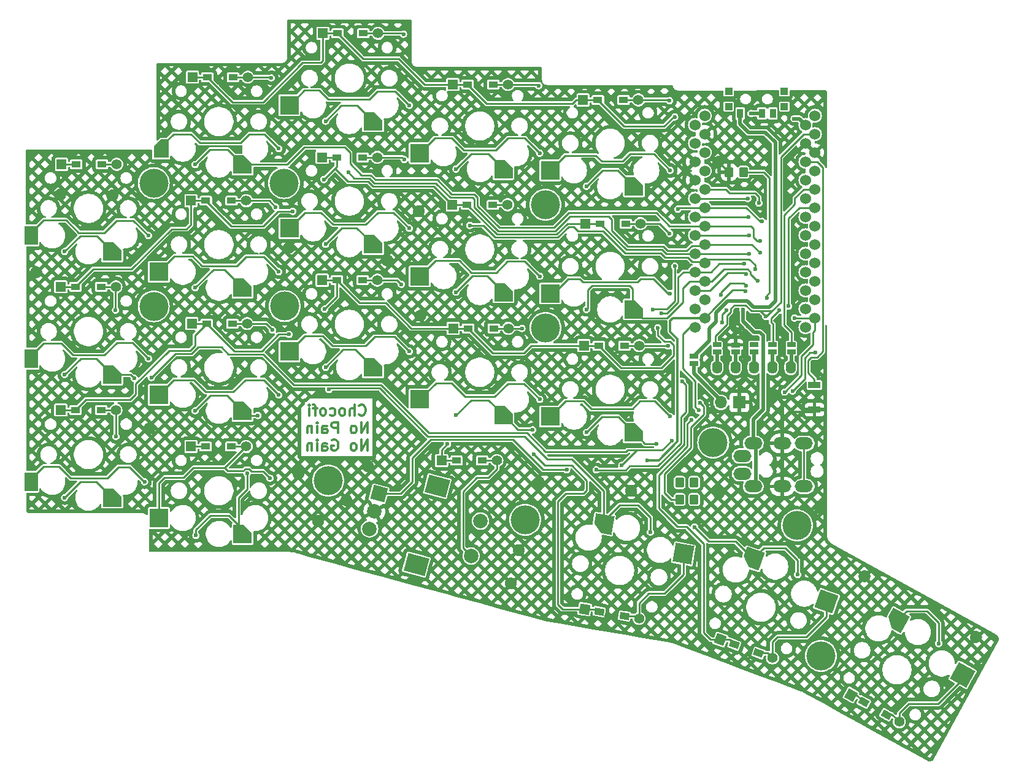
<source format=gbl>
G04 #@! TF.GenerationSoftware,KiCad,Pcbnew,8.0.4*
G04 #@! TF.CreationDate,2024-08-06T21:25:20+02:00*
G04 #@! TF.ProjectId,chocofi,63686f63-6f66-4692-9e6b-696361645f70,0.2*
G04 #@! TF.SameCoordinates,Original*
G04 #@! TF.FileFunction,Copper,L2,Bot*
G04 #@! TF.FilePolarity,Positive*
%FSLAX46Y46*%
G04 Gerber Fmt 4.6, Leading zero omitted, Abs format (unit mm)*
G04 Created by KiCad (PCBNEW 8.0.4) date 2024-08-06 21:25:20*
%MOMM*%
%LPD*%
G01*
G04 APERTURE LIST*
G04 Aperture macros list*
%AMRoundRect*
0 Rectangle with rounded corners*
0 $1 Rounding radius*
0 $2 $3 $4 $5 $6 $7 $8 $9 X,Y pos of 4 corners*
0 Add a 4 corners polygon primitive as box body*
4,1,4,$2,$3,$4,$5,$6,$7,$8,$9,$2,$3,0*
0 Add four circle primitives for the rounded corners*
1,1,$1+$1,$2,$3*
1,1,$1+$1,$4,$5*
1,1,$1+$1,$6,$7*
1,1,$1+$1,$8,$9*
0 Add four rect primitives between the rounded corners*
20,1,$1+$1,$2,$3,$4,$5,0*
20,1,$1+$1,$4,$5,$6,$7,0*
20,1,$1+$1,$6,$7,$8,$9,0*
20,1,$1+$1,$8,$9,$2,$3,0*%
%AMRotRect*
0 Rectangle, with rotation*
0 The origin of the aperture is its center*
0 $1 length*
0 $2 width*
0 $3 Rotation angle, in degrees counterclockwise*
0 Add horizontal line*
21,1,$1,$2,0,0,$3*%
%AMOutline5P*
0 Free polygon, 5 corners , with rotation*
0 The origin of the aperture is its center*
0 number of corners: always 5*
0 $1 to $10 corner X, Y*
0 $11 Rotation angle, in degrees counterclockwise*
0 create outline with 5 corners*
4,1,5,$1,$2,$3,$4,$5,$6,$7,$8,$9,$10,$1,$2,$11*%
%AMOutline6P*
0 Free polygon, 6 corners , with rotation*
0 The origin of the aperture is its center*
0 number of corners: always 6*
0 $1 to $12 corner X, Y*
0 $13 Rotation angle, in degrees counterclockwise*
0 create outline with 6 corners*
4,1,6,$1,$2,$3,$4,$5,$6,$7,$8,$9,$10,$11,$12,$1,$2,$13*%
%AMOutline7P*
0 Free polygon, 7 corners , with rotation*
0 The origin of the aperture is its center*
0 number of corners: always 7*
0 $1 to $14 corner X, Y*
0 $15 Rotation angle, in degrees counterclockwise*
0 create outline with 7 corners*
4,1,7,$1,$2,$3,$4,$5,$6,$7,$8,$9,$10,$11,$12,$13,$14,$1,$2,$15*%
%AMOutline8P*
0 Free polygon, 8 corners , with rotation*
0 The origin of the aperture is its center*
0 number of corners: always 8*
0 $1 to $16 corner X, Y*
0 $17 Rotation angle, in degrees counterclockwise*
0 create outline with 8 corners*
4,1,8,$1,$2,$3,$4,$5,$6,$7,$8,$9,$10,$11,$12,$13,$14,$15,$16,$1,$2,$17*%
G04 Aperture macros list end*
%ADD10C,0.300000*%
G04 #@! TA.AperFunction,NonConductor*
%ADD11C,0.300000*%
G04 #@! TD*
G04 #@! TA.AperFunction,ComponentPad*
%ADD12R,1.397000X1.397000*%
G04 #@! TD*
G04 #@! TA.AperFunction,SMDPad,CuDef*
%ADD13R,1.300000X0.950000*%
G04 #@! TD*
G04 #@! TA.AperFunction,ComponentPad*
%ADD14C,1.397000*%
G04 #@! TD*
G04 #@! TA.AperFunction,ComponentPad*
%ADD15RotRect,1.397000X1.397000X350.200000*%
G04 #@! TD*
G04 #@! TA.AperFunction,SMDPad,CuDef*
%ADD16RotRect,1.300000X0.950000X350.200000*%
G04 #@! TD*
G04 #@! TA.AperFunction,ComponentPad*
%ADD17RotRect,1.397000X1.397000X340.600000*%
G04 #@! TD*
G04 #@! TA.AperFunction,SMDPad,CuDef*
%ADD18RotRect,1.300000X0.950000X340.600000*%
G04 #@! TD*
G04 #@! TA.AperFunction,ComponentPad*
%ADD19RotRect,1.397000X1.397000X331.000000*%
G04 #@! TD*
G04 #@! TA.AperFunction,SMDPad,CuDef*
%ADD20RotRect,1.300000X0.950000X331.000000*%
G04 #@! TD*
G04 #@! TA.AperFunction,ComponentPad*
%ADD21O,2.500000X1.700000*%
G04 #@! TD*
G04 #@! TA.AperFunction,SMDPad,CuDef*
%ADD22Outline5P,-1.300000X1.300000X0.130000X1.300000X1.300000X0.130000X1.300000X-1.300000X-1.300000X-1.300000X0.000000*%
G04 #@! TD*
G04 #@! TA.AperFunction,SMDPad,CuDef*
%ADD23R,1.850000X2.600000*%
G04 #@! TD*
G04 #@! TA.AperFunction,SMDPad,CuDef*
%ADD24Outline5P,-1.025000X0.275000X0.000000X1.300000X1.025000X1.300000X1.025000X-1.300000X-1.025000X-1.300000X0.000000*%
G04 #@! TD*
G04 #@! TA.AperFunction,SMDPad,CuDef*
%ADD25R,2.600000X2.600000*%
G04 #@! TD*
G04 #@! TA.AperFunction,SMDPad,CuDef*
%ADD26R,1.875000X2.600000*%
G04 #@! TD*
G04 #@! TA.AperFunction,SMDPad,CuDef*
%ADD27Outline5P,-1.300000X1.300000X0.130000X1.300000X1.300000X0.130000X1.300000X-1.300000X-1.300000X-1.300000X170.200000*%
G04 #@! TD*
G04 #@! TA.AperFunction,SMDPad,CuDef*
%ADD28RotRect,2.600000X2.600000X170.200000*%
G04 #@! TD*
G04 #@! TA.AperFunction,SMDPad,CuDef*
%ADD29Outline5P,-1.300000X1.300000X0.130000X1.300000X1.300000X0.130000X1.300000X-1.300000X-1.300000X-1.300000X160.600000*%
G04 #@! TD*
G04 #@! TA.AperFunction,SMDPad,CuDef*
%ADD30RotRect,2.600000X2.600000X160.600000*%
G04 #@! TD*
G04 #@! TA.AperFunction,SMDPad,CuDef*
%ADD31Outline5P,-1.300000X1.300000X0.130000X1.300000X1.300000X0.130000X1.300000X-1.300000X-1.300000X-1.300000X151.000000*%
G04 #@! TD*
G04 #@! TA.AperFunction,SMDPad,CuDef*
%ADD32RotRect,2.600000X2.600000X151.000000*%
G04 #@! TD*
G04 #@! TA.AperFunction,ComponentPad*
%ADD33C,1.524000*%
G04 #@! TD*
G04 #@! TA.AperFunction,ComponentPad*
%ADD34O,1.397000X1.778000*%
G04 #@! TD*
G04 #@! TA.AperFunction,ComponentPad*
%ADD35C,4.000000*%
G04 #@! TD*
G04 #@! TA.AperFunction,SMDPad,CuDef*
%ADD36R,0.900000X1.300000*%
G04 #@! TD*
G04 #@! TA.AperFunction,SMDPad,CuDef*
%ADD37R,1.000000X1.000000*%
G04 #@! TD*
G04 #@! TA.AperFunction,ComponentPad*
%ADD38RotRect,2.000000X2.000000X345.000000*%
G04 #@! TD*
G04 #@! TA.AperFunction,ComponentPad*
%ADD39C,2.000000*%
G04 #@! TD*
G04 #@! TA.AperFunction,ComponentPad*
%ADD40RotRect,3.000000X2.500000X345.000000*%
G04 #@! TD*
G04 #@! TA.AperFunction,ComponentPad*
%ADD41R,1.700000X1.700000*%
G04 #@! TD*
G04 #@! TA.AperFunction,ComponentPad*
%ADD42O,1.700000X1.700000*%
G04 #@! TD*
G04 #@! TA.AperFunction,SMDPad,CuDef*
%ADD43R,1.143000X0.635000*%
G04 #@! TD*
G04 #@! TA.AperFunction,SMDPad,CuDef*
%ADD44RoundRect,0.250000X0.350000X0.450000X-0.350000X0.450000X-0.350000X-0.450000X0.350000X-0.450000X0*%
G04 #@! TD*
G04 #@! TA.AperFunction,SMDPad,CuDef*
%ADD45R,1.700000X0.900000*%
G04 #@! TD*
G04 #@! TA.AperFunction,ViaPad*
%ADD46C,0.600000*%
G04 #@! TD*
G04 #@! TA.AperFunction,Conductor*
%ADD47C,0.250000*%
G04 #@! TD*
G04 #@! TA.AperFunction,Conductor*
%ADD48C,0.500000*%
G04 #@! TD*
G04 #@! TA.AperFunction,Conductor*
%ADD49C,0.300000*%
G04 #@! TD*
G04 APERTURE END LIST*
D10*
D11*
X123250000Y-98870555D02*
X123321428Y-98941984D01*
X123321428Y-98941984D02*
X123535714Y-99013412D01*
X123535714Y-99013412D02*
X123678571Y-99013412D01*
X123678571Y-99013412D02*
X123892857Y-98941984D01*
X123892857Y-98941984D02*
X124035714Y-98799126D01*
X124035714Y-98799126D02*
X124107143Y-98656269D01*
X124107143Y-98656269D02*
X124178571Y-98370555D01*
X124178571Y-98370555D02*
X124178571Y-98156269D01*
X124178571Y-98156269D02*
X124107143Y-97870555D01*
X124107143Y-97870555D02*
X124035714Y-97727698D01*
X124035714Y-97727698D02*
X123892857Y-97584841D01*
X123892857Y-97584841D02*
X123678571Y-97513412D01*
X123678571Y-97513412D02*
X123535714Y-97513412D01*
X123535714Y-97513412D02*
X123321428Y-97584841D01*
X123321428Y-97584841D02*
X123250000Y-97656269D01*
X122607143Y-99013412D02*
X122607143Y-97513412D01*
X121964286Y-99013412D02*
X121964286Y-98227698D01*
X121964286Y-98227698D02*
X122035714Y-98084841D01*
X122035714Y-98084841D02*
X122178571Y-98013412D01*
X122178571Y-98013412D02*
X122392857Y-98013412D01*
X122392857Y-98013412D02*
X122535714Y-98084841D01*
X122535714Y-98084841D02*
X122607143Y-98156269D01*
X121035714Y-99013412D02*
X121178571Y-98941984D01*
X121178571Y-98941984D02*
X121250000Y-98870555D01*
X121250000Y-98870555D02*
X121321428Y-98727698D01*
X121321428Y-98727698D02*
X121321428Y-98299126D01*
X121321428Y-98299126D02*
X121250000Y-98156269D01*
X121250000Y-98156269D02*
X121178571Y-98084841D01*
X121178571Y-98084841D02*
X121035714Y-98013412D01*
X121035714Y-98013412D02*
X120821428Y-98013412D01*
X120821428Y-98013412D02*
X120678571Y-98084841D01*
X120678571Y-98084841D02*
X120607143Y-98156269D01*
X120607143Y-98156269D02*
X120535714Y-98299126D01*
X120535714Y-98299126D02*
X120535714Y-98727698D01*
X120535714Y-98727698D02*
X120607143Y-98870555D01*
X120607143Y-98870555D02*
X120678571Y-98941984D01*
X120678571Y-98941984D02*
X120821428Y-99013412D01*
X120821428Y-99013412D02*
X121035714Y-99013412D01*
X119250000Y-98941984D02*
X119392857Y-99013412D01*
X119392857Y-99013412D02*
X119678571Y-99013412D01*
X119678571Y-99013412D02*
X119821428Y-98941984D01*
X119821428Y-98941984D02*
X119892857Y-98870555D01*
X119892857Y-98870555D02*
X119964285Y-98727698D01*
X119964285Y-98727698D02*
X119964285Y-98299126D01*
X119964285Y-98299126D02*
X119892857Y-98156269D01*
X119892857Y-98156269D02*
X119821428Y-98084841D01*
X119821428Y-98084841D02*
X119678571Y-98013412D01*
X119678571Y-98013412D02*
X119392857Y-98013412D01*
X119392857Y-98013412D02*
X119250000Y-98084841D01*
X118392857Y-99013412D02*
X118535714Y-98941984D01*
X118535714Y-98941984D02*
X118607143Y-98870555D01*
X118607143Y-98870555D02*
X118678571Y-98727698D01*
X118678571Y-98727698D02*
X118678571Y-98299126D01*
X118678571Y-98299126D02*
X118607143Y-98156269D01*
X118607143Y-98156269D02*
X118535714Y-98084841D01*
X118535714Y-98084841D02*
X118392857Y-98013412D01*
X118392857Y-98013412D02*
X118178571Y-98013412D01*
X118178571Y-98013412D02*
X118035714Y-98084841D01*
X118035714Y-98084841D02*
X117964286Y-98156269D01*
X117964286Y-98156269D02*
X117892857Y-98299126D01*
X117892857Y-98299126D02*
X117892857Y-98727698D01*
X117892857Y-98727698D02*
X117964286Y-98870555D01*
X117964286Y-98870555D02*
X118035714Y-98941984D01*
X118035714Y-98941984D02*
X118178571Y-99013412D01*
X118178571Y-99013412D02*
X118392857Y-99013412D01*
X117464285Y-98013412D02*
X116892857Y-98013412D01*
X117250000Y-99013412D02*
X117250000Y-97727698D01*
X117250000Y-97727698D02*
X117178571Y-97584841D01*
X117178571Y-97584841D02*
X117035714Y-97513412D01*
X117035714Y-97513412D02*
X116892857Y-97513412D01*
X116392857Y-99013412D02*
X116392857Y-98013412D01*
X116392857Y-97513412D02*
X116464285Y-97584841D01*
X116464285Y-97584841D02*
X116392857Y-97656269D01*
X116392857Y-97656269D02*
X116321428Y-97584841D01*
X116321428Y-97584841D02*
X116392857Y-97513412D01*
X116392857Y-97513412D02*
X116392857Y-97656269D01*
X124392857Y-101428328D02*
X124392857Y-99928328D01*
X124392857Y-99928328D02*
X123535714Y-101428328D01*
X123535714Y-101428328D02*
X123535714Y-99928328D01*
X122607142Y-101428328D02*
X122749999Y-101356900D01*
X122749999Y-101356900D02*
X122821428Y-101285471D01*
X122821428Y-101285471D02*
X122892856Y-101142614D01*
X122892856Y-101142614D02*
X122892856Y-100714042D01*
X122892856Y-100714042D02*
X122821428Y-100571185D01*
X122821428Y-100571185D02*
X122749999Y-100499757D01*
X122749999Y-100499757D02*
X122607142Y-100428328D01*
X122607142Y-100428328D02*
X122392856Y-100428328D01*
X122392856Y-100428328D02*
X122249999Y-100499757D01*
X122249999Y-100499757D02*
X122178571Y-100571185D01*
X122178571Y-100571185D02*
X122107142Y-100714042D01*
X122107142Y-100714042D02*
X122107142Y-101142614D01*
X122107142Y-101142614D02*
X122178571Y-101285471D01*
X122178571Y-101285471D02*
X122249999Y-101356900D01*
X122249999Y-101356900D02*
X122392856Y-101428328D01*
X122392856Y-101428328D02*
X122607142Y-101428328D01*
X120321428Y-101428328D02*
X120321428Y-99928328D01*
X120321428Y-99928328D02*
X119749999Y-99928328D01*
X119749999Y-99928328D02*
X119607142Y-99999757D01*
X119607142Y-99999757D02*
X119535713Y-100071185D01*
X119535713Y-100071185D02*
X119464285Y-100214042D01*
X119464285Y-100214042D02*
X119464285Y-100428328D01*
X119464285Y-100428328D02*
X119535713Y-100571185D01*
X119535713Y-100571185D02*
X119607142Y-100642614D01*
X119607142Y-100642614D02*
X119749999Y-100714042D01*
X119749999Y-100714042D02*
X120321428Y-100714042D01*
X118178571Y-101428328D02*
X118178571Y-100642614D01*
X118178571Y-100642614D02*
X118249999Y-100499757D01*
X118249999Y-100499757D02*
X118392856Y-100428328D01*
X118392856Y-100428328D02*
X118678571Y-100428328D01*
X118678571Y-100428328D02*
X118821428Y-100499757D01*
X118178571Y-101356900D02*
X118321428Y-101428328D01*
X118321428Y-101428328D02*
X118678571Y-101428328D01*
X118678571Y-101428328D02*
X118821428Y-101356900D01*
X118821428Y-101356900D02*
X118892856Y-101214042D01*
X118892856Y-101214042D02*
X118892856Y-101071185D01*
X118892856Y-101071185D02*
X118821428Y-100928328D01*
X118821428Y-100928328D02*
X118678571Y-100856900D01*
X118678571Y-100856900D02*
X118321428Y-100856900D01*
X118321428Y-100856900D02*
X118178571Y-100785471D01*
X117464285Y-101428328D02*
X117464285Y-100428328D01*
X117464285Y-99928328D02*
X117535713Y-99999757D01*
X117535713Y-99999757D02*
X117464285Y-100071185D01*
X117464285Y-100071185D02*
X117392856Y-99999757D01*
X117392856Y-99999757D02*
X117464285Y-99928328D01*
X117464285Y-99928328D02*
X117464285Y-100071185D01*
X116749999Y-100428328D02*
X116749999Y-101428328D01*
X116749999Y-100571185D02*
X116678570Y-100499757D01*
X116678570Y-100499757D02*
X116535713Y-100428328D01*
X116535713Y-100428328D02*
X116321427Y-100428328D01*
X116321427Y-100428328D02*
X116178570Y-100499757D01*
X116178570Y-100499757D02*
X116107142Y-100642614D01*
X116107142Y-100642614D02*
X116107142Y-101428328D01*
X124392857Y-103843244D02*
X124392857Y-102343244D01*
X124392857Y-102343244D02*
X123535714Y-103843244D01*
X123535714Y-103843244D02*
X123535714Y-102343244D01*
X122607142Y-103843244D02*
X122749999Y-103771816D01*
X122749999Y-103771816D02*
X122821428Y-103700387D01*
X122821428Y-103700387D02*
X122892856Y-103557530D01*
X122892856Y-103557530D02*
X122892856Y-103128958D01*
X122892856Y-103128958D02*
X122821428Y-102986101D01*
X122821428Y-102986101D02*
X122749999Y-102914673D01*
X122749999Y-102914673D02*
X122607142Y-102843244D01*
X122607142Y-102843244D02*
X122392856Y-102843244D01*
X122392856Y-102843244D02*
X122249999Y-102914673D01*
X122249999Y-102914673D02*
X122178571Y-102986101D01*
X122178571Y-102986101D02*
X122107142Y-103128958D01*
X122107142Y-103128958D02*
X122107142Y-103557530D01*
X122107142Y-103557530D02*
X122178571Y-103700387D01*
X122178571Y-103700387D02*
X122249999Y-103771816D01*
X122249999Y-103771816D02*
X122392856Y-103843244D01*
X122392856Y-103843244D02*
X122607142Y-103843244D01*
X119535713Y-102414673D02*
X119678571Y-102343244D01*
X119678571Y-102343244D02*
X119892856Y-102343244D01*
X119892856Y-102343244D02*
X120107142Y-102414673D01*
X120107142Y-102414673D02*
X120249999Y-102557530D01*
X120249999Y-102557530D02*
X120321428Y-102700387D01*
X120321428Y-102700387D02*
X120392856Y-102986101D01*
X120392856Y-102986101D02*
X120392856Y-103200387D01*
X120392856Y-103200387D02*
X120321428Y-103486101D01*
X120321428Y-103486101D02*
X120249999Y-103628958D01*
X120249999Y-103628958D02*
X120107142Y-103771816D01*
X120107142Y-103771816D02*
X119892856Y-103843244D01*
X119892856Y-103843244D02*
X119749999Y-103843244D01*
X119749999Y-103843244D02*
X119535713Y-103771816D01*
X119535713Y-103771816D02*
X119464285Y-103700387D01*
X119464285Y-103700387D02*
X119464285Y-103200387D01*
X119464285Y-103200387D02*
X119749999Y-103200387D01*
X118178571Y-103843244D02*
X118178571Y-103057530D01*
X118178571Y-103057530D02*
X118249999Y-102914673D01*
X118249999Y-102914673D02*
X118392856Y-102843244D01*
X118392856Y-102843244D02*
X118678571Y-102843244D01*
X118678571Y-102843244D02*
X118821428Y-102914673D01*
X118178571Y-103771816D02*
X118321428Y-103843244D01*
X118321428Y-103843244D02*
X118678571Y-103843244D01*
X118678571Y-103843244D02*
X118821428Y-103771816D01*
X118821428Y-103771816D02*
X118892856Y-103628958D01*
X118892856Y-103628958D02*
X118892856Y-103486101D01*
X118892856Y-103486101D02*
X118821428Y-103343244D01*
X118821428Y-103343244D02*
X118678571Y-103271816D01*
X118678571Y-103271816D02*
X118321428Y-103271816D01*
X118321428Y-103271816D02*
X118178571Y-103200387D01*
X117464285Y-103843244D02*
X117464285Y-102843244D01*
X117464285Y-102343244D02*
X117535713Y-102414673D01*
X117535713Y-102414673D02*
X117464285Y-102486101D01*
X117464285Y-102486101D02*
X117392856Y-102414673D01*
X117392856Y-102414673D02*
X117464285Y-102343244D01*
X117464285Y-102343244D02*
X117464285Y-102486101D01*
X116749999Y-102843244D02*
X116749999Y-103843244D01*
X116749999Y-102986101D02*
X116678570Y-102914673D01*
X116678570Y-102914673D02*
X116535713Y-102843244D01*
X116535713Y-102843244D02*
X116321427Y-102843244D01*
X116321427Y-102843244D02*
X116178570Y-102914673D01*
X116178570Y-102914673D02*
X116107142Y-103057530D01*
X116107142Y-103057530D02*
X116107142Y-103843244D01*
D12*
X82194400Y-64312800D03*
D13*
X84229400Y-64312800D03*
X87779400Y-64312800D03*
D14*
X89814400Y-64312800D03*
D12*
X100279200Y-52273200D03*
D13*
X102314200Y-52273200D03*
X105864200Y-52273200D03*
D14*
X107899200Y-52273200D03*
D12*
X118262400Y-46228000D03*
D13*
X120297400Y-46228000D03*
X123847400Y-46228000D03*
D14*
X125882400Y-46228000D03*
D12*
X136194800Y-53289200D03*
D13*
X138229800Y-53289200D03*
X141779800Y-53289200D03*
D14*
X143814800Y-53289200D03*
D12*
X154178000Y-55422800D03*
D13*
X156213000Y-55422800D03*
X159763000Y-55422800D03*
D14*
X161798000Y-55422800D03*
D12*
X82092800Y-81229200D03*
D13*
X84127800Y-81229200D03*
X87677800Y-81229200D03*
D14*
X89712800Y-81229200D03*
D12*
X100076000Y-69342000D03*
D13*
X102111000Y-69342000D03*
X105661000Y-69342000D03*
D14*
X107696000Y-69342000D03*
D12*
X118160800Y-63347600D03*
D13*
X120195800Y-63347600D03*
X123745800Y-63347600D03*
D14*
X125780800Y-63347600D03*
D12*
X136144000Y-69900800D03*
D13*
X138179000Y-69900800D03*
X141729000Y-69900800D03*
D14*
X143764000Y-69900800D03*
D12*
X154482800Y-72491600D03*
D13*
X156517800Y-72491600D03*
X160067800Y-72491600D03*
D14*
X162102800Y-72491600D03*
D12*
X82092800Y-98247200D03*
D13*
X84127800Y-98247200D03*
X87677800Y-98247200D03*
D14*
X89712800Y-98247200D03*
D12*
X100177600Y-86309200D03*
D13*
X102212600Y-86309200D03*
X105762600Y-86309200D03*
D14*
X107797600Y-86309200D03*
D12*
X118160800Y-80314800D03*
D13*
X120195800Y-80314800D03*
X123745800Y-80314800D03*
D14*
X125780800Y-80314800D03*
D12*
X136245600Y-86969600D03*
D13*
X138280600Y-86969600D03*
X141830600Y-86969600D03*
D14*
X143865600Y-86969600D03*
D12*
X154279600Y-89357200D03*
D13*
X156314600Y-89357200D03*
X159864600Y-89357200D03*
D14*
X161899600Y-89357200D03*
D15*
X154379898Y-125740731D03*
D16*
X156385203Y-126087107D03*
X159883401Y-126691351D03*
D14*
X161888706Y-127037727D03*
D17*
X173128321Y-129965695D03*
D18*
X175047779Y-130641644D03*
X178396219Y-131820816D03*
D14*
X180315677Y-132496765D03*
D19*
X191139589Y-137610567D03*
D20*
X192919440Y-138597155D03*
X196024340Y-140318229D03*
D14*
X197804191Y-141304817D03*
D21*
X176160000Y-104600000D03*
X176160000Y-107050000D03*
X184660000Y-102850000D03*
X184660000Y-108800000D03*
X181660000Y-102850000D03*
X181660000Y-108800000D03*
X177660000Y-102850000D03*
X177660000Y-108800000D03*
D22*
X89185000Y-76350000D03*
D23*
X78010000Y-74150000D03*
D22*
X107185000Y-64350000D03*
D24*
X95960000Y-62150000D03*
D22*
X125185000Y-58350000D03*
D25*
X113635000Y-56150000D03*
D22*
X143185000Y-64970000D03*
D25*
X131635000Y-62770000D03*
D22*
X161185000Y-67350000D03*
D25*
X149635000Y-65150000D03*
D22*
X89185000Y-93350000D03*
D26*
X78010000Y-91150000D03*
D22*
X107185000Y-81350000D03*
D25*
X95635000Y-79150000D03*
D22*
X125185000Y-75350000D03*
D25*
X113635000Y-73150000D03*
D22*
X143185000Y-81970000D03*
D25*
X131635000Y-79770000D03*
D22*
X161185000Y-84350000D03*
D25*
X149635000Y-82150000D03*
D22*
X89185000Y-110350000D03*
D26*
X78010000Y-108150000D03*
D22*
X107185000Y-98350000D03*
D25*
X95635000Y-96150000D03*
D22*
X125185000Y-92350000D03*
D25*
X113635000Y-90150000D03*
D22*
X143185000Y-98975000D03*
D25*
X131635000Y-96775000D03*
D22*
X161185000Y-101350000D03*
D25*
X149635000Y-99150000D03*
D27*
X157005261Y-113980790D03*
D28*
X168012261Y-118114607D03*
D29*
X177601621Y-118786548D03*
D30*
X187765088Y-124698099D03*
D31*
X197504625Y-127314396D03*
D32*
X206539901Y-134838111D03*
D33*
X169620000Y-58870400D03*
X186166400Y-57600400D03*
X169620000Y-61410400D03*
X186166400Y-60140400D03*
X169620000Y-63950400D03*
X186166400Y-62680400D03*
X169620000Y-66490400D03*
X186166400Y-65220400D03*
X169620000Y-69030400D03*
X186166400Y-67760400D03*
X169620000Y-71570400D03*
X186166400Y-70300400D03*
X169620000Y-74110400D03*
X186166400Y-72840400D03*
X169620000Y-76650400D03*
X186166400Y-75380400D03*
X169620000Y-79190400D03*
X186166400Y-77920400D03*
X169620000Y-81730400D03*
X186166400Y-80460400D03*
X169620000Y-84270400D03*
X186166400Y-83000400D03*
X169620000Y-86810400D03*
X186166400Y-85540400D03*
X170946400Y-85540400D03*
X184860000Y-86810400D03*
X170946400Y-83000400D03*
X184860000Y-84270400D03*
X170946400Y-80460400D03*
X184860000Y-81730400D03*
X170946400Y-77920400D03*
X184860000Y-79190400D03*
X170946400Y-75380400D03*
X184860000Y-76650400D03*
X170946400Y-72840400D03*
X184860000Y-74110400D03*
X170946400Y-70300400D03*
X184860000Y-71570400D03*
X170946400Y-67760400D03*
X184860000Y-69030400D03*
X170946400Y-65220400D03*
X184860000Y-66490400D03*
X170946400Y-62680400D03*
X184860000Y-63950400D03*
X170946400Y-60140400D03*
X184860000Y-61410400D03*
X170946400Y-57600400D03*
X184860000Y-58870400D03*
D34*
X172660000Y-92347400D03*
X175200000Y-92347400D03*
X177740000Y-92347400D03*
X180280000Y-92347400D03*
X182820000Y-92347400D03*
D35*
X112900000Y-66900000D03*
D12*
X100060000Y-103290000D03*
D13*
X102095000Y-103290000D03*
X105645000Y-103290000D03*
D14*
X107680000Y-103290000D03*
D22*
X107185000Y-115350000D03*
D25*
X95635000Y-113150000D03*
D35*
X187000000Y-132200000D03*
X94925000Y-66900000D03*
D12*
X134665000Y-105225000D03*
D13*
X136700000Y-105225000D03*
X140250000Y-105225000D03*
D14*
X142285000Y-105225000D03*
D35*
X149000000Y-86900000D03*
X183700000Y-114200000D03*
D36*
X180350000Y-57287500D03*
X178850000Y-57287500D03*
X175850000Y-57287500D03*
D37*
X181950000Y-56337500D03*
X181950000Y-54237500D03*
X174250000Y-56337500D03*
X174250000Y-54237500D03*
D35*
X119000000Y-108000000D03*
D38*
X126009681Y-109819254D03*
D39*
X124715586Y-114648883D03*
X125362634Y-112234069D03*
D40*
X134056463Y-108766027D03*
X131157690Y-119584396D03*
D39*
X140015605Y-113572130D03*
X138721510Y-118401759D03*
D35*
X113000000Y-83900000D03*
D41*
X175740000Y-97200000D03*
D42*
X173200000Y-97200000D03*
D35*
X148975000Y-69900000D03*
X172130000Y-102740000D03*
X146200000Y-113400000D03*
X94925000Y-83925000D03*
D43*
X177748500Y-89239000D03*
X177748500Y-90239760D03*
X175200000Y-89246620D03*
X175200000Y-90247380D03*
X182910000Y-89238620D03*
X182910000Y-90239380D03*
X180330000Y-89238620D03*
X180330000Y-90239380D03*
D36*
X175850000Y-57287500D03*
X178850000Y-57287500D03*
X180350000Y-57287500D03*
D37*
X174250000Y-54237500D03*
X174250000Y-56337500D03*
X181950000Y-54237500D03*
X181950000Y-56337500D03*
D44*
X169500000Y-110600000D03*
X167500000Y-110600000D03*
D45*
X186100000Y-94800000D03*
X186100000Y-98200000D03*
D13*
X105650000Y-103300000D03*
X140250000Y-105225000D03*
D43*
X169500000Y-91800380D03*
X169500000Y-90799620D03*
D13*
X136700000Y-105225000D03*
D44*
X169500000Y-108250000D03*
X167500000Y-108250000D03*
D43*
X172660000Y-89237020D03*
X172660000Y-90237780D03*
D44*
X176300000Y-65400000D03*
X174300000Y-65400000D03*
D13*
X102100000Y-103300000D03*
D46*
X174250000Y-56337500D03*
X181950000Y-54237500D03*
X174250000Y-54237500D03*
X181950000Y-56337500D03*
X177050000Y-74110400D03*
X166809500Y-57774000D03*
X177050000Y-76650400D03*
X114100000Y-70800000D03*
X118400000Y-66400000D03*
X165000000Y-84905000D03*
X118500000Y-84300000D03*
X113600000Y-87800000D03*
X164500000Y-86900000D03*
X176440000Y-78025000D03*
X94185000Y-74150000D03*
X135450000Y-102950000D03*
X186200000Y-90339000D03*
X183075000Y-95630000D03*
X147360000Y-104340000D03*
X176670558Y-79454442D03*
X169150000Y-99600000D03*
X112185000Y-62150000D03*
X111150400Y-52374800D03*
X129387600Y-46329600D03*
X130185000Y-56150000D03*
X148031200Y-53441600D03*
X148185000Y-62770000D03*
X166116000Y-55524400D03*
X166185000Y-65150000D03*
X94185000Y-91150000D03*
X89662000Y-84455000D03*
X112185000Y-79150000D03*
X111760000Y-70205600D03*
X130185000Y-73150000D03*
X129489200Y-63652400D03*
X148185000Y-79770000D03*
X166185000Y-82150000D03*
X166116000Y-73863200D03*
X93650000Y-108150000D03*
X89700000Y-101900000D03*
X112185000Y-96150000D03*
X111302800Y-87200000D03*
X130185000Y-90150000D03*
X129082800Y-80873600D03*
X148185000Y-96775000D03*
X145725000Y-86969600D03*
X166185000Y-99150000D03*
X165912800Y-89408000D03*
X89200000Y-68600000D03*
X131500000Y-70800000D03*
X82000000Y-68500000D03*
X186100000Y-98200000D03*
X94300000Y-100800000D03*
X121500000Y-110700000D03*
X124500000Y-106000000D03*
X172850000Y-63950000D03*
X193000000Y-121200000D03*
X186400000Y-91900000D03*
X144200000Y-122200000D03*
X148075000Y-108250000D03*
X174700000Y-86050000D03*
X127200000Y-77600000D03*
X160800000Y-109400000D03*
X145300000Y-117600000D03*
X164600000Y-74200000D03*
X186900000Y-111800000D03*
X117600000Y-113600000D03*
X114900000Y-107000000D03*
X172900000Y-109700000D03*
X208400000Y-129600000D03*
X178750000Y-85900000D03*
X113600000Y-75800000D03*
X180600000Y-96175000D03*
X78700000Y-79200000D03*
X131700000Y-85200000D03*
X176250000Y-84400000D03*
X176874250Y-86625750D03*
X169500000Y-110600000D03*
X169500000Y-108250000D03*
X178425000Y-69655400D03*
X94589600Y-93776800D03*
X178900000Y-72195400D03*
X159500000Y-105900000D03*
X167233600Y-70500000D03*
X166400000Y-102500000D03*
X82635000Y-110350000D03*
X92252800Y-93878400D03*
X82635000Y-93350000D03*
X163800000Y-84400000D03*
X166810000Y-78400000D03*
X82635000Y-76350000D03*
X100740000Y-115570000D03*
X100635000Y-64350000D03*
X107800000Y-107000000D03*
X109300000Y-99000000D03*
X178600000Y-74900000D03*
X100635000Y-81350000D03*
X100635000Y-98350000D03*
X163459682Y-115095662D03*
X178600000Y-76525398D03*
X118635000Y-58350000D03*
X118635000Y-92350000D03*
X118635000Y-75350000D03*
X119100000Y-95425000D03*
X121767600Y-65430400D03*
X183779729Y-120962204D03*
X136635000Y-98975000D03*
X136635000Y-64970000D03*
X177941942Y-78800000D03*
X136635000Y-81970000D03*
X147218400Y-100990400D03*
X169533058Y-114393058D03*
X138531600Y-72745600D03*
X154635000Y-101350000D03*
X154635000Y-67350000D03*
X203233384Y-130489899D03*
X154635000Y-84350000D03*
X178300000Y-80425000D03*
X164300000Y-102890000D03*
X179375000Y-85325000D03*
X186100000Y-94800000D03*
X182525000Y-83900000D03*
X181200000Y-84500000D03*
X177000000Y-71570400D03*
X170300000Y-97275000D03*
X167500000Y-110600000D03*
X173950000Y-84450000D03*
X176900000Y-69030400D03*
X173355000Y-86116589D03*
X167500000Y-108250000D03*
X173175000Y-82358058D03*
X156000000Y-106500000D03*
X151900000Y-106500000D03*
X167849999Y-94283883D03*
X176684690Y-81036931D03*
X169500000Y-91800760D03*
X169500000Y-90800000D03*
X175800000Y-57300000D03*
X183304986Y-58004986D03*
X177350000Y-57287500D03*
X176565702Y-81828035D03*
X163000000Y-105225000D03*
X176300000Y-65400000D03*
X179500000Y-82800000D03*
X183340400Y-85540400D03*
X181970000Y-95770000D03*
X170100000Y-98300000D03*
X110950000Y-107660000D03*
D47*
X102314200Y-52273200D02*
X100279200Y-52273200D01*
X128727200Y-49733200D02*
X132283200Y-53289200D01*
X140871400Y-55930800D02*
X138229800Y-53289200D01*
X152721500Y-55930800D02*
X140871400Y-55930800D01*
X169620000Y-74110400D02*
X177050000Y-74110400D01*
X159845200Y-59055000D02*
X156213000Y-55422800D01*
X120297400Y-46228000D02*
X118262400Y-46228000D01*
X153229500Y-55422800D02*
X152721500Y-55930800D01*
X118262400Y-46228000D02*
X118262400Y-50012600D01*
X123802600Y-49733200D02*
X128727200Y-49733200D01*
X166809500Y-57774000D02*
X166635000Y-57774000D01*
X154178000Y-55422800D02*
X153229500Y-55422800D01*
X84229400Y-64312800D02*
X82194400Y-64312800D01*
X166635000Y-57774000D02*
X165354000Y-59055000D01*
X118262400Y-50012600D02*
X117983000Y-50292000D01*
X132283200Y-53289200D02*
X136194800Y-53289200D01*
X105768600Y-55727600D02*
X102314200Y-52273200D01*
X138229800Y-53289200D02*
X136194800Y-53289200D01*
X117983000Y-50292000D02*
X115443000Y-50292000D01*
X110007400Y-55727600D02*
X105768600Y-55727600D01*
X115443000Y-50292000D02*
X110007400Y-55727600D01*
X156213000Y-55422800D02*
X154178000Y-55422800D01*
X120297400Y-46228000D02*
X123802600Y-49733200D01*
X165354000Y-59055000D02*
X159845200Y-59055000D01*
X138179000Y-69900800D02*
X136144000Y-69900800D01*
X114100000Y-70800000D02*
X112100000Y-70800000D01*
X169562400Y-76708000D02*
X169620000Y-76650400D01*
X120195800Y-63347600D02*
X120195800Y-64614600D01*
X86566200Y-78790800D02*
X91846400Y-78790800D01*
X100076000Y-72644000D02*
X100076000Y-69342000D01*
X156517800Y-72491600D02*
X160137169Y-76110969D01*
X160137169Y-76110969D02*
X165074573Y-76110969D01*
X165074573Y-76110969D02*
X165671604Y-76708000D01*
X142250680Y-73972480D02*
X138179000Y-69900800D01*
X102111000Y-69342000D02*
X100076000Y-69342000D01*
X121716800Y-66700400D02*
X119913400Y-64897000D01*
X97383600Y-73253600D02*
X99466400Y-73253600D01*
X151992474Y-72491600D02*
X150511594Y-73972480D01*
X169620000Y-76650400D02*
X177050000Y-76650400D01*
X133596320Y-67353120D02*
X125163520Y-67353120D01*
X84127800Y-81229200D02*
X86566200Y-78790800D01*
X112100000Y-70800000D02*
X110000000Y-72900000D01*
X109998000Y-72898000D02*
X105667000Y-72898000D01*
X165671604Y-76708000D02*
X169562400Y-76708000D01*
X136144000Y-69900800D02*
X133596320Y-67353120D01*
X120195800Y-64614600D02*
X119913400Y-64897000D01*
X105667000Y-72898000D02*
X102111000Y-69342000D01*
X99466400Y-73253600D02*
X100076000Y-72644000D01*
X150511594Y-73972480D02*
X142250680Y-73972480D01*
X91846400Y-78790800D02*
X97383600Y-73253600D01*
X156517800Y-72491600D02*
X154482800Y-72491600D01*
X118410400Y-66400000D02*
X118400000Y-66400000D01*
X119913400Y-64897000D02*
X118410400Y-66400000D01*
X125163520Y-67353120D02*
X124510800Y-66700400D01*
X120195800Y-63347600D02*
X118160800Y-63347600D01*
X124510800Y-66700400D02*
X121716800Y-66700400D01*
X84127800Y-81229200D02*
X82092800Y-81229200D01*
X110000000Y-72900000D02*
X109998000Y-72898000D01*
X154482800Y-72491600D02*
X151992474Y-72491600D01*
X138280600Y-86969600D02*
X136245600Y-86969600D01*
X130454400Y-86969600D02*
X126949200Y-83464400D01*
X123345400Y-83464400D02*
X120195800Y-80314800D01*
X171809600Y-79190400D02*
X169620000Y-79190400D01*
X176440000Y-78025000D02*
X172975000Y-78025000D01*
X167250000Y-79925000D02*
X167984600Y-79190400D01*
X118500000Y-84300000D02*
X120195800Y-82604200D01*
X145999200Y-90373200D02*
X141684200Y-90373200D01*
X165000000Y-84905000D02*
X165731396Y-84905000D01*
X159413400Y-92456000D02*
X156314600Y-89357200D01*
X120195800Y-80314800D02*
X118160800Y-80314800D01*
X112148800Y-87800000D02*
X109829600Y-90119200D01*
X167260000Y-80610000D02*
X167250000Y-80600000D01*
X141684200Y-90373200D02*
X138280600Y-86969600D01*
X92456000Y-96062800D02*
X91694000Y-96824800D01*
X165731396Y-84905000D02*
X167260000Y-83376396D01*
X100600000Y-89392000D02*
X99974400Y-90017600D01*
X84127800Y-98247200D02*
X82092800Y-98247200D01*
X91694000Y-96824800D02*
X85550200Y-96824800D01*
X99974400Y-90017600D02*
X97078800Y-90017600D01*
X167250000Y-80600000D02*
X167250000Y-79925000D01*
X97078800Y-90017600D02*
X92456000Y-94640400D01*
X165383000Y-88783000D02*
X166171684Y-88783000D01*
X113600000Y-87800000D02*
X112148800Y-87800000D01*
X164500000Y-86900000D02*
X164500000Y-87900000D01*
X167260000Y-83376396D02*
X167260000Y-80610000D01*
X156314600Y-89357200D02*
X154279600Y-89357200D01*
X109829600Y-90119200D02*
X106022600Y-90119200D01*
X166700000Y-89311316D02*
X166700000Y-90760000D01*
X136245600Y-86969600D02*
X130454400Y-86969600D01*
X120195800Y-82604200D02*
X120195800Y-80314800D01*
X166171684Y-88783000D02*
X166700000Y-89311316D01*
X147015200Y-89357200D02*
X145999200Y-90373200D01*
X102212600Y-86309200D02*
X100600000Y-87921800D01*
X154279600Y-89357200D02*
X147015200Y-89357200D01*
X164500000Y-87900000D02*
X165383000Y-88783000D01*
X102212600Y-86309200D02*
X100177600Y-86309200D01*
X165004000Y-92456000D02*
X159413400Y-92456000D01*
X100600000Y-87921800D02*
X100600000Y-89392000D01*
X126949200Y-83464400D02*
X123345400Y-83464400D01*
X172975000Y-78025000D02*
X171809600Y-79190400D01*
X85550200Y-96824800D02*
X84127800Y-98247200D01*
X106022600Y-90119200D02*
X102212600Y-86309200D01*
X167984600Y-79190400D02*
X169620000Y-79190400D01*
X166700000Y-90760000D02*
X165004000Y-92456000D01*
X92456000Y-94640400D02*
X92456000Y-96062800D01*
X89763600Y-72085200D02*
X92120200Y-72085200D01*
X77635000Y-74150000D02*
X79750600Y-72034400D01*
X88079520Y-73769280D02*
X89763600Y-72085200D01*
X82845123Y-72034400D02*
X84580003Y-73769280D01*
X84580003Y-73769280D02*
X88079520Y-73769280D01*
X79750600Y-72034400D02*
X82845123Y-72034400D01*
X87779400Y-64312800D02*
X89814400Y-64312800D01*
X92120200Y-72085200D02*
X94185000Y-74150000D01*
X164640000Y-111820000D02*
X167190000Y-114370000D01*
X152591117Y-105875001D02*
X148895001Y-105875001D01*
X168575000Y-103261396D02*
X164640000Y-107196396D01*
X135450000Y-102950000D02*
X134665000Y-103735000D01*
X156038827Y-125740731D02*
X156385203Y-126087107D01*
X167190000Y-114370000D02*
X168480000Y-114370000D01*
X154379898Y-125740731D02*
X156038827Y-125740731D01*
X168575000Y-100125000D02*
X168575000Y-103261396D01*
X102090000Y-103290000D02*
X102100000Y-103300000D01*
X154379898Y-125740731D02*
X151360731Y-125740731D01*
X134665000Y-103735000D02*
X134665000Y-105225000D01*
X176516116Y-79300000D02*
X174100000Y-79300000D01*
X151360731Y-125740731D02*
X150700000Y-125080000D01*
X148895001Y-105875001D02*
X147360000Y-104340000D01*
X173128321Y-129965695D02*
X174371830Y-129965695D01*
X136700000Y-105225000D02*
X134665000Y-105225000D01*
X168480000Y-114370000D02*
X170800000Y-116690000D01*
X171669600Y-81730400D02*
X169620000Y-81730400D01*
X154230000Y-109800000D02*
X154690000Y-109340000D01*
X183075000Y-95630000D02*
X183075000Y-95625000D01*
X154690000Y-107960000D02*
X152605001Y-105875001D01*
X174371830Y-129965695D02*
X175047779Y-130641644D01*
X102095000Y-103290000D02*
X100060000Y-103290000D01*
X152605001Y-105875001D02*
X152591117Y-105875001D01*
X185450000Y-90339000D02*
X186200000Y-90339000D01*
X169100000Y-99600000D02*
X168575000Y-100125000D01*
X150700000Y-125080000D02*
X150700000Y-110910000D01*
X176670558Y-79454442D02*
X176516116Y-79300000D01*
X100060000Y-103290000D02*
X102090000Y-103290000D01*
X191139589Y-137610567D02*
X191932852Y-137610567D01*
X174100000Y-79300000D02*
X171669600Y-81730400D01*
X184750000Y-93950000D02*
X184750000Y-91039000D01*
D48*
X102100000Y-103300000D02*
X102100000Y-103295000D01*
D47*
X191932852Y-137610567D02*
X192919440Y-138597155D01*
X170800000Y-116690000D02*
X170800000Y-129000000D01*
X169150000Y-99600000D02*
X169100000Y-99600000D01*
X184750000Y-91039000D02*
X185450000Y-90339000D01*
X164640000Y-107196396D02*
X164640000Y-111820000D01*
X154690000Y-109340000D02*
X154690000Y-107960000D01*
X151810000Y-109800000D02*
X154230000Y-109800000D01*
X171765695Y-129965695D02*
X173128321Y-129965695D01*
D48*
X102100000Y-103295000D02*
X102095000Y-103290000D01*
D47*
X150700000Y-110910000D02*
X151810000Y-109800000D01*
X183075000Y-95625000D02*
X184750000Y-93950000D01*
X170800000Y-129000000D02*
X171765695Y-129965695D01*
X101266257Y-61366400D02*
X106883200Y-61366400D01*
X106883200Y-61366400D02*
X108102400Y-60147200D01*
X105864200Y-52273200D02*
X107899200Y-52273200D01*
X107899200Y-52273200D02*
X111048800Y-52273200D01*
X97637800Y-60147200D02*
X100047057Y-60147200D01*
X95635000Y-62150000D02*
X97637800Y-60147200D01*
X110182200Y-60147200D02*
X112185000Y-62150000D01*
X100047057Y-60147200D02*
X101266257Y-61366400D01*
X108102400Y-60147200D02*
X110182200Y-60147200D01*
X111048800Y-52273200D02*
X111150400Y-52374800D01*
X113635000Y-56150000D02*
X115683000Y-54102000D01*
X117754400Y-54102000D02*
X118973600Y-55321200D01*
X129387600Y-46329600D02*
X129286000Y-46228000D01*
X115683000Y-54102000D02*
X117754400Y-54102000D01*
X125780800Y-54203600D02*
X128238600Y-54203600D01*
X118973600Y-55321200D02*
X124663200Y-55321200D01*
X124663200Y-55321200D02*
X125780800Y-54203600D01*
X125882400Y-46228000D02*
X123847400Y-46228000D01*
X128238600Y-54203600D02*
X130185000Y-56150000D01*
X129286000Y-46228000D02*
X125882400Y-46228000D01*
X147878800Y-53289200D02*
X148031200Y-53441600D01*
X142138400Y-62382400D02*
X143814800Y-60706000D01*
X143814800Y-60706000D02*
X146121000Y-60706000D01*
X133699000Y-60706000D02*
X136042400Y-60706000D01*
X143814800Y-53289200D02*
X147878800Y-53289200D01*
X137718800Y-62382400D02*
X142138400Y-62382400D01*
X131635000Y-62770000D02*
X133699000Y-60706000D01*
X136042400Y-60706000D02*
X137718800Y-62382400D01*
X146121000Y-60706000D02*
X148185000Y-62770000D01*
X141779800Y-53289200D02*
X143814800Y-53289200D01*
X160629600Y-62890400D02*
X163925400Y-62890400D01*
X151691400Y-63093600D02*
X155956000Y-63093600D01*
X155956000Y-63093600D02*
X156768800Y-63906400D01*
X166014400Y-55422800D02*
X161798000Y-55422800D01*
X166116000Y-55524400D02*
X166014400Y-55422800D01*
X156768800Y-63906400D02*
X159613600Y-63906400D01*
X159613600Y-63906400D02*
X160629600Y-62890400D01*
X163925400Y-62890400D02*
X166185000Y-65150000D01*
X161798000Y-55422800D02*
X159763000Y-55422800D01*
X149635000Y-65150000D02*
X151691400Y-63093600D01*
X79732600Y-89052400D02*
X82143600Y-89052400D01*
X87677800Y-81229200D02*
X89712800Y-81229200D01*
X83769200Y-90678000D02*
X88138000Y-90678000D01*
X89860511Y-88955489D02*
X91990489Y-88955489D01*
X91990489Y-88955489D02*
X94185000Y-91150000D01*
X82143600Y-89052400D02*
X83769200Y-90678000D01*
X89662000Y-81280000D02*
X89712800Y-81229200D01*
X77635000Y-91150000D02*
X79732600Y-89052400D01*
X88138000Y-90678000D02*
X89860511Y-88955489D01*
X89662000Y-84455000D02*
X89662000Y-81280000D01*
X110149400Y-77114400D02*
X112185000Y-79150000D01*
X106426000Y-78333600D02*
X107645200Y-77114400D01*
X101600000Y-78333600D02*
X106426000Y-78333600D01*
X100279200Y-77012800D02*
X101600000Y-78333600D01*
X97772200Y-77012800D02*
X100279200Y-77012800D01*
X107645200Y-77114400D02*
X110149400Y-77114400D01*
X110896400Y-69342000D02*
X111760000Y-70205600D01*
X107696000Y-69342000D02*
X105661000Y-69342000D01*
X107696000Y-69342000D02*
X110896400Y-69342000D01*
X95635000Y-79150000D02*
X97772200Y-77012800D01*
X119684800Y-72644000D02*
X124155200Y-72644000D01*
X113635000Y-73150000D02*
X115817400Y-70967600D01*
X125780800Y-63347600D02*
X129184400Y-63347600D01*
X118008400Y-70967600D02*
X119684800Y-72644000D01*
X124155200Y-72644000D02*
X125831600Y-70967600D01*
X128002600Y-70967600D02*
X130185000Y-73150000D01*
X125831600Y-70967600D02*
X128002600Y-70967600D01*
X115817400Y-70967600D02*
X118008400Y-70967600D01*
X123745800Y-63347600D02*
X125780800Y-63347600D01*
X129184400Y-63347600D02*
X129489200Y-63652400D01*
X146139000Y-77724000D02*
X148185000Y-79770000D01*
X142181520Y-79255680D02*
X143713200Y-77724000D01*
X141729000Y-69900800D02*
X143764000Y-69900800D01*
X131635000Y-79770000D02*
X133782600Y-77622400D01*
X133782600Y-77622400D02*
X137080323Y-77622400D01*
X137080323Y-77622400D02*
X138713603Y-79255680D01*
X143713200Y-77724000D02*
X146139000Y-77724000D01*
X138713603Y-79255680D02*
X142181520Y-79255680D01*
X153700000Y-80150000D02*
X154150000Y-80600000D01*
X164744400Y-72491600D02*
X162102800Y-72491600D01*
X154150000Y-80600000D02*
X161650000Y-80600000D01*
X160067800Y-72491600D02*
X162102800Y-72491600D01*
X152100000Y-80150000D02*
X153700000Y-80150000D01*
X149635000Y-82150000D02*
X150100000Y-82150000D01*
X162100000Y-80150000D02*
X163900000Y-80150000D01*
X150100000Y-82150000D02*
X152100000Y-80150000D01*
X165900000Y-82150000D02*
X166185000Y-82150000D01*
X166116000Y-73863200D02*
X164744400Y-72491600D01*
X161650000Y-80600000D02*
X162100000Y-80150000D01*
X163900000Y-80150000D02*
X165900000Y-82150000D01*
X93632361Y-108150000D02*
X91603561Y-106121200D01*
X93650000Y-108150000D02*
X93632361Y-108150000D01*
X89700000Y-101900000D02*
X89700000Y-98260000D01*
X81838800Y-106070400D02*
X79714600Y-106070400D01*
X91603561Y-106121200D02*
X90017600Y-106121200D01*
X83413600Y-107645200D02*
X81838800Y-106070400D01*
X79714600Y-106070400D02*
X77635000Y-108150000D01*
X89700000Y-98260000D02*
X89712800Y-98247200D01*
X88493600Y-107645200D02*
X83413600Y-107645200D01*
X90017600Y-106121200D02*
X88493600Y-107645200D01*
X87677800Y-98247200D02*
X89712800Y-98247200D01*
X107594400Y-94081600D02*
X110116600Y-94081600D01*
X97703400Y-94081600D02*
X100431600Y-94081600D01*
X105918000Y-95758000D02*
X107594400Y-94081600D01*
X105762600Y-86309200D02*
X107797600Y-86309200D01*
X110116600Y-94081600D02*
X112185000Y-96150000D01*
X110412000Y-86309200D02*
X107797600Y-86309200D01*
X102108000Y-95758000D02*
X105918000Y-95758000D01*
X100431600Y-94081600D02*
X102108000Y-95758000D01*
X95635000Y-96150000D02*
X97703400Y-94081600D01*
X111302800Y-87200000D02*
X110412000Y-86309200D01*
X128524000Y-80314800D02*
X129082800Y-80873600D01*
X124155200Y-89408000D02*
X125425200Y-88138000D01*
X119583200Y-89408000D02*
X124155200Y-89408000D01*
X125780800Y-80314800D02*
X128524000Y-80314800D01*
X115748600Y-88036400D02*
X118211600Y-88036400D01*
X125425200Y-88138000D02*
X128173000Y-88138000D01*
X118211600Y-88036400D02*
X119583200Y-89408000D01*
X123745800Y-80314800D02*
X125780800Y-80314800D01*
X128173000Y-88138000D02*
X130185000Y-90150000D01*
X113635000Y-90150000D02*
X115748600Y-88036400D01*
X145999600Y-94589600D02*
X148185000Y-96775000D01*
X143814800Y-94589600D02*
X145999600Y-94589600D01*
X145725000Y-86969600D02*
X143865600Y-86969600D01*
X137922000Y-96418400D02*
X141986000Y-96418400D01*
X133871200Y-94538800D02*
X136042400Y-94538800D01*
X141986000Y-96418400D02*
X143814800Y-94589600D01*
X131635000Y-96775000D02*
X133871200Y-94538800D01*
X141830600Y-86969600D02*
X143865600Y-86969600D01*
X136042400Y-94538800D02*
X137922000Y-96418400D01*
X162052000Y-97028000D02*
X164063000Y-97028000D01*
X149635000Y-99150000D02*
X151757000Y-97028000D01*
X161899600Y-89357200D02*
X165862000Y-89357200D01*
X164063000Y-97028000D02*
X166185000Y-99150000D01*
X151757000Y-97028000D02*
X154228800Y-97028000D01*
X160985200Y-98094800D02*
X162052000Y-97028000D01*
X165862000Y-89357200D02*
X165912800Y-89408000D01*
X154228800Y-97028000D02*
X155295600Y-98094800D01*
X159864600Y-89357200D02*
X161899600Y-89357200D01*
X155295600Y-98094800D02*
X160985200Y-98094800D01*
X159883401Y-126691351D02*
X161542330Y-126691351D01*
X165400000Y-123600000D02*
X168012261Y-120987739D01*
X163200000Y-123600000D02*
X165400000Y-123600000D01*
X161542330Y-126691351D02*
X161888706Y-127037727D01*
X161888706Y-124911294D02*
X163200000Y-123600000D01*
X161888706Y-127037727D02*
X161888706Y-124911294D01*
X168012261Y-120987739D02*
X168012261Y-118114607D01*
D48*
X174700000Y-86050000D02*
X174700000Y-87007620D01*
X175740000Y-94760000D02*
X175740000Y-97200000D01*
X174700000Y-87007620D02*
X175200000Y-87507620D01*
X176480000Y-94020000D02*
X175740000Y-94760000D01*
D49*
X186100000Y-98200000D02*
X185800000Y-98500000D01*
D48*
X181660000Y-108800000D02*
X181660000Y-102850000D01*
X181660000Y-97235000D02*
X181660000Y-101350000D01*
X181660000Y-102850000D02*
X181660000Y-101350000D01*
D49*
X181660000Y-99840000D02*
X181660000Y-101350000D01*
X172850000Y-63950000D02*
X174300000Y-65400000D01*
D48*
X175988240Y-87507620D02*
X176480000Y-87999380D01*
D49*
X185800000Y-98500000D02*
X183000000Y-98500000D01*
X183000000Y-98500000D02*
X181660000Y-99840000D01*
D48*
X175200000Y-87507620D02*
X175988240Y-87507620D01*
X180600000Y-96175000D02*
X181660000Y-97235000D01*
X176480000Y-87999380D02*
X176480000Y-94020000D01*
X179010000Y-87973260D02*
X178536740Y-87500000D01*
X179010000Y-98190000D02*
X179010000Y-87973260D01*
X178000000Y-108460000D02*
X177660000Y-108800000D01*
X177660000Y-102850000D02*
X177660000Y-99540000D01*
X176250000Y-86001500D02*
X176250000Y-84400000D01*
X177748500Y-87500000D02*
X176250000Y-86001500D01*
X177660000Y-99540000D02*
X179010000Y-98190000D01*
X177660000Y-102850000D02*
X178000000Y-103190000D01*
X178536740Y-87500000D02*
X177748500Y-87500000D01*
X178000000Y-103190000D02*
X178000000Y-108460000D01*
D47*
X173860400Y-67760400D02*
X170946400Y-67760400D01*
X177900000Y-68300000D02*
X174400000Y-68300000D01*
X174400000Y-68300000D02*
X173860400Y-67760400D01*
X178425000Y-68825000D02*
X177900000Y-68300000D01*
X178425000Y-69655400D02*
X178425000Y-68825000D01*
X149008042Y-104008042D02*
X160100000Y-104008042D01*
X110025120Y-90568720D02*
X114256400Y-94800000D01*
X89185000Y-76350000D02*
X87053800Y-74218800D01*
X165100000Y-103800000D02*
X166400000Y-102500000D01*
X166810000Y-83190000D02*
X165720000Y-84280000D01*
X160308042Y-103800000D02*
X161600000Y-103800000D01*
X104236592Y-89578396D02*
X105226916Y-90568720D01*
X166810000Y-78400000D02*
X166800000Y-78410000D01*
X97898800Y-90467600D02*
X100160796Y-90467600D01*
X166800000Y-81881116D02*
X166810000Y-81891116D01*
X84849800Y-91135200D02*
X82635000Y-93350000D01*
X161600000Y-103800000D02*
X159500000Y-105900000D01*
X160100000Y-104008042D02*
X160308042Y-103800000D01*
X114256400Y-94800000D02*
X126300000Y-94800000D01*
X91724400Y-93350000D02*
X89185000Y-93350000D01*
X105226916Y-90568720D02*
X110025120Y-90568720D01*
X167433200Y-70300400D02*
X170946400Y-70300400D01*
X84831800Y-108153200D02*
X82635000Y-110350000D01*
X87053800Y-74218800D02*
X84766200Y-74218800D01*
X178900000Y-72195400D02*
X178595400Y-72195400D01*
X89185000Y-110350000D02*
X86988200Y-108153200D01*
X86970200Y-91135200D02*
X84849800Y-91135200D01*
X89185000Y-93350000D02*
X86970200Y-91135200D01*
X166800000Y-78410000D02*
X166800000Y-81881116D01*
X163920000Y-84280000D02*
X163800000Y-84400000D01*
X92252800Y-93878400D02*
X91724400Y-93350000D01*
X176700400Y-70300400D02*
X170946400Y-70300400D01*
X100160796Y-90467600D02*
X101050000Y-89578396D01*
X167233600Y-70500000D02*
X167433200Y-70300400D01*
X86988200Y-108153200D02*
X84831800Y-108153200D01*
X166810000Y-81891116D02*
X166810000Y-83190000D01*
X101050000Y-89578396D02*
X104236592Y-89578396D01*
X165720000Y-84280000D02*
X163920000Y-84280000D01*
X161600000Y-103800000D02*
X165100000Y-103800000D01*
X126300000Y-94800000D02*
X132925000Y-101425000D01*
X178595400Y-72195400D02*
X176700400Y-70300400D01*
X84766200Y-74218800D02*
X82635000Y-76350000D01*
X146425000Y-101425000D02*
X149008042Y-104008042D01*
X94589600Y-93776800D02*
X97898800Y-90467600D01*
X132925000Y-101425000D02*
X146425000Y-101425000D01*
X142623952Y-73072960D02*
X139604000Y-70053008D01*
X139604000Y-70053008D02*
X139604000Y-68914404D01*
X170946400Y-72840400D02*
X166109200Y-72840400D01*
X107185000Y-115350000D02*
X107185000Y-114725000D01*
X139604000Y-68914404D02*
X139116896Y-68427300D01*
X122021600Y-64211200D02*
X122021600Y-62738000D01*
X107185000Y-81350000D02*
X104676600Y-78841600D01*
X103143400Y-78841600D02*
X100635000Y-81350000D01*
X121259600Y-61976000D02*
X115722400Y-61976000D01*
X123611760Y-65801360D02*
X122021600Y-64211200D01*
X106600000Y-114765000D02*
X106600000Y-110400000D01*
X107185000Y-115350000D02*
X106600000Y-114765000D01*
X102750000Y-112800000D02*
X100740000Y-114810000D01*
X100740000Y-114810000D02*
X100740000Y-115570000D01*
X164286900Y-71018100D02*
X152193182Y-71018100D01*
X134039996Y-66453600D02*
X125535436Y-66453600D01*
X105042520Y-96207520D02*
X102777480Y-96207520D01*
X102777480Y-96207520D02*
X100635000Y-98350000D01*
X124883196Y-65801360D02*
X123611760Y-65801360D01*
X106600000Y-110400000D02*
X107800000Y-109200000D01*
X136013696Y-68427300D02*
X134039996Y-66453600D01*
X107835000Y-99000000D02*
X107185000Y-98350000D01*
X109300000Y-99000000D02*
X107835000Y-99000000D01*
X177700000Y-74400000D02*
X177700000Y-73200000D01*
X150138322Y-73072960D02*
X142623952Y-73072960D01*
X178600000Y-74900000D02*
X178200000Y-74900000D01*
X139116896Y-68427300D02*
X136013696Y-68427300D01*
X177700000Y-73200000D02*
X177340400Y-72840400D01*
X107800000Y-109200000D02*
X107800000Y-107000000D01*
X107185000Y-64350000D02*
X105115800Y-62280800D01*
X105115800Y-62280800D02*
X102704200Y-62280800D01*
X166109200Y-72840400D02*
X164286900Y-71018100D01*
X105260000Y-112800000D02*
X102750000Y-112800000D01*
X115722400Y-61976000D02*
X113348400Y-64350000D01*
X107185000Y-114725000D02*
X105260000Y-112800000D01*
X102704200Y-62280800D02*
X100635000Y-64350000D01*
X125535436Y-66453600D02*
X124883196Y-65801360D01*
X113348400Y-64350000D02*
X107185000Y-64350000D01*
X177340400Y-72840400D02*
X170946400Y-72840400D01*
X104676600Y-78841600D02*
X103143400Y-78841600D01*
X178200000Y-74900000D02*
X177700000Y-74400000D01*
X152193182Y-71018100D02*
X150138322Y-73072960D01*
X107185000Y-98350000D02*
X105042520Y-96207520D01*
X122021600Y-62738000D02*
X121259600Y-61976000D01*
X169169749Y-75563400D02*
X168475149Y-76258000D01*
X120891480Y-73093520D02*
X118635000Y-75350000D01*
X122751000Y-89916000D02*
X121069000Y-89916000D01*
X126113604Y-95250000D02*
X132738604Y-101875000D01*
X135827300Y-68877300D02*
X133853600Y-66903600D01*
X133853600Y-66903600D02*
X125349718Y-66903600D01*
X170946400Y-75380400D02*
X170763400Y-75563400D01*
X160324045Y-75661449D02*
X158100000Y-73437404D01*
X123019800Y-56184800D02*
X120800200Y-56184800D01*
X170763400Y-75563400D02*
X169169749Y-75563400D01*
X157005261Y-113594739D02*
X159200000Y-111400000D01*
X122588080Y-66250880D02*
X121767600Y-65430400D01*
X165261449Y-75661449D02*
X160324045Y-75661449D01*
X121069000Y-89916000D02*
X118635000Y-92350000D01*
X125185000Y-75350000D02*
X122928520Y-73093520D01*
X139154000Y-70239404D02*
X139154000Y-69100800D01*
X168475149Y-76258000D02*
X165858000Y-76258000D01*
X125185000Y-92350000D02*
X122751000Y-89916000D01*
X119100000Y-95425000D02*
X119275000Y-95250000D01*
X177455002Y-75380400D02*
X170946400Y-75380400D01*
X119275000Y-95250000D02*
X126113604Y-95250000D01*
X125349718Y-66903600D02*
X124696998Y-66250880D01*
X120800200Y-56184800D02*
X118635000Y-58350000D01*
X149250000Y-105000000D02*
X152600000Y-105000000D01*
X159200000Y-111400000D02*
X161800000Y-111400000D01*
X124696998Y-66250880D02*
X122588080Y-66250880D01*
X178600000Y-76525398D02*
X177455002Y-75380400D01*
X122928520Y-73093520D02*
X120891480Y-73093520D01*
X150324718Y-73522960D02*
X142437556Y-73522960D01*
X152379578Y-71468100D02*
X150324718Y-73522960D01*
X157668100Y-71468100D02*
X152379578Y-71468100D01*
X161800000Y-111400000D02*
X163459682Y-113059682D01*
X157005261Y-113980790D02*
X157005261Y-113594739D01*
X152600000Y-105000000D02*
X157005261Y-109405261D01*
X138930500Y-68877300D02*
X135827300Y-68877300D01*
X158100000Y-73437404D02*
X158100000Y-71900000D01*
X142437556Y-73522960D02*
X139154000Y-70239404D01*
X146125000Y-101875000D02*
X149250000Y-105000000D01*
X163459682Y-113059682D02*
X163459682Y-115095662D01*
X132738604Y-101875000D02*
X146125000Y-101875000D01*
X157005261Y-109405261D02*
X157005261Y-113980790D01*
X158100000Y-71900000D02*
X157668100Y-71468100D01*
X139154000Y-69100800D02*
X138930500Y-68877300D01*
X165858000Y-76258000D02*
X165261449Y-75661449D01*
X125185000Y-58350000D02*
X123019800Y-56184800D01*
X164888177Y-76560969D02*
X159950773Y-76560969D01*
X183779729Y-118979729D02*
X183779729Y-120962204D01*
X145185000Y-100975000D02*
X147203000Y-100975000D01*
X152885800Y-72941600D02*
X152178870Y-72941600D01*
X152178870Y-72941600D02*
X150697990Y-74422480D01*
X143185000Y-64970000D02*
X141105400Y-62890400D01*
X171510000Y-116370000D02*
X175185073Y-116370000D01*
X138714600Y-62890400D02*
X136635000Y-64970000D01*
X138734400Y-96875600D02*
X136635000Y-98975000D01*
X171466800Y-77400000D02*
X170946400Y-77920400D01*
X169169749Y-77737400D02*
X168590349Y-77158000D01*
X138899800Y-79705200D02*
X136635000Y-81970000D01*
X168590349Y-77158000D02*
X165485208Y-77158000D01*
X150697990Y-74422480D02*
X142064962Y-74422480D01*
X175185073Y-116370000D02*
X177601621Y-118786548D01*
X169533058Y-114393058D02*
X171510000Y-116370000D01*
X153459300Y-73515100D02*
X152885800Y-72941600D01*
X141105400Y-62890400D02*
X138714600Y-62890400D01*
X156904904Y-73515100D02*
X153459300Y-73515100D01*
X182100000Y-117300000D02*
X183779729Y-118979729D01*
X143185000Y-81970000D02*
X140920200Y-79705200D01*
X140920200Y-79705200D02*
X138899800Y-79705200D01*
X179088169Y-117300000D02*
X182100000Y-117300000D01*
X170946400Y-77920400D02*
X170763400Y-77737400D01*
X140388082Y-72745600D02*
X138531600Y-72745600D01*
X177601621Y-118786548D02*
X179088169Y-117300000D01*
X165485208Y-77158000D02*
X164888177Y-76560969D01*
X141085600Y-96875600D02*
X138734400Y-96875600D01*
X143185000Y-98975000D02*
X141085600Y-96875600D01*
X159950773Y-76560969D02*
X156904904Y-73515100D01*
X177941942Y-78224641D02*
X177117301Y-77400000D01*
X177117301Y-77400000D02*
X171466800Y-77400000D01*
X170763400Y-77737400D02*
X169169749Y-77737400D01*
X177941942Y-78800000D02*
X177941942Y-78224641D01*
X143185000Y-98975000D02*
X145185000Y-100975000D01*
X142064962Y-74422480D02*
X140388082Y-72745600D01*
X147203000Y-100975000D02*
X147218400Y-100990400D01*
X203233384Y-127633384D02*
X203233384Y-130489899D01*
X160550000Y-81050000D02*
X160985000Y-81485000D01*
X154835000Y-84150000D02*
X154835000Y-81665000D01*
X164300000Y-102890000D02*
X162725000Y-102890000D01*
X162725000Y-102890000D02*
X161185000Y-101350000D01*
X154835000Y-81665000D02*
X155450000Y-81050000D01*
X168866000Y-80460400D02*
X170946400Y-80460400D01*
X156859400Y-65125600D02*
X154635000Y-67350000D01*
X171939600Y-80460400D02*
X170946400Y-80460400D01*
X162365000Y-85530000D02*
X165770000Y-85530000D01*
X161185000Y-67350000D02*
X158960600Y-65125600D01*
X160985000Y-81485000D02*
X160985000Y-84150000D01*
X159047400Y-99212400D02*
X156772600Y-99212400D01*
X167900000Y-83400000D02*
X167900000Y-81426400D01*
X176900000Y-78800000D02*
X173600000Y-78800000D01*
X154635000Y-84350000D02*
X154835000Y-84150000D01*
X177295558Y-79495558D02*
X177295558Y-79195558D01*
X167900000Y-81426400D02*
X168866000Y-80460400D01*
X198819021Y-126000000D02*
X201600000Y-126000000D01*
X178225000Y-80425000D02*
X177295558Y-79495558D01*
X165770000Y-85530000D02*
X167900000Y-83400000D01*
X161185000Y-84350000D02*
X162365000Y-85530000D01*
X155450000Y-81050000D02*
X160550000Y-81050000D01*
X197504625Y-127314396D02*
X198819021Y-126000000D01*
X156772600Y-99212400D02*
X154635000Y-101350000D01*
X160985000Y-84150000D02*
X161185000Y-84350000D01*
X201600000Y-126000000D02*
X203233384Y-127633384D01*
X173600000Y-78800000D02*
X171939600Y-80460400D01*
X178300000Y-80425000D02*
X178225000Y-80425000D01*
X161185000Y-101350000D02*
X159047400Y-99212400D01*
X177295558Y-79195558D02*
X176900000Y-78800000D01*
X158960600Y-65125600D02*
X156859400Y-65125600D01*
X172400000Y-88977020D02*
X172660000Y-89237020D01*
X174208884Y-85075000D02*
X174175000Y-85075000D01*
X181450000Y-63283149D02*
X184592749Y-60140400D01*
X179375000Y-85325000D02*
X178625000Y-84575000D01*
X174000000Y-85250000D02*
X174000000Y-86412020D01*
X174000000Y-86412020D02*
X172400000Y-88012020D01*
X177411216Y-84575000D02*
X176611217Y-83775000D01*
X180250000Y-84550000D02*
X181450000Y-83350000D01*
X180225000Y-84575000D02*
X180250000Y-84550000D01*
X175025000Y-83775000D02*
X174575000Y-84225000D01*
X181450000Y-83350000D02*
X181450000Y-63283149D01*
X184660000Y-108800000D02*
X184660000Y-102850000D01*
X176611217Y-83775000D02*
X175025000Y-83775000D01*
X174575000Y-84225000D02*
X174575000Y-84708884D01*
X178625000Y-84575000D02*
X180225000Y-84575000D01*
X172400000Y-88012020D02*
X172400000Y-88977020D01*
X184592749Y-60140400D02*
X186166400Y-60140400D01*
X178625000Y-84575000D02*
X177411216Y-84575000D01*
X179375000Y-85325000D02*
X179475000Y-85325000D01*
X174175000Y-85075000D02*
X174000000Y-85250000D01*
X174575000Y-84708884D02*
X174208884Y-85075000D01*
X179475000Y-85325000D02*
X180250000Y-84550000D01*
X187253400Y-90169484D02*
X187253400Y-64753400D01*
X186458884Y-90964000D02*
X187253400Y-90169484D01*
X187253400Y-64753400D02*
X186450400Y-63950400D01*
X186450400Y-63950400D02*
X184860000Y-63950400D01*
X185200000Y-93100000D02*
X185200000Y-91400000D01*
X186100000Y-94000000D02*
X185200000Y-93100000D01*
X186100000Y-94800000D02*
X186100000Y-94000000D01*
X185200000Y-91400000D02*
X185636000Y-90964000D01*
X185636000Y-90964000D02*
X186458884Y-90964000D01*
X170800000Y-98833884D02*
X169025000Y-100608884D01*
X170300000Y-97275000D02*
X170800000Y-97775000D01*
X165400000Y-107072792D02*
X165400000Y-109700000D01*
X180400000Y-86400000D02*
X180400000Y-89168620D01*
X183999600Y-70300400D02*
X186166400Y-70300400D01*
X181200000Y-84500000D02*
X180100000Y-85600000D01*
X182500000Y-83875000D02*
X182500000Y-71800000D01*
X182500000Y-71800000D02*
X183999600Y-70300400D01*
X182525000Y-83900000D02*
X182500000Y-83875000D01*
X170800000Y-97775000D02*
X170800000Y-98833884D01*
X180100000Y-86100000D02*
X180400000Y-86400000D01*
X169025000Y-103447792D02*
X165400000Y-107072792D01*
X166300000Y-110600000D02*
X167500000Y-110600000D01*
X169025000Y-100608884D02*
X169025000Y-103447792D01*
X180400000Y-89168620D02*
X180330000Y-89238620D01*
X169620000Y-71570400D02*
X177000000Y-71570400D01*
X165400000Y-109700000D02*
X166300000Y-110600000D01*
X180100000Y-85600000D02*
X180100000Y-86100000D01*
X182910000Y-87499620D02*
X182910000Y-89238620D01*
X186166400Y-67760400D02*
X184592749Y-67760400D01*
X173355000Y-86116589D02*
X173355000Y-85045000D01*
X181900000Y-86489620D02*
X182910000Y-87499620D01*
X184592749Y-67760400D02*
X183381604Y-68971545D01*
X169620000Y-69030400D02*
X176900000Y-69030400D01*
X181900000Y-71332004D02*
X181900000Y-86489620D01*
X183381604Y-68971545D02*
X183381604Y-69850400D01*
X173355000Y-85045000D02*
X173950000Y-84450000D01*
X183381604Y-69850400D02*
X181900000Y-71332004D01*
X187765088Y-126834912D02*
X187765088Y-124698099D01*
X179639728Y-131820816D02*
X180315677Y-132496765D01*
X180315677Y-130284323D02*
X181000000Y-129600000D01*
X180315677Y-132496765D02*
X180315677Y-130284323D01*
X185000000Y-129600000D02*
X187765088Y-126834912D01*
X181000000Y-129600000D02*
X185000000Y-129600000D01*
X178396219Y-131820816D02*
X179639728Y-131820816D01*
X196024340Y-140318229D02*
X196817603Y-140318229D01*
X196817603Y-140318229D02*
X197804191Y-141304817D01*
X199100000Y-138800000D02*
X203200000Y-138800000D01*
X197804191Y-140095809D02*
X199100000Y-138800000D01*
X206539901Y-135460099D02*
X206539901Y-134838111D01*
X203200000Y-138800000D02*
X206539901Y-135460099D01*
X197804191Y-141304817D02*
X197804191Y-140095809D01*
X160600000Y-106000000D02*
X164500000Y-106000000D01*
X130614467Y-108185533D02*
X130614467Y-104835533D01*
X133125000Y-102325000D02*
X144461116Y-102325000D01*
X148636116Y-106500000D02*
X151900000Y-106500000D01*
X144461116Y-102325000D02*
X148636116Y-106500000D01*
X156025000Y-106525000D02*
X160075000Y-106525000D01*
X168350000Y-94783884D02*
X167849999Y-94283883D01*
X128980746Y-109819254D02*
X130614467Y-108185533D01*
X130614467Y-104835533D02*
X133125000Y-102325000D01*
X167700000Y-99200000D02*
X168350000Y-98550000D01*
X167675000Y-99200000D02*
X167700000Y-99200000D01*
X126009681Y-109819254D02*
X128980746Y-109819254D01*
X176347759Y-80700000D02*
X176684690Y-81036931D01*
X160075000Y-106525000D02*
X160600000Y-106000000D01*
X156000000Y-106500000D02*
X156025000Y-106525000D01*
X174467768Y-80700000D02*
X176347759Y-80700000D01*
X151900000Y-106500000D02*
X151800000Y-106500000D01*
X167675000Y-102825000D02*
X167675000Y-99200000D01*
X173175000Y-82358058D02*
X173175000Y-81992768D01*
X168350000Y-98550000D02*
X168350000Y-94783884D01*
X173175000Y-81992768D02*
X174467768Y-80700000D01*
X164500000Y-106000000D02*
X167675000Y-102825000D01*
D48*
X180330000Y-92297400D02*
X180280000Y-92347400D01*
X180330000Y-90239380D02*
X180330000Y-92297400D01*
X177748500Y-92338900D02*
X177740000Y-92347400D01*
X177748500Y-90239760D02*
X177748500Y-92338900D01*
X175200000Y-90247380D02*
X175200000Y-92347400D01*
X172660000Y-90237780D02*
X172660000Y-92347400D01*
X169500000Y-91800760D02*
X169500000Y-91800380D01*
X169500000Y-93200000D02*
X169500000Y-91800760D01*
X173200000Y-96900000D02*
X169500000Y-93200000D01*
X173200000Y-97200000D02*
X173200000Y-96900000D01*
X177000000Y-59900000D02*
X179300000Y-59900000D01*
X180700000Y-83200000D02*
X179900000Y-84000000D01*
X180700000Y-61300000D02*
X180700000Y-83200000D01*
X172500000Y-84839339D02*
X172500000Y-86100000D01*
X171600000Y-88699620D02*
X169500000Y-90799620D01*
X175800000Y-57300000D02*
X175800000Y-58700000D01*
X179300000Y-59900000D02*
X180700000Y-61300000D01*
X175850000Y-57637500D02*
X175800000Y-57300000D01*
X179900000Y-84000000D02*
X177649389Y-84000000D01*
X171600000Y-87000000D02*
X171600000Y-88699620D01*
X172500000Y-86100000D02*
X171600000Y-87000000D01*
X174158939Y-83180400D02*
X172500000Y-84839339D01*
X175800000Y-58700000D02*
X177000000Y-59900000D01*
X177649389Y-84000000D02*
X176829789Y-83180400D01*
X176829789Y-83180400D02*
X174158939Y-83180400D01*
X183304986Y-58004986D02*
X183994586Y-58004986D01*
X183994586Y-58004986D02*
X184860000Y-58870400D01*
X178850000Y-57287500D02*
X177350000Y-57287500D01*
X182910000Y-90239380D02*
X182910000Y-92257400D01*
X182910000Y-92257400D02*
X182820000Y-92347400D01*
D47*
X172200000Y-84300000D02*
X172186800Y-84300000D01*
D49*
X166200000Y-85900000D02*
X166559600Y-85540400D01*
X166200000Y-87400000D02*
X166200000Y-85900000D01*
D47*
X172186800Y-84300000D02*
X170946400Y-85540400D01*
D49*
X167200000Y-88400000D02*
X166200000Y-87400000D01*
X163000000Y-105225000D02*
X163055000Y-105170000D01*
D47*
X176437667Y-81700000D02*
X174800000Y-81700000D01*
X174800000Y-81700000D02*
X172200000Y-84300000D01*
D49*
X163055000Y-105170000D02*
X164649239Y-105170000D01*
X164649239Y-105170000D02*
X167200000Y-102619239D01*
X167200000Y-102619239D02*
X167200000Y-88400000D01*
D47*
X176565702Y-81828035D02*
X176437667Y-81700000D01*
D49*
X166559600Y-85540400D02*
X170946400Y-85540400D01*
D47*
X186166400Y-87233600D02*
X186166400Y-85540400D01*
X179900000Y-66200000D02*
X179900000Y-82000000D01*
X167900000Y-92500000D02*
X167900000Y-87800000D01*
X183340400Y-85540400D02*
X186166400Y-85540400D01*
X176300000Y-65400000D02*
X179100000Y-65400000D01*
X185900000Y-87500000D02*
X186166400Y-87233600D01*
X179500000Y-82400000D02*
X179500000Y-82800000D01*
X169650000Y-97850000D02*
X169650000Y-94250000D01*
X184300000Y-90839000D02*
X185900000Y-89239000D01*
X170100000Y-98300000D02*
X169650000Y-97850000D01*
X167900000Y-87800000D02*
X168889600Y-86810400D01*
X184300000Y-93440000D02*
X184300000Y-90839000D01*
X185900000Y-89239000D02*
X185900000Y-87500000D01*
X181970000Y-95770000D02*
X184300000Y-93440000D01*
X179100000Y-65400000D02*
X179900000Y-66200000D01*
X179900000Y-82000000D02*
X179500000Y-82400000D01*
X169650000Y-94250000D02*
X167900000Y-92500000D01*
X168889600Y-86810400D02*
X169620000Y-86810400D01*
X137600000Y-109500000D02*
X137600000Y-117280249D01*
X142285000Y-105225000D02*
X142285000Y-106415000D01*
X142285000Y-106415000D02*
X141100000Y-107600000D01*
X139500000Y-107600000D02*
X137600000Y-109500000D01*
X141100000Y-107600000D02*
X139500000Y-107600000D01*
X140250000Y-105225000D02*
X142285000Y-105225000D01*
X137600000Y-117280249D02*
X138721510Y-118401759D01*
X107541116Y-106375000D02*
X107276116Y-106640000D01*
X108058884Y-106375000D02*
X107541116Y-106375000D01*
X105130000Y-106640000D02*
X104730000Y-106240000D01*
X99040000Y-107580000D02*
X100380000Y-106240000D01*
X96400000Y-107580000D02*
X99040000Y-107580000D01*
X100380000Y-106240000D02*
X104730000Y-106240000D01*
X95635000Y-113150000D02*
X95635000Y-108345000D01*
X110950000Y-107660000D02*
X110010000Y-106720000D01*
X107276116Y-106640000D02*
X105130000Y-106640000D01*
X105645000Y-103290000D02*
X107680000Y-103290000D01*
D48*
X107670000Y-103300000D02*
X107680000Y-103290000D01*
D47*
X110010000Y-106720000D02*
X108403884Y-106720000D01*
X108403884Y-106720000D02*
X108058884Y-106375000D01*
X95635000Y-108345000D02*
X96400000Y-107580000D01*
X104730000Y-106240000D02*
X107680000Y-103290000D01*
G04 #@! TA.AperFunction,Conductor*
G36*
X183973063Y-70889775D02*
G01*
X184028997Y-70931647D01*
X184053414Y-70997111D01*
X184039089Y-71064410D01*
X183987023Y-71161819D01*
X183966463Y-71200285D01*
X183952636Y-71245867D01*
X183911426Y-71381718D01*
X183892843Y-71570400D01*
X183911426Y-71759081D01*
X183927732Y-71812833D01*
X183966463Y-71940515D01*
X183966464Y-71940518D01*
X183966465Y-71940519D01*
X183966466Y-71940522D01*
X184055834Y-72107718D01*
X184055838Y-72107725D01*
X184176116Y-72254283D01*
X184322674Y-72374561D01*
X184322681Y-72374565D01*
X184489877Y-72463933D01*
X184489878Y-72463933D01*
X184489885Y-72463937D01*
X184671317Y-72518973D01*
X184671316Y-72518973D01*
X184685379Y-72520358D01*
X184860000Y-72537557D01*
X185048683Y-72518973D01*
X185058922Y-72515866D01*
X185128789Y-72515242D01*
X185187902Y-72552490D01*
X185217494Y-72615784D01*
X185218322Y-72646681D01*
X185199243Y-72840400D01*
X185218322Y-73034119D01*
X185205303Y-73102765D01*
X185157238Y-73153475D01*
X185089387Y-73170150D01*
X185058922Y-73164933D01*
X185048682Y-73161826D01*
X185048683Y-73161826D01*
X184860000Y-73143243D01*
X184671318Y-73161826D01*
X184568038Y-73193156D01*
X184489885Y-73216863D01*
X184489882Y-73216864D01*
X184489880Y-73216865D01*
X184489877Y-73216866D01*
X184322681Y-73306234D01*
X184322674Y-73306238D01*
X184176116Y-73426516D01*
X184055838Y-73573074D01*
X184055834Y-73573081D01*
X183966466Y-73740277D01*
X183966465Y-73740280D01*
X183966464Y-73740282D01*
X183966463Y-73740285D01*
X183952636Y-73785867D01*
X183911426Y-73921718D01*
X183892843Y-74110400D01*
X183911426Y-74299081D01*
X183923749Y-74339704D01*
X183966463Y-74480515D01*
X183966464Y-74480518D01*
X183966465Y-74480519D01*
X183966466Y-74480522D01*
X184055834Y-74647718D01*
X184055838Y-74647725D01*
X184176116Y-74794283D01*
X184322674Y-74914561D01*
X184322681Y-74914565D01*
X184489877Y-75003933D01*
X184489878Y-75003933D01*
X184489885Y-75003937D01*
X184671317Y-75058973D01*
X184671316Y-75058973D01*
X184688233Y-75060639D01*
X184860000Y-75077557D01*
X185048683Y-75058973D01*
X185058922Y-75055866D01*
X185128789Y-75055242D01*
X185187902Y-75092490D01*
X185217494Y-75155784D01*
X185218322Y-75186681D01*
X185199243Y-75380400D01*
X185218322Y-75574119D01*
X185205303Y-75642765D01*
X185157238Y-75693475D01*
X185089387Y-75710150D01*
X185058922Y-75704933D01*
X185048682Y-75701826D01*
X185048683Y-75701826D01*
X184860000Y-75683243D01*
X184671318Y-75701826D01*
X184592996Y-75725585D01*
X184489885Y-75756863D01*
X184489882Y-75756864D01*
X184489880Y-75756865D01*
X184489877Y-75756866D01*
X184322681Y-75846234D01*
X184322674Y-75846238D01*
X184176116Y-75966516D01*
X184055838Y-76113074D01*
X184055834Y-76113081D01*
X183966466Y-76280277D01*
X183966465Y-76280280D01*
X183966464Y-76280282D01*
X183966463Y-76280285D01*
X183945181Y-76350445D01*
X183911426Y-76461718D01*
X183892843Y-76650400D01*
X183911426Y-76839081D01*
X183922074Y-76874183D01*
X183966463Y-77020515D01*
X183966464Y-77020518D01*
X183966465Y-77020519D01*
X183966466Y-77020522D01*
X184055834Y-77187718D01*
X184055838Y-77187725D01*
X184176116Y-77334283D01*
X184322674Y-77454561D01*
X184322681Y-77454565D01*
X184489877Y-77543933D01*
X184489878Y-77543933D01*
X184489885Y-77543937D01*
X184671317Y-77598973D01*
X184671316Y-77598973D01*
X184688233Y-77600639D01*
X184860000Y-77617557D01*
X185048683Y-77598973D01*
X185058922Y-77595866D01*
X185128789Y-77595242D01*
X185187902Y-77632490D01*
X185217494Y-77695784D01*
X185218322Y-77726681D01*
X185199243Y-77920400D01*
X185218322Y-78114119D01*
X185205303Y-78182765D01*
X185157238Y-78233475D01*
X185089387Y-78250150D01*
X185058922Y-78244933D01*
X185048682Y-78241826D01*
X185048683Y-78241826D01*
X184860000Y-78223243D01*
X184671318Y-78241826D01*
X184579325Y-78269732D01*
X184489885Y-78296863D01*
X184489882Y-78296864D01*
X184489880Y-78296865D01*
X184489877Y-78296866D01*
X184322681Y-78386234D01*
X184322674Y-78386238D01*
X184176116Y-78506516D01*
X184055838Y-78653074D01*
X184055834Y-78653081D01*
X183966466Y-78820277D01*
X183966465Y-78820280D01*
X183966464Y-78820282D01*
X183966463Y-78820285D01*
X183947403Y-78883118D01*
X183911426Y-79001718D01*
X183892843Y-79190400D01*
X183911426Y-79379081D01*
X183921102Y-79410977D01*
X183966463Y-79560515D01*
X183966464Y-79560518D01*
X183966465Y-79560519D01*
X183966466Y-79560522D01*
X184055834Y-79727718D01*
X184055838Y-79727725D01*
X184176116Y-79874283D01*
X184322674Y-79994561D01*
X184322681Y-79994565D01*
X184489877Y-80083933D01*
X184489878Y-80083933D01*
X184489885Y-80083937D01*
X184671317Y-80138973D01*
X184671316Y-80138973D01*
X184684262Y-80140248D01*
X184860000Y-80157557D01*
X185048683Y-80138973D01*
X185058922Y-80135866D01*
X185128789Y-80135242D01*
X185187902Y-80172490D01*
X185217494Y-80235784D01*
X185218322Y-80266681D01*
X185199243Y-80460400D01*
X185218322Y-80654119D01*
X185205303Y-80722765D01*
X185157238Y-80773475D01*
X185089387Y-80790150D01*
X185058922Y-80784933D01*
X185048682Y-80781826D01*
X185048683Y-80781826D01*
X184860000Y-80763243D01*
X184671318Y-80781826D01*
X184567955Y-80813181D01*
X184489885Y-80836863D01*
X184489882Y-80836864D01*
X184489880Y-80836865D01*
X184489877Y-80836866D01*
X184322681Y-80926234D01*
X184322674Y-80926238D01*
X184176116Y-81046516D01*
X184055838Y-81193074D01*
X184055834Y-81193081D01*
X183966466Y-81360277D01*
X183966465Y-81360280D01*
X183966464Y-81360282D01*
X183966463Y-81360285D01*
X183947770Y-81421910D01*
X183911426Y-81541718D01*
X183892843Y-81730400D01*
X183911426Y-81919081D01*
X183927569Y-81972298D01*
X183966463Y-82100515D01*
X183966464Y-82100518D01*
X183966465Y-82100519D01*
X183966466Y-82100522D01*
X184055834Y-82267718D01*
X184055838Y-82267725D01*
X184176116Y-82414283D01*
X184322674Y-82534561D01*
X184322681Y-82534565D01*
X184489877Y-82623933D01*
X184489878Y-82623933D01*
X184489885Y-82623937D01*
X184671317Y-82678973D01*
X184671316Y-82678973D01*
X184688233Y-82680639D01*
X184860000Y-82697557D01*
X185048683Y-82678973D01*
X185058922Y-82675866D01*
X185128789Y-82675242D01*
X185187902Y-82712490D01*
X185217494Y-82775784D01*
X185218322Y-82806681D01*
X185199243Y-83000400D01*
X185218322Y-83194119D01*
X185205303Y-83262765D01*
X185157238Y-83313475D01*
X185089387Y-83330150D01*
X185058922Y-83324933D01*
X185048682Y-83321826D01*
X185048683Y-83321826D01*
X184860000Y-83303243D01*
X184671318Y-83321826D01*
X184576048Y-83350726D01*
X184489885Y-83376863D01*
X184489882Y-83376864D01*
X184489880Y-83376865D01*
X184489877Y-83376866D01*
X184322681Y-83466234D01*
X184322674Y-83466238D01*
X184176116Y-83586516D01*
X184055838Y-83733074D01*
X184055834Y-83733081D01*
X183966466Y-83900277D01*
X183966465Y-83900280D01*
X183966464Y-83900282D01*
X183966463Y-83900285D01*
X183951231Y-83950498D01*
X183911426Y-84081718D01*
X183892843Y-84270400D01*
X183911426Y-84459081D01*
X183923674Y-84499456D01*
X183966463Y-84640515D01*
X183966464Y-84640518D01*
X183966465Y-84640519D01*
X183966466Y-84640522D01*
X184055834Y-84807718D01*
X184055838Y-84807725D01*
X184176116Y-84954283D01*
X184225787Y-84995047D01*
X184265121Y-85052793D01*
X184266992Y-85122637D01*
X184230804Y-85182406D01*
X184168048Y-85213121D01*
X184147122Y-85214900D01*
X183777238Y-85214900D01*
X183710199Y-85195215D01*
X183683527Y-85172104D01*
X183671528Y-85158257D01*
X183550453Y-85080447D01*
X183550451Y-85080446D01*
X183550449Y-85080445D01*
X183550450Y-85080445D01*
X183412363Y-85039900D01*
X183412361Y-85039900D01*
X183268439Y-85039900D01*
X183268436Y-85039900D01*
X183130349Y-85080445D01*
X183009273Y-85158256D01*
X182915023Y-85267026D01*
X182915022Y-85267028D01*
X182855234Y-85397943D01*
X182834753Y-85540400D01*
X182855234Y-85682856D01*
X182913199Y-85809780D01*
X182915023Y-85813773D01*
X183009272Y-85922543D01*
X183130347Y-86000353D01*
X183130350Y-86000354D01*
X183130349Y-86000354D01*
X183209707Y-86023655D01*
X183264202Y-86039656D01*
X183268436Y-86040899D01*
X183268438Y-86040900D01*
X183268439Y-86040900D01*
X183412362Y-86040900D01*
X183412362Y-86040899D01*
X183531623Y-86005882D01*
X183550450Y-86000354D01*
X183550450Y-86000353D01*
X183550453Y-86000353D01*
X183671528Y-85922543D01*
X183683526Y-85908696D01*
X183742303Y-85870923D01*
X183777238Y-85865900D01*
X184147122Y-85865900D01*
X184214161Y-85885585D01*
X184259916Y-85938389D01*
X184269860Y-86007547D01*
X184240835Y-86071103D01*
X184225787Y-86085753D01*
X184176116Y-86126516D01*
X184055838Y-86273074D01*
X184055834Y-86273081D01*
X183966466Y-86440277D01*
X183966465Y-86440280D01*
X183966464Y-86440282D01*
X183966463Y-86440285D01*
X183948802Y-86498508D01*
X183911426Y-86621718D01*
X183892843Y-86810400D01*
X183911426Y-86999081D01*
X183920317Y-87028390D01*
X183966463Y-87180515D01*
X183966464Y-87180518D01*
X183966465Y-87180519D01*
X183966466Y-87180522D01*
X184055834Y-87347718D01*
X184055838Y-87347725D01*
X184176116Y-87494283D01*
X184322674Y-87614561D01*
X184322681Y-87614565D01*
X184489877Y-87703933D01*
X184489878Y-87703933D01*
X184489885Y-87703937D01*
X184671317Y-87758973D01*
X184671316Y-87758973D01*
X184688233Y-87760639D01*
X184860000Y-87777557D01*
X185048683Y-87758973D01*
X185230115Y-87703937D01*
X185294953Y-87669280D01*
X185392047Y-87617383D01*
X185460449Y-87603141D01*
X185525693Y-87628141D01*
X185567064Y-87684446D01*
X185574500Y-87726741D01*
X185574500Y-89052811D01*
X185554815Y-89119850D01*
X185538181Y-89140492D01*
X184039537Y-90639135D01*
X184039533Y-90639141D01*
X183996681Y-90713362D01*
X183996680Y-90713362D01*
X183984786Y-90757758D01*
X183984786Y-90757759D01*
X183974500Y-90796146D01*
X183974500Y-93253811D01*
X183954815Y-93320850D01*
X183938181Y-93341492D01*
X182046492Y-95233181D01*
X181985169Y-95266666D01*
X181958811Y-95269500D01*
X181898036Y-95269500D01*
X181759949Y-95310045D01*
X181638873Y-95387856D01*
X181544623Y-95496626D01*
X181544622Y-95496628D01*
X181484834Y-95627543D01*
X181464353Y-95770000D01*
X181484834Y-95912456D01*
X181538863Y-96030761D01*
X181544623Y-96043373D01*
X181638872Y-96152143D01*
X181759947Y-96229953D01*
X181759950Y-96229954D01*
X181759949Y-96229954D01*
X181832073Y-96251131D01*
X181889538Y-96268004D01*
X181898036Y-96270499D01*
X181898038Y-96270500D01*
X181898039Y-96270500D01*
X182041962Y-96270500D01*
X182041962Y-96270499D01*
X182180053Y-96229953D01*
X182301128Y-96152143D01*
X182395377Y-96043373D01*
X182444843Y-95935057D01*
X182490597Y-95882254D01*
X182557637Y-95862569D01*
X182624676Y-95882253D01*
X182651349Y-95905365D01*
X182743872Y-96012143D01*
X182864947Y-96089953D01*
X182864950Y-96089954D01*
X182864949Y-96089954D01*
X182972107Y-96121417D01*
X182989208Y-96126439D01*
X183003036Y-96130499D01*
X183003038Y-96130500D01*
X183003039Y-96130500D01*
X183146962Y-96130500D01*
X183146962Y-96130499D01*
X183254121Y-96099035D01*
X183285050Y-96089954D01*
X183285050Y-96089953D01*
X183285053Y-96089953D01*
X183406128Y-96012143D01*
X183500377Y-95903373D01*
X183560165Y-95772457D01*
X183578797Y-95642869D01*
X184221732Y-95642869D01*
X184711156Y-96132294D01*
X184955374Y-95888077D01*
X184947558Y-95884380D01*
X184925897Y-95872802D01*
X184915458Y-95866546D01*
X184808405Y-95795014D01*
X184798633Y-95787766D01*
X184779646Y-95772184D01*
X184770629Y-95764011D01*
X184735989Y-95729371D01*
X184727816Y-95720354D01*
X184712234Y-95701367D01*
X184704986Y-95691595D01*
X184633454Y-95584542D01*
X184627198Y-95574103D01*
X184615620Y-95552442D01*
X184610418Y-95541445D01*
X184591669Y-95496184D01*
X184587568Y-95484723D01*
X184580437Y-95461215D01*
X184577481Y-95449411D01*
X184558683Y-95354908D01*
X184557642Y-95348909D01*
X184555841Y-95336766D01*
X184555096Y-95330726D01*
X184553193Y-95311408D01*
X184221732Y-95642869D01*
X183578797Y-95642869D01*
X183580647Y-95630000D01*
X183580646Y-95629999D01*
X183581909Y-95621221D01*
X183583464Y-95621444D01*
X183600332Y-95564001D01*
X183616961Y-95543363D01*
X184837819Y-94322505D01*
X184899142Y-94289021D01*
X184968834Y-94294005D01*
X185024767Y-94335877D01*
X185049184Y-94401341D01*
X185049500Y-94410187D01*
X185049500Y-95269752D01*
X185061131Y-95328229D01*
X185061132Y-95328230D01*
X185105447Y-95394552D01*
X185171769Y-95438867D01*
X185171770Y-95438868D01*
X185230247Y-95450499D01*
X185230250Y-95450500D01*
X185230252Y-95450500D01*
X186969750Y-95450500D01*
X186969751Y-95450499D01*
X186997258Y-95445028D01*
X187028229Y-95438868D01*
X187028229Y-95438867D01*
X187028231Y-95438867D01*
X187094552Y-95394552D01*
X187138867Y-95328231D01*
X187138867Y-95328229D01*
X187138868Y-95328229D01*
X187149338Y-95275589D01*
X187150500Y-95269748D01*
X187150500Y-94330252D01*
X187150500Y-94330249D01*
X187150499Y-94330247D01*
X187138868Y-94271770D01*
X187138867Y-94271769D01*
X187094552Y-94205447D01*
X187028230Y-94161132D01*
X187028229Y-94161131D01*
X186969752Y-94149500D01*
X186969748Y-94149500D01*
X186549500Y-94149500D01*
X186482461Y-94129815D01*
X186436706Y-94077011D01*
X186425500Y-94025500D01*
X186425500Y-93957149D01*
X186425499Y-93957145D01*
X186415882Y-93921251D01*
X186403319Y-93874362D01*
X186386759Y-93845681D01*
X186360465Y-93800138D01*
X185782650Y-93222323D01*
X186486928Y-93222323D01*
X186724137Y-93459533D01*
X186729682Y-93465452D01*
X186740473Y-93477756D01*
X186745621Y-93484030D01*
X186765481Y-93509911D01*
X186770209Y-93516508D01*
X186779303Y-93530118D01*
X186783588Y-93537008D01*
X186842754Y-93639485D01*
X186846579Y-93646641D01*
X186848975Y-93651500D01*
X186981976Y-93651500D01*
X186988059Y-93651649D01*
X187000316Y-93652251D01*
X187006385Y-93652699D01*
X187030726Y-93655096D01*
X187036766Y-93655841D01*
X187047442Y-93657424D01*
X186549634Y-93159616D01*
X186486928Y-93222323D01*
X185782650Y-93222323D01*
X185561819Y-93001492D01*
X185528334Y-92940169D01*
X185525500Y-92913811D01*
X185525500Y-92807477D01*
X186901773Y-92807477D01*
X187330421Y-93236125D01*
X187330224Y-92379026D01*
X186901773Y-92807477D01*
X185525500Y-92807477D01*
X185525500Y-91586189D01*
X185545185Y-91519150D01*
X185561819Y-91498508D01*
X185734508Y-91325819D01*
X185795831Y-91292334D01*
X185822189Y-91289500D01*
X186501735Y-91289500D01*
X186501737Y-91289500D01*
X186584523Y-91267318D01*
X186658746Y-91224465D01*
X187513865Y-90369346D01*
X187529675Y-90341962D01*
X187556718Y-90295122D01*
X187578900Y-90212337D01*
X187578900Y-86591951D01*
X187598585Y-86524912D01*
X187651389Y-86479157D01*
X187720547Y-86469213D01*
X187784103Y-86498238D01*
X187821877Y-86557016D01*
X187826899Y-86591919D01*
X187829050Y-95976943D01*
X187833483Y-115326595D01*
X187830505Y-115347652D01*
X187830879Y-115347699D01*
X187829669Y-115357381D01*
X187832880Y-115455079D01*
X187832882Y-115455091D01*
X187835023Y-115520226D01*
X187835025Y-115520243D01*
X187873934Y-115747618D01*
X187873934Y-115747619D01*
X187943463Y-115967601D01*
X188042302Y-116176046D01*
X188042306Y-116176052D01*
X188168623Y-116369096D01*
X188320059Y-116543133D01*
X188392794Y-116606680D01*
X188493780Y-116694910D01*
X188493787Y-116694916D01*
X188493792Y-116694920D01*
X188686581Y-116821626D01*
X188686591Y-116821630D01*
X188686593Y-116821632D01*
X188779022Y-116865691D01*
X188785711Y-116869132D01*
X211061404Y-129200319D01*
X211126823Y-129236533D01*
X211138932Y-129245419D01*
X211139263Y-129244939D01*
X211147293Y-129250475D01*
X211147296Y-129250478D01*
X211173671Y-129263107D01*
X211178943Y-129265632D01*
X211185438Y-129268981D01*
X211195409Y-129274500D01*
X211201225Y-129277930D01*
X211301361Y-129340709D01*
X211323301Y-129358213D01*
X211405956Y-129441104D01*
X211423399Y-129463096D01*
X211485288Y-129562446D01*
X211497337Y-129587795D01*
X211535299Y-129698522D01*
X211541338Y-129725933D01*
X211553424Y-129842357D01*
X211553144Y-129870425D01*
X211538735Y-129986588D01*
X211532150Y-130013872D01*
X211489611Y-130130318D01*
X211484047Y-130143225D01*
X211461473Y-130188372D01*
X211461425Y-130188348D01*
X211458290Y-130195675D01*
X202563902Y-146405600D01*
X202556069Y-146418061D01*
X202552508Y-146423041D01*
X202534845Y-146458369D01*
X202532631Y-146462592D01*
X202531808Y-146464091D01*
X202527116Y-146471937D01*
X202466409Y-146565442D01*
X202448776Y-146586892D01*
X202373396Y-146660066D01*
X202351432Y-146677055D01*
X202261662Y-146731619D01*
X202236469Y-146743293D01*
X202136802Y-146776516D01*
X202109641Y-146782293D01*
X202005087Y-146792503D01*
X201977323Y-146792091D01*
X201873110Y-146778779D01*
X201846134Y-146772198D01*
X201744820Y-146735049D01*
X201727606Y-146727201D01*
X200598040Y-146103992D01*
X201628931Y-146103992D01*
X201943119Y-146277337D01*
X201978016Y-146290132D01*
X201998623Y-146292765D01*
X202019296Y-146290746D01*
X202039006Y-146284176D01*
X202056758Y-146273385D01*
X202071664Y-146258916D01*
X202098313Y-146217870D01*
X202115837Y-146182824D01*
X202120526Y-146174300D01*
X202130655Y-146157484D01*
X202135991Y-146149362D01*
X202138004Y-146146544D01*
X202360859Y-145740393D01*
X202176695Y-145556229D01*
X201628931Y-146103992D01*
X200598040Y-146103992D01*
X198966968Y-145204090D01*
X200690355Y-145204090D01*
X201257456Y-145771190D01*
X201824556Y-145204090D01*
X201257456Y-144636990D01*
X200690355Y-145204090D01*
X198966968Y-145204090D01*
X198228445Y-144796629D01*
X199259338Y-144796629D01*
X199971579Y-145189590D01*
X199418978Y-144636989D01*
X199259338Y-144796629D01*
X198228445Y-144796629D01*
X197043648Y-144142948D01*
X198074542Y-144142948D01*
X198805471Y-144546220D01*
X199066839Y-144284851D01*
X199771116Y-144284851D01*
X200338217Y-144851952D01*
X200905317Y-144284851D01*
X201609594Y-144284851D01*
X202176695Y-144851952D01*
X202743795Y-144284851D01*
X202176695Y-143717751D01*
X201609594Y-144284851D01*
X200905317Y-144284851D01*
X200338217Y-143717751D01*
X199771116Y-144284851D01*
X199066839Y-144284851D01*
X198499739Y-143717751D01*
X198074542Y-144142948D01*
X197043648Y-144142948D01*
X195634728Y-143365613D01*
X197013401Y-143365613D01*
X197441438Y-143793650D01*
X197620674Y-143892539D01*
X198147599Y-143365613D01*
X198851878Y-143365613D01*
X199418978Y-143932713D01*
X199986079Y-143365613D01*
X200690356Y-143365613D01*
X201257456Y-143932713D01*
X201824556Y-143365613D01*
X202528834Y-143365613D01*
X203095933Y-143932712D01*
X203663033Y-143365612D01*
X203095934Y-142798513D01*
X202528834Y-143365613D01*
X201824556Y-143365613D01*
X201257456Y-142798513D01*
X200690356Y-143365613D01*
X199986079Y-143365613D01*
X199418978Y-142798512D01*
X198851878Y-143365613D01*
X198147599Y-143365613D01*
X198147600Y-143365612D01*
X197580501Y-142798513D01*
X197013401Y-143365613D01*
X195634728Y-143365613D01*
X193489258Y-142181905D01*
X194520151Y-142181905D01*
X195251079Y-142585176D01*
X195389884Y-142446373D01*
X196094161Y-142446373D01*
X196661261Y-143013473D01*
X197014474Y-142660260D01*
X198146526Y-142660260D01*
X198499740Y-143013474D01*
X199066840Y-142446374D01*
X199771117Y-142446374D01*
X200338217Y-143013474D01*
X200905317Y-142446374D01*
X201609595Y-142446374D01*
X202176695Y-143013474D01*
X202743795Y-142446374D01*
X203448072Y-142446374D01*
X203913117Y-142911419D01*
X204314961Y-142179062D01*
X204015172Y-141879273D01*
X203448072Y-142446374D01*
X202743795Y-142446374D01*
X202176695Y-141879274D01*
X201609595Y-142446374D01*
X200905317Y-142446374D01*
X200338217Y-141879274D01*
X199771117Y-142446374D01*
X199066840Y-142446374D01*
X198850747Y-142230281D01*
X198770409Y-142319506D01*
X198765945Y-142324211D01*
X198756687Y-142333470D01*
X198751970Y-142337945D01*
X198732582Y-142355401D01*
X198727646Y-142359618D01*
X198717471Y-142367857D01*
X198712324Y-142371806D01*
X198538329Y-142498222D01*
X198532973Y-142501902D01*
X198521988Y-142509035D01*
X198516454Y-142512427D01*
X198493859Y-142525471D01*
X198488153Y-142528568D01*
X198476492Y-142534509D01*
X198470638Y-142537301D01*
X198274166Y-142624777D01*
X198268172Y-142627260D01*
X198255945Y-142631954D01*
X198249816Y-142634125D01*
X198225003Y-142642186D01*
X198218784Y-142644028D01*
X198206140Y-142647416D01*
X198199827Y-142648931D01*
X198146526Y-142660260D01*
X197014474Y-142660260D01*
X197137533Y-142537201D01*
X197131890Y-142534509D01*
X197120229Y-142528568D01*
X197114523Y-142525471D01*
X197091928Y-142512427D01*
X197086394Y-142509035D01*
X197075409Y-142501902D01*
X197070053Y-142498222D01*
X196896058Y-142371806D01*
X196890911Y-142367857D01*
X196880736Y-142359618D01*
X196875800Y-142355401D01*
X196856412Y-142337945D01*
X196851695Y-142333470D01*
X196842437Y-142324211D01*
X196837973Y-142319506D01*
X196694065Y-142159681D01*
X196689849Y-142154745D01*
X196681611Y-142144572D01*
X196677663Y-142139427D01*
X196662326Y-142118320D01*
X196658644Y-142112964D01*
X196651511Y-142101980D01*
X196648120Y-142096445D01*
X196573440Y-141967094D01*
X196094161Y-142446373D01*
X195389884Y-142446373D01*
X194822783Y-141879273D01*
X194520151Y-142181905D01*
X193489258Y-142181905D01*
X192302487Y-141527135D01*
X193336445Y-141527135D01*
X193340218Y-141530908D01*
X194066284Y-141931496D01*
X194470645Y-141527134D01*
X195174922Y-141527134D01*
X195742022Y-142094234D01*
X196128853Y-141707404D01*
X196119156Y-141704300D01*
X196113411Y-141702304D01*
X196101918Y-141697993D01*
X196096269Y-141695715D01*
X196073818Y-141686011D01*
X196068290Y-141683458D01*
X196057276Y-141678041D01*
X196051886Y-141675224D01*
X195392395Y-141309661D01*
X195174922Y-141527134D01*
X194470645Y-141527134D01*
X193903545Y-140960034D01*
X193336445Y-141527135D01*
X192302487Y-141527135D01*
X189934867Y-140220862D01*
X190965761Y-140220862D01*
X191696690Y-140624134D01*
X191712927Y-140607896D01*
X192417207Y-140607896D01*
X192984307Y-141174996D01*
X193551407Y-140607896D01*
X194255684Y-140607896D01*
X194822783Y-141174995D01*
X194939282Y-141058497D01*
X194858946Y-141013966D01*
X194853701Y-141010888D01*
X194843270Y-141004418D01*
X194838174Y-141001081D01*
X194818048Y-140987184D01*
X194813129Y-140983606D01*
X194803383Y-140976145D01*
X194798639Y-140972325D01*
X194725100Y-140910069D01*
X194716211Y-140901762D01*
X194699107Y-140884128D01*
X194691070Y-140874984D01*
X194660575Y-140836644D01*
X194653479Y-140826763D01*
X194640147Y-140806135D01*
X194634051Y-140795604D01*
X194575098Y-140681141D01*
X194570064Y-140670063D01*
X194561012Y-140647230D01*
X194557088Y-140635711D01*
X194543584Y-140588619D01*
X194540807Y-140576770D01*
X194536383Y-140552606D01*
X194534782Y-140540542D01*
X194524122Y-140412233D01*
X194523710Y-140400078D01*
X194523781Y-140395403D01*
X195022439Y-140395403D01*
X195029043Y-140474894D01*
X195029043Y-140474895D01*
X195065565Y-140545806D01*
X195065566Y-140545807D01*
X195111076Y-140584334D01*
X195837836Y-140987184D01*
X196237618Y-141208787D01*
X196282626Y-141233735D01*
X196339416Y-141251914D01*
X196418906Y-141245308D01*
X196489818Y-141208787D01*
X196528345Y-141163276D01*
X196688928Y-140873575D01*
X196738644Y-140824487D01*
X196807009Y-140810069D01*
X196872318Y-140834900D01*
X196885060Y-140846013D01*
X196924120Y-140885073D01*
X196957605Y-140946396D01*
X196954370Y-141011071D01*
X196919994Y-141116871D01*
X196919993Y-141116875D01*
X196900239Y-141304817D01*
X196919993Y-141492760D01*
X196919994Y-141492763D01*
X196978390Y-141672488D01*
X196978391Y-141672490D01*
X197072875Y-141836143D01*
X197072876Y-141836145D01*
X197072878Y-141836147D01*
X197199329Y-141976584D01*
X197199332Y-141976586D01*
X197352210Y-142087659D01*
X197352211Y-142087659D01*
X197352215Y-142087662D01*
X197468481Y-142139427D01*
X197524849Y-142164524D01*
X197524854Y-142164526D01*
X197709702Y-142203817D01*
X197898680Y-142203817D01*
X198083528Y-142164526D01*
X198256167Y-142087662D01*
X198409053Y-141976584D01*
X198535504Y-141836147D01*
X198561844Y-141790524D01*
X199115267Y-141790524D01*
X199418978Y-142094235D01*
X199909679Y-141603534D01*
X199904753Y-141603293D01*
X199898684Y-141602845D01*
X199874343Y-141600448D01*
X199868304Y-141599703D01*
X199856160Y-141597902D01*
X199850160Y-141596861D01*
X199672425Y-141561507D01*
X199666487Y-141560174D01*
X199654578Y-141557191D01*
X199648706Y-141555566D01*
X199625301Y-141548465D01*
X199619525Y-141546557D01*
X199607972Y-141542423D01*
X199602297Y-141540233D01*
X199570675Y-141527135D01*
X200690356Y-141527135D01*
X201257456Y-142094235D01*
X201824556Y-141527135D01*
X202528834Y-141527135D01*
X203095934Y-142094235D01*
X203663034Y-141527135D01*
X204367311Y-141527135D01*
X204564485Y-141724309D01*
X204966328Y-140991952D01*
X204934411Y-140960035D01*
X204367311Y-141527135D01*
X203663034Y-141527135D01*
X203095934Y-140960035D01*
X202528834Y-141527135D01*
X201824556Y-141527135D01*
X201257456Y-140960035D01*
X200690356Y-141527135D01*
X199570675Y-141527135D01*
X199434874Y-141470885D01*
X199429309Y-141468419D01*
X199418211Y-141463170D01*
X199412774Y-141460433D01*
X199391205Y-141448904D01*
X199385911Y-141445905D01*
X199375385Y-141439596D01*
X199370243Y-141436339D01*
X199219568Y-141335662D01*
X199214591Y-141332157D01*
X199205901Y-141325712D01*
X199205288Y-141337425D01*
X199204779Y-141343900D01*
X199182297Y-141557788D01*
X199181449Y-141564225D01*
X199179401Y-141577155D01*
X199178219Y-141583531D01*
X199172796Y-141609050D01*
X199171278Y-141615375D01*
X199167888Y-141628024D01*
X199166046Y-141634242D01*
X199115267Y-141790524D01*
X198561844Y-141790524D01*
X198629992Y-141672487D01*
X198688389Y-141492759D01*
X198708143Y-141304817D01*
X198688389Y-141116875D01*
X198629992Y-140937147D01*
X198624930Y-140928380D01*
X198535506Y-140773490D01*
X198535505Y-140773489D01*
X198535504Y-140773487D01*
X198409053Y-140633050D01*
X198396781Y-140624134D01*
X198256171Y-140521974D01*
X198256169Y-140521973D01*
X198203254Y-140498413D01*
X198150017Y-140453162D01*
X198129697Y-140386312D01*
X198129691Y-140385134D01*
X198129691Y-140281997D01*
X198144413Y-140231859D01*
X199217901Y-140231859D01*
X199217901Y-140388628D01*
X199248481Y-140542362D01*
X199248484Y-140542374D01*
X199308470Y-140687195D01*
X199308472Y-140687199D01*
X199395558Y-140817532D01*
X199395564Y-140817540D01*
X199506404Y-140928380D01*
X199506412Y-140928386D01*
X199636745Y-141015472D01*
X199636749Y-141015474D01*
X199781570Y-141075460D01*
X199781575Y-141075462D01*
X199935316Y-141106043D01*
X199935319Y-141106044D01*
X199935321Y-141106044D01*
X200092083Y-141106044D01*
X200092084Y-141106043D01*
X200245827Y-141075462D01*
X200390654Y-141015473D01*
X200390656Y-141015472D01*
X200473625Y-140960034D01*
X200520994Y-140928383D01*
X200631840Y-140817537D01*
X200718930Y-140687197D01*
X200721439Y-140681141D01*
X200751777Y-140607896D01*
X201609595Y-140607896D01*
X202176695Y-141174996D01*
X202743795Y-140607896D01*
X203448072Y-140607896D01*
X204015172Y-141174996D01*
X204582273Y-140607896D01*
X204015172Y-140040795D01*
X203448072Y-140607896D01*
X202743795Y-140607896D01*
X202176695Y-140040796D01*
X201609595Y-140607896D01*
X200751777Y-140607896D01*
X200777495Y-140545807D01*
X200778919Y-140542370D01*
X200809501Y-140388624D01*
X200809501Y-140231864D01*
X200809501Y-140231861D01*
X200809500Y-140231859D01*
X200778920Y-140078125D01*
X200778919Y-140078118D01*
X200763460Y-140040796D01*
X200718931Y-139933292D01*
X200718929Y-139933288D01*
X200631843Y-139802955D01*
X200631837Y-139802947D01*
X200520997Y-139692107D01*
X200520989Y-139692101D01*
X200418321Y-139623500D01*
X201110873Y-139623500D01*
X201139796Y-139666786D01*
X201143053Y-139671928D01*
X201149362Y-139682454D01*
X201152361Y-139687748D01*
X201163890Y-139709317D01*
X201166627Y-139714754D01*
X201171876Y-139725852D01*
X201174342Y-139731417D01*
X201243690Y-139898840D01*
X201245880Y-139904515D01*
X201250014Y-139916068D01*
X201251922Y-139921844D01*
X201259023Y-139945249D01*
X201260648Y-139951121D01*
X201263631Y-139963030D01*
X201264964Y-139968968D01*
X201300318Y-140146703D01*
X201301359Y-140152703D01*
X201303160Y-140164847D01*
X201303905Y-140170886D01*
X201306302Y-140195227D01*
X201306750Y-140201296D01*
X201306991Y-140206222D01*
X201824556Y-139688658D01*
X202528834Y-139688658D01*
X203095934Y-140255758D01*
X203663034Y-139688658D01*
X203663033Y-139688657D01*
X204367310Y-139688657D01*
X204934411Y-140255758D01*
X205501511Y-139688657D01*
X204934411Y-139121557D01*
X204367310Y-139688657D01*
X203663033Y-139688657D01*
X203531463Y-139557087D01*
X203531274Y-139557173D01*
X203501133Y-139569656D01*
X203493543Y-139572513D01*
X203478047Y-139577773D01*
X203470284Y-139580128D01*
X203355990Y-139610753D01*
X203348082Y-139612596D01*
X203332031Y-139615788D01*
X203324033Y-139617109D01*
X203291689Y-139621368D01*
X203283613Y-139622163D01*
X203267277Y-139623234D01*
X203259165Y-139623500D01*
X202593992Y-139623500D01*
X202528834Y-139688658D01*
X201824556Y-139688658D01*
X201759398Y-139623500D01*
X201110873Y-139623500D01*
X200418321Y-139623500D01*
X200390656Y-139605015D01*
X200390652Y-139605013D01*
X200245831Y-139545027D01*
X200245819Y-139545024D01*
X200092084Y-139514444D01*
X200092081Y-139514444D01*
X199935321Y-139514444D01*
X199935318Y-139514444D01*
X199781582Y-139545024D01*
X199781570Y-139545027D01*
X199636749Y-139605013D01*
X199636745Y-139605015D01*
X199506412Y-139692101D01*
X199506404Y-139692107D01*
X199395564Y-139802947D01*
X199395558Y-139802955D01*
X199308472Y-139933288D01*
X199308470Y-139933292D01*
X199248484Y-140078113D01*
X199248481Y-140078125D01*
X199217901Y-140231859D01*
X198144413Y-140231859D01*
X198149376Y-140214958D01*
X198166010Y-140194316D01*
X199117352Y-139242974D01*
X203921628Y-139242974D01*
X204015172Y-139336519D01*
X204582273Y-138769419D01*
X205286550Y-138769419D01*
X205853649Y-139336518D01*
X205900220Y-139289946D01*
X206269063Y-138617732D01*
X205853650Y-138202319D01*
X205286550Y-138769419D01*
X204582273Y-138769419D01*
X204488728Y-138675874D01*
X203921628Y-139242974D01*
X199117352Y-139242974D01*
X199198507Y-139161819D01*
X199259830Y-139128334D01*
X199286188Y-139125500D01*
X203242851Y-139125500D01*
X203242853Y-139125500D01*
X203325639Y-139103318D01*
X203399862Y-139060465D01*
X204136591Y-138323735D01*
X204840866Y-138323735D01*
X204934411Y-138417280D01*
X205501511Y-137850179D01*
X206205788Y-137850179D01*
X206518587Y-138162978D01*
X206920431Y-137430622D01*
X206772888Y-137283079D01*
X206205788Y-137850179D01*
X205501511Y-137850179D01*
X205407967Y-137756635D01*
X204840866Y-138323735D01*
X204136591Y-138323735D01*
X205055830Y-137404496D01*
X205760105Y-137404496D01*
X205853649Y-137498040D01*
X206339610Y-137012080D01*
X206219242Y-136945359D01*
X205760105Y-137404496D01*
X205055830Y-137404496D01*
X206066390Y-136393935D01*
X206127711Y-136360452D01*
X206197403Y-136365436D01*
X206214175Y-136373160D01*
X206966722Y-136790304D01*
X206966724Y-136790305D01*
X206976940Y-136793574D01*
X207023512Y-136808483D01*
X207103002Y-136801877D01*
X207173914Y-136765356D01*
X207212441Y-136719845D01*
X207241560Y-136667314D01*
X207671162Y-135892290D01*
X208492094Y-134411290D01*
X208510273Y-134354500D01*
X208509039Y-134339656D01*
X208503667Y-134275010D01*
X208467148Y-134204101D01*
X208467147Y-134204100D01*
X208467146Y-134204098D01*
X208421635Y-134165571D01*
X208421632Y-134165569D01*
X208421630Y-134165567D01*
X206340068Y-133011739D01*
X207367274Y-133011739D01*
X208096987Y-133416225D01*
X208259226Y-133253986D01*
X208963505Y-133253986D01*
X209124057Y-133414538D01*
X209514462Y-132703028D01*
X208963505Y-133253986D01*
X208259226Y-133253986D01*
X208259227Y-133253985D01*
X207692127Y-132686885D01*
X207367274Y-133011739D01*
X206340068Y-133011739D01*
X206113081Y-132885918D01*
X206113077Y-132885917D01*
X206098910Y-132881382D01*
X206056290Y-132867739D01*
X206056289Y-132867739D01*
X206056286Y-132867738D01*
X205976800Y-132874344D01*
X205905891Y-132910863D01*
X205905888Y-132910866D01*
X205867360Y-132956378D01*
X205708475Y-133243014D01*
X205658757Y-133292104D01*
X205590391Y-133306522D01*
X205525083Y-133281690D01*
X205483567Y-133225492D01*
X205476022Y-133182897D01*
X205476022Y-133132354D01*
X205476022Y-133132348D01*
X205445215Y-132898345D01*
X205384128Y-132670366D01*
X205293806Y-132452310D01*
X205293804Y-132452307D01*
X205293802Y-132452302D01*
X205245420Y-132368503D01*
X205225931Y-132334747D01*
X206205789Y-132334747D01*
X206292050Y-132421008D01*
X206293788Y-132421660D01*
X206299437Y-132423938D01*
X206321888Y-132433642D01*
X206327416Y-132436195D01*
X206338430Y-132441612D01*
X206343820Y-132444429D01*
X206914160Y-132760574D01*
X207339987Y-132334747D01*
X208044267Y-132334747D01*
X208611367Y-132901847D01*
X209178467Y-132334747D01*
X208611367Y-131767647D01*
X208044267Y-132334747D01*
X207339987Y-132334747D01*
X207339988Y-132334746D01*
X206772889Y-131767647D01*
X206205789Y-132334747D01*
X205225931Y-132334747D01*
X205175795Y-132247909D01*
X205081952Y-132125610D01*
X205032115Y-132060661D01*
X205032109Y-132060654D01*
X204865226Y-131893771D01*
X204865219Y-131893765D01*
X204677976Y-131750089D01*
X204677975Y-131750088D01*
X204677972Y-131750086D01*
X204593169Y-131701125D01*
X204473578Y-131632078D01*
X204473567Y-131632073D01*
X204255515Y-131541753D01*
X204212768Y-131530299D01*
X204027536Y-131480666D01*
X204027535Y-131480665D01*
X204027532Y-131480665D01*
X203793542Y-131449860D01*
X203793539Y-131449859D01*
X203793533Y-131449859D01*
X203557511Y-131449859D01*
X203557505Y-131449859D01*
X203557501Y-131449860D01*
X203323511Y-131480665D01*
X203095528Y-131541753D01*
X202877476Y-131632073D01*
X202877465Y-131632078D01*
X202673067Y-131750089D01*
X202485824Y-131893765D01*
X202485817Y-131893771D01*
X202318934Y-132060654D01*
X202318928Y-132060661D01*
X202175252Y-132247904D01*
X202057241Y-132452302D01*
X202057236Y-132452313D01*
X201966916Y-132670365D01*
X201905828Y-132898348D01*
X201875023Y-133132338D01*
X201875022Y-133132354D01*
X201875022Y-133368363D01*
X201875023Y-133368379D01*
X201905828Y-133602369D01*
X201966916Y-133830352D01*
X202057236Y-134048404D01*
X202057241Y-134048415D01*
X202124882Y-134165571D01*
X202175249Y-134252809D01*
X202175251Y-134252812D01*
X202175252Y-134252813D01*
X202318928Y-134440056D01*
X202318934Y-134440063D01*
X202485817Y-134606946D01*
X202485823Y-134606951D01*
X202673072Y-134750632D01*
X202781483Y-134813223D01*
X202877465Y-134868639D01*
X202877470Y-134868641D01*
X202877473Y-134868643D01*
X203095529Y-134958965D01*
X203323508Y-135020052D01*
X203557511Y-135050859D01*
X203557518Y-135050859D01*
X203793526Y-135050859D01*
X203793533Y-135050859D01*
X204027536Y-135020052D01*
X204255515Y-134958965D01*
X204473571Y-134868643D01*
X204577256Y-134808780D01*
X204645153Y-134792308D01*
X204711180Y-134815160D01*
X204754371Y-134870081D01*
X204761013Y-134939634D01*
X204747707Y-134976284D01*
X204587708Y-135264930D01*
X204587707Y-135264934D01*
X204569528Y-135321723D01*
X204576134Y-135401211D01*
X204612653Y-135472120D01*
X204612654Y-135472121D01*
X204612656Y-135472124D01*
X204658167Y-135510651D01*
X205396216Y-135919758D01*
X205445306Y-135969475D01*
X205459724Y-136037841D01*
X205434893Y-136103149D01*
X205423780Y-136115891D01*
X203101492Y-138438181D01*
X203040169Y-138471666D01*
X203013811Y-138474500D01*
X199150465Y-138474500D01*
X199150449Y-138474499D01*
X199142853Y-138474499D01*
X199057147Y-138474499D01*
X199024033Y-138483372D01*
X198974359Y-138496682D01*
X198974358Y-138496683D01*
X198900141Y-138539532D01*
X198900136Y-138539536D01*
X197543728Y-139895944D01*
X197543726Y-139895947D01*
X197500873Y-139970170D01*
X197488885Y-140014911D01*
X197488885Y-140014912D01*
X197488884Y-140014911D01*
X197478691Y-140052954D01*
X197478691Y-140219628D01*
X197459006Y-140286667D01*
X197406202Y-140332422D01*
X197337044Y-140342366D01*
X197273488Y-140313341D01*
X197267010Y-140307309D01*
X197017467Y-140057766D01*
X197017465Y-140057764D01*
X196980353Y-140036337D01*
X196943243Y-140014911D01*
X196901849Y-140003820D01*
X196860456Y-139992729D01*
X196860455Y-139992729D01*
X196852396Y-139991668D01*
X196852594Y-139990161D01*
X196802405Y-139977182D01*
X196789751Y-139970168D01*
X196471272Y-139793632D01*
X195766055Y-139402723D01*
X195766051Y-139402722D01*
X195759012Y-139400469D01*
X195709264Y-139384544D01*
X195709263Y-139384544D01*
X195709260Y-139384543D01*
X195629774Y-139391149D01*
X195558865Y-139427668D01*
X195558862Y-139427671D01*
X195520334Y-139473183D01*
X195520331Y-139473186D01*
X195040617Y-140338614D01*
X195040616Y-140338618D01*
X195022439Y-140395403D01*
X194523781Y-140395403D01*
X194524084Y-140375523D01*
X194524867Y-140363378D01*
X194528037Y-140335542D01*
X194255684Y-140607896D01*
X193551407Y-140607896D01*
X192984307Y-140040796D01*
X192417207Y-140607896D01*
X191712927Y-140607896D01*
X191712928Y-140607895D01*
X191145828Y-140040795D01*
X190965761Y-140220862D01*
X189934867Y-140220862D01*
X188750070Y-139567181D01*
X189780965Y-139567181D01*
X190511894Y-139970453D01*
X190793689Y-139688657D01*
X191497967Y-139688657D01*
X192065067Y-140255757D01*
X192378582Y-139942242D01*
X193590030Y-139942242D01*
X193903546Y-140255758D01*
X194470646Y-139688657D01*
X194075342Y-139293354D01*
X193853076Y-139694335D01*
X193849994Y-139699586D01*
X193843520Y-139710022D01*
X193840184Y-139715117D01*
X193826287Y-139735241D01*
X193822710Y-139740159D01*
X193815253Y-139749899D01*
X193811436Y-139754638D01*
X193749184Y-139828174D01*
X193740876Y-139837064D01*
X193723245Y-139854165D01*
X193714106Y-139862198D01*
X193675764Y-139892698D01*
X193665878Y-139899798D01*
X193645244Y-139913134D01*
X193634711Y-139919231D01*
X193590030Y-139942242D01*
X192378582Y-139942242D01*
X192573630Y-139747194D01*
X191843916Y-139342707D01*
X191497967Y-139688657D01*
X190793689Y-139688657D01*
X190226589Y-139121557D01*
X189780965Y-139567181D01*
X188750070Y-139567181D01*
X187304125Y-138769418D01*
X188740251Y-138769418D01*
X189239000Y-139268167D01*
X189327097Y-139316772D01*
X189874451Y-138769418D01*
X189307351Y-138202318D01*
X188740251Y-138769418D01*
X187304125Y-138769418D01*
X185195680Y-137606138D01*
X186226575Y-137606138D01*
X186957504Y-138009410D01*
X187116733Y-137850180D01*
X187821013Y-137850180D01*
X188388113Y-138417280D01*
X188945688Y-137859705D01*
X189986914Y-137859705D01*
X189993518Y-137939195D01*
X189993518Y-137939196D01*
X189993519Y-137939197D01*
X190030041Y-138010109D01*
X190075551Y-138048637D01*
X191331939Y-138745064D01*
X191388729Y-138763242D01*
X191468219Y-138756637D01*
X191539131Y-138720115D01*
X191577659Y-138674605D01*
X191839855Y-138201589D01*
X191889570Y-138152502D01*
X191957936Y-138138084D01*
X192023244Y-138162915D01*
X192035986Y-138174028D01*
X192063571Y-138201613D01*
X192097056Y-138262936D01*
X192092072Y-138332628D01*
X192084343Y-138349410D01*
X191935717Y-138617540D01*
X191935716Y-138617544D01*
X191917539Y-138674329D01*
X191924143Y-138753820D01*
X191924143Y-138753821D01*
X191960665Y-138824732D01*
X191960666Y-138824733D01*
X192006176Y-138863260D01*
X192361943Y-139060465D01*
X193132718Y-139487713D01*
X193177726Y-139512661D01*
X193234516Y-139530840D01*
X193314006Y-139524234D01*
X193384918Y-139487713D01*
X193423445Y-139442202D01*
X193431502Y-139427668D01*
X193598996Y-139125500D01*
X193757118Y-138840241D01*
X194326506Y-138840241D01*
X194822784Y-139336519D01*
X195389884Y-138769419D01*
X196094162Y-138769419D01*
X196645636Y-139320893D01*
X196665741Y-139332038D01*
X197228361Y-138769418D01*
X196661262Y-138202319D01*
X196094162Y-138769419D01*
X195389884Y-138769419D01*
X194822783Y-138202318D01*
X194411122Y-138613979D01*
X194406240Y-138636710D01*
X194403103Y-138648470D01*
X194373728Y-138740237D01*
X194371732Y-138745983D01*
X194367421Y-138757476D01*
X194365143Y-138763125D01*
X194355439Y-138785576D01*
X194352886Y-138791104D01*
X194347469Y-138802118D01*
X194344651Y-138807509D01*
X194326506Y-138840241D01*
X193757118Y-138840241D01*
X193903163Y-138576769D01*
X193921341Y-138519979D01*
X193914736Y-138440489D01*
X193914736Y-138440488D01*
X193878214Y-138369577D01*
X193878212Y-138369575D01*
X193832707Y-138331052D01*
X193832699Y-138331047D01*
X192661155Y-137681649D01*
X192661151Y-137681648D01*
X192636406Y-137673727D01*
X192604364Y-137663470D01*
X192604363Y-137663470D01*
X192604360Y-137663469D01*
X192515521Y-137670852D01*
X192447081Y-137656787D01*
X192417571Y-137634959D01*
X192398860Y-137616248D01*
X193570376Y-137616248D01*
X194084835Y-137901418D01*
X194090079Y-137904496D01*
X194100510Y-137910966D01*
X194105606Y-137914303D01*
X194125732Y-137928200D01*
X194130651Y-137931778D01*
X194140397Y-137939239D01*
X194145141Y-137943059D01*
X194218680Y-138005315D01*
X194227569Y-138013622D01*
X194244673Y-138031256D01*
X194252710Y-138040400D01*
X194264988Y-138055836D01*
X194470644Y-137850180D01*
X195174923Y-137850180D01*
X195742023Y-138417280D01*
X196309123Y-137850180D01*
X197013401Y-137850180D01*
X197580501Y-138417280D01*
X198147601Y-137850180D01*
X198851878Y-137850180D01*
X198983584Y-137981886D01*
X199008310Y-137978631D01*
X199016386Y-137977836D01*
X199032722Y-137976765D01*
X199040834Y-137976499D01*
X199158232Y-137976499D01*
X199158264Y-137976500D01*
X199859759Y-137976500D01*
X199986079Y-137850180D01*
X199418978Y-137283079D01*
X198851878Y-137850180D01*
X198147601Y-137850180D01*
X197580501Y-137283080D01*
X197013401Y-137850180D01*
X196309123Y-137850180D01*
X195742023Y-137283080D01*
X195174923Y-137850180D01*
X194470644Y-137850180D01*
X194470645Y-137850179D01*
X193903545Y-137283079D01*
X193570376Y-137616248D01*
X192398860Y-137616248D01*
X192309790Y-137527178D01*
X192276305Y-137465855D01*
X192279374Y-137401693D01*
X192285109Y-137383778D01*
X192292264Y-137361429D01*
X192291790Y-137355729D01*
X192285659Y-137281937D01*
X192249137Y-137211025D01*
X192203627Y-137172497D01*
X192203626Y-137172496D01*
X192203623Y-137172495D01*
X192160820Y-137148769D01*
X191543022Y-136806318D01*
X192541829Y-136806318D01*
X192589607Y-136846766D01*
X192598500Y-136855078D01*
X192615601Y-136872711D01*
X192623632Y-136881849D01*
X192654127Y-136920188D01*
X192661223Y-136930068D01*
X192674555Y-136950695D01*
X192680652Y-136961228D01*
X192739604Y-137075690D01*
X192744637Y-137086766D01*
X192753690Y-137109600D01*
X192757615Y-137121121D01*
X192771119Y-137168213D01*
X192773896Y-137180062D01*
X192776771Y-137195765D01*
X192824624Y-137211084D01*
X192830369Y-137213080D01*
X192841862Y-137217391D01*
X192847511Y-137219669D01*
X192869962Y-137229373D01*
X192875490Y-137231926D01*
X192886504Y-137237343D01*
X192891895Y-137240160D01*
X193117263Y-137365084D01*
X193551405Y-136930941D01*
X194255684Y-136930941D01*
X194822784Y-137498041D01*
X195389884Y-136930941D01*
X195389883Y-136930940D01*
X196094161Y-136930940D01*
X196661262Y-137498041D01*
X197228362Y-136930941D01*
X197228361Y-136930940D01*
X197932639Y-136930940D01*
X198499740Y-137498041D01*
X199066840Y-136930941D01*
X199771117Y-136930941D01*
X200338216Y-137498040D01*
X200685627Y-137150629D01*
X200685220Y-137148933D01*
X200684181Y-137144198D01*
X200682266Y-137134575D01*
X200681408Y-137129771D01*
X200649997Y-136931452D01*
X200649329Y-136926625D01*
X200648176Y-136916881D01*
X200647700Y-136912046D01*
X200646164Y-136892543D01*
X200645877Y-136887679D01*
X200645491Y-136877862D01*
X200645395Y-136872990D01*
X200645395Y-136681971D01*
X201143395Y-136681971D01*
X201143395Y-136863205D01*
X201153440Y-136926625D01*
X201171747Y-137042209D01*
X201227749Y-137214569D01*
X201227750Y-137214572D01*
X201299674Y-137355729D01*
X201310030Y-137376053D01*
X201416557Y-137522675D01*
X201544708Y-137650826D01*
X201691330Y-137757353D01*
X201770531Y-137797708D01*
X201852810Y-137839632D01*
X201852813Y-137839633D01*
X201914590Y-137859705D01*
X202025175Y-137895636D01*
X202204178Y-137923988D01*
X202204179Y-137923988D01*
X202385411Y-137923988D01*
X202385412Y-137923988D01*
X202564415Y-137895636D01*
X202736779Y-137839632D01*
X202898260Y-137757353D01*
X203044882Y-137650826D01*
X203173033Y-137522675D01*
X203279560Y-137376053D01*
X203361839Y-137214572D01*
X203417843Y-137042208D01*
X203446195Y-136863205D01*
X203446195Y-136681971D01*
X203417843Y-136502968D01*
X203404939Y-136463252D01*
X203915760Y-136463252D01*
X203939593Y-136613724D01*
X203940261Y-136618551D01*
X203941414Y-136628295D01*
X203941890Y-136633130D01*
X203943426Y-136652633D01*
X203943713Y-136657497D01*
X203944099Y-136667314D01*
X203944195Y-136672186D01*
X203944195Y-136872990D01*
X203944099Y-136877862D01*
X203943713Y-136887679D01*
X203943462Y-136891930D01*
X204243362Y-136592030D01*
X204015173Y-136363841D01*
X203915760Y-136463252D01*
X203404939Y-136463252D01*
X203361839Y-136330604D01*
X203361839Y-136330603D01*
X203300519Y-136210257D01*
X203279560Y-136169123D01*
X203173033Y-136022501D01*
X203044882Y-135894350D01*
X202898260Y-135787823D01*
X202890647Y-135783944D01*
X202736779Y-135705543D01*
X202736776Y-135705542D01*
X202564416Y-135649540D01*
X202414448Y-135625787D01*
X202385412Y-135621188D01*
X202204178Y-135621188D01*
X202175142Y-135625787D01*
X202025173Y-135649540D01*
X201852813Y-135705542D01*
X201852810Y-135705543D01*
X201691329Y-135787823D01*
X201636500Y-135827659D01*
X201544708Y-135894350D01*
X201544706Y-135894352D01*
X201544705Y-135894352D01*
X201416559Y-136022498D01*
X201416559Y-136022499D01*
X201416557Y-136022501D01*
X201373687Y-136081506D01*
X201310030Y-136169122D01*
X201227750Y-136330603D01*
X201227749Y-136330606D01*
X201171747Y-136502966D01*
X201153440Y-136618551D01*
X201143395Y-136681971D01*
X200645395Y-136681971D01*
X200645395Y-136672186D01*
X200645417Y-136671041D01*
X200338217Y-136363841D01*
X199771117Y-136930941D01*
X199066840Y-136930941D01*
X198529277Y-136393378D01*
X198428428Y-136435151D01*
X197932639Y-136930940D01*
X197228361Y-136930940D01*
X196829811Y-136532390D01*
X196698539Y-136497217D01*
X196694639Y-136496103D01*
X196686819Y-136493731D01*
X196682966Y-136492494D01*
X196667530Y-136487256D01*
X196663706Y-136485888D01*
X196656039Y-136483003D01*
X196652256Y-136481508D01*
X196575420Y-136449681D01*
X196094161Y-136930940D01*
X195389883Y-136930940D01*
X194822784Y-136363840D01*
X194255684Y-136930941D01*
X193551405Y-136930941D01*
X193551406Y-136930940D01*
X192984306Y-136363840D01*
X192541829Y-136806318D01*
X191543022Y-136806318D01*
X190947239Y-136476070D01*
X190911081Y-136464496D01*
X190890450Y-136457892D01*
X190890449Y-136457892D01*
X190883845Y-136458440D01*
X190810960Y-136464496D01*
X190740047Y-136501019D01*
X190701518Y-136546529D01*
X190701517Y-136546532D01*
X190005092Y-137802916D01*
X190005091Y-137802920D01*
X189986914Y-137859705D01*
X188945688Y-137859705D01*
X188955213Y-137850180D01*
X188388113Y-137283080D01*
X187821013Y-137850180D01*
X187116733Y-137850180D01*
X187116734Y-137850179D01*
X186549634Y-137283079D01*
X186226575Y-137606138D01*
X185195680Y-137606138D01*
X184366699Y-137148769D01*
X184354560Y-137141124D01*
X184345385Y-137134575D01*
X184342386Y-137132434D01*
X184342383Y-137132433D01*
X184342382Y-137132432D01*
X184334410Y-137129448D01*
X184317986Y-137121893D01*
X184310525Y-137117777D01*
X184295995Y-137114185D01*
X184282289Y-137109941D01*
X183804032Y-136930941D01*
X185063296Y-136930941D01*
X185137779Y-137005424D01*
X185772707Y-137355729D01*
X186197494Y-136930941D01*
X186901774Y-136930941D01*
X187468874Y-137498041D01*
X188035974Y-136930941D01*
X188740251Y-136930941D01*
X189307351Y-137498041D01*
X189874452Y-136930941D01*
X189307351Y-136363840D01*
X188740251Y-136930941D01*
X188035974Y-136930941D01*
X187468874Y-136363841D01*
X186901774Y-136930941D01*
X186197494Y-136930941D01*
X186197495Y-136930940D01*
X185630396Y-136363841D01*
X185063296Y-136930941D01*
X183804032Y-136930941D01*
X181010995Y-135885574D01*
X182431707Y-135885574D01*
X183257013Y-136194467D01*
X183439778Y-136011702D01*
X184144057Y-136011702D01*
X184711157Y-136578802D01*
X185278257Y-136011702D01*
X185982535Y-136011702D01*
X186549635Y-136578802D01*
X187116735Y-136011702D01*
X187821013Y-136011702D01*
X188388113Y-136578802D01*
X188955213Y-136011702D01*
X188955212Y-136011701D01*
X189659489Y-136011701D01*
X190154307Y-136506519D01*
X190230483Y-136369093D01*
X190088539Y-136274250D01*
X190083562Y-136270745D01*
X190073703Y-136263433D01*
X190068904Y-136259689D01*
X190049998Y-136244173D01*
X190045397Y-136240204D01*
X190041974Y-136237102D01*
X191723368Y-136237102D01*
X191947273Y-136461007D01*
X192098844Y-136545024D01*
X192632166Y-136011702D01*
X193336445Y-136011702D01*
X193903545Y-136578802D01*
X194470646Y-136011702D01*
X194470645Y-136011701D01*
X195174922Y-136011701D01*
X195742022Y-136578801D01*
X196107735Y-136213088D01*
X196106453Y-136212348D01*
X196102965Y-136210257D01*
X196096019Y-136205937D01*
X196092621Y-136203746D01*
X196079068Y-136194691D01*
X196075731Y-136192382D01*
X196069078Y-136187615D01*
X196065814Y-136185195D01*
X195996550Y-136132047D01*
X198972223Y-136132047D01*
X199418978Y-136578802D01*
X199986079Y-136011702D01*
X199535502Y-135561125D01*
X199392724Y-135747198D01*
X199390201Y-135750376D01*
X199385011Y-135756700D01*
X199382384Y-135759797D01*
X199371636Y-135772052D01*
X199368923Y-135775045D01*
X199363330Y-135781018D01*
X199360498Y-135783944D01*
X199162196Y-135982246D01*
X199159270Y-135985078D01*
X199153297Y-135990671D01*
X199150304Y-135993384D01*
X199138049Y-136004132D01*
X199134952Y-136006759D01*
X199128628Y-136011949D01*
X199125450Y-136014472D01*
X198972223Y-136132047D01*
X195996550Y-136132047D01*
X195843324Y-136014472D01*
X195840146Y-136011949D01*
X195833822Y-136006759D01*
X195830725Y-136004132D01*
X195818470Y-135993384D01*
X195815477Y-135990671D01*
X195809504Y-135985078D01*
X195806578Y-135982246D01*
X195608276Y-135783944D01*
X195605444Y-135781018D01*
X195599851Y-135775045D01*
X195597138Y-135772052D01*
X195586390Y-135759797D01*
X195583763Y-135756700D01*
X195578573Y-135750376D01*
X195576050Y-135747197D01*
X195516731Y-135669892D01*
X195174922Y-136011701D01*
X194470645Y-136011701D01*
X193903545Y-135444601D01*
X193336445Y-136011702D01*
X192632166Y-136011702D01*
X192632167Y-136011701D01*
X192146650Y-135526184D01*
X192133935Y-135590108D01*
X192132602Y-135596046D01*
X192129619Y-135607955D01*
X192127994Y-135613827D01*
X192120893Y-135637232D01*
X192118985Y-135643008D01*
X192114851Y-135654561D01*
X192112661Y-135660236D01*
X192043313Y-135827659D01*
X192040847Y-135833224D01*
X192035598Y-135844322D01*
X192032861Y-135849759D01*
X192021332Y-135871328D01*
X192018333Y-135876622D01*
X192012024Y-135887148D01*
X192008767Y-135892290D01*
X191908090Y-136042965D01*
X191904585Y-136047942D01*
X191897273Y-136057801D01*
X191893529Y-136062600D01*
X191878013Y-136081506D01*
X191874044Y-136086107D01*
X191865801Y-136095203D01*
X191861598Y-136099617D01*
X191733457Y-136227758D01*
X191729043Y-136231961D01*
X191723368Y-136237102D01*
X190041974Y-136237102D01*
X190036301Y-136231961D01*
X190031887Y-136227758D01*
X189903746Y-136099617D01*
X189899543Y-136095203D01*
X189891300Y-136086107D01*
X189887331Y-136081506D01*
X189871815Y-136062600D01*
X189868071Y-136057801D01*
X189860759Y-136047942D01*
X189857254Y-136042965D01*
X189765518Y-135905672D01*
X189659489Y-136011701D01*
X188955212Y-136011701D01*
X188388113Y-135444602D01*
X187821013Y-136011702D01*
X187116735Y-136011702D01*
X186549635Y-135444602D01*
X185982535Y-136011702D01*
X185278257Y-136011702D01*
X184711157Y-135444601D01*
X184144057Y-136011702D01*
X183439778Y-136011702D01*
X183439779Y-136011701D01*
X182872679Y-135444601D01*
X182431707Y-135885574D01*
X181010995Y-135885574D01*
X178335435Y-134884176D01*
X179756148Y-134884176D01*
X180581456Y-135193069D01*
X180682062Y-135092463D01*
X181386340Y-135092463D01*
X181953441Y-135659563D01*
X182520541Y-135092463D01*
X183224818Y-135092463D01*
X183791919Y-135659563D01*
X184359019Y-135092463D01*
X184359018Y-135092462D01*
X185063295Y-135092462D01*
X185630396Y-135659563D01*
X186197496Y-135092463D01*
X186197495Y-135092462D01*
X186901773Y-135092462D01*
X187468874Y-135659563D01*
X188035974Y-135092463D01*
X188740251Y-135092463D01*
X189307351Y-135659563D01*
X189591235Y-135375679D01*
X189590071Y-135363849D01*
X189589623Y-135357780D01*
X189589021Y-135345523D01*
X189588872Y-135339440D01*
X189588872Y-135170447D01*
X190086872Y-135170447D01*
X190086872Y-135327216D01*
X190117452Y-135480950D01*
X190117455Y-135480962D01*
X190177441Y-135625783D01*
X190177443Y-135625787D01*
X190264529Y-135756120D01*
X190264535Y-135756128D01*
X190375375Y-135866968D01*
X190375383Y-135866974D01*
X190505716Y-135954060D01*
X190505720Y-135954062D01*
X190650541Y-136014048D01*
X190650546Y-136014050D01*
X190804287Y-136044631D01*
X190804290Y-136044632D01*
X190804292Y-136044632D01*
X190961054Y-136044632D01*
X190961055Y-136044631D01*
X191114798Y-136014050D01*
X191259625Y-135954061D01*
X191259627Y-135954060D01*
X191359768Y-135887148D01*
X191389965Y-135866971D01*
X191500811Y-135756125D01*
X191564882Y-135660236D01*
X191587900Y-135625787D01*
X191587902Y-135625783D01*
X191647888Y-135480962D01*
X191647890Y-135480958D01*
X191678472Y-135327212D01*
X191678472Y-135170452D01*
X191678472Y-135170449D01*
X191678471Y-135170447D01*
X191669529Y-135125493D01*
X191662959Y-135092463D01*
X192417206Y-135092463D01*
X192984307Y-135659563D01*
X193551407Y-135092463D01*
X194255683Y-135092463D01*
X194822783Y-135659563D01*
X195239122Y-135243224D01*
X195237956Y-135241203D01*
X195235989Y-135237664D01*
X195232134Y-135230453D01*
X195230278Y-135226840D01*
X195223068Y-135212221D01*
X195221330Y-135208546D01*
X195217951Y-135201088D01*
X195216338Y-135197368D01*
X195109014Y-134938266D01*
X195107519Y-134934483D01*
X195104634Y-134926816D01*
X195103266Y-134922992D01*
X195098028Y-134907556D01*
X195096791Y-134903703D01*
X195094419Y-134895883D01*
X195093305Y-134891984D01*
X195058129Y-134760708D01*
X194822784Y-134525363D01*
X194255683Y-135092463D01*
X193551407Y-135092463D01*
X192984307Y-134525363D01*
X192417206Y-135092463D01*
X191662959Y-135092463D01*
X191647890Y-135016706D01*
X191638718Y-134994563D01*
X191587902Y-134871880D01*
X191587900Y-134871876D01*
X191500814Y-134741543D01*
X191500808Y-134741535D01*
X191389968Y-134630695D01*
X191389960Y-134630689D01*
X191259627Y-134543603D01*
X191259623Y-134543601D01*
X191114802Y-134483615D01*
X191114790Y-134483612D01*
X190961055Y-134453032D01*
X190961052Y-134453032D01*
X190804292Y-134453032D01*
X190804289Y-134453032D01*
X190650553Y-134483612D01*
X190650541Y-134483615D01*
X190505720Y-134543601D01*
X190505716Y-134543603D01*
X190375383Y-134630689D01*
X190375375Y-134630695D01*
X190264535Y-134741535D01*
X190264529Y-134741543D01*
X190177443Y-134871876D01*
X190177441Y-134871880D01*
X190117455Y-135016701D01*
X190117452Y-135016713D01*
X190086872Y-135170447D01*
X189588872Y-135170447D01*
X189588872Y-135158224D01*
X189589021Y-135152141D01*
X189589623Y-135139884D01*
X189590071Y-135133815D01*
X189592468Y-135109474D01*
X189593213Y-135103435D01*
X189595014Y-135091291D01*
X189596055Y-135085291D01*
X189631409Y-134907556D01*
X189632742Y-134901618D01*
X189635725Y-134889709D01*
X189637350Y-134883837D01*
X189643978Y-134861989D01*
X189307351Y-134525362D01*
X188740251Y-135092463D01*
X188035974Y-135092463D01*
X187741530Y-134798019D01*
X187723113Y-134804272D01*
X187719243Y-134805515D01*
X187711409Y-134807891D01*
X187707514Y-134809004D01*
X187691769Y-134813223D01*
X187687829Y-134814209D01*
X187679864Y-134816066D01*
X187675900Y-134816922D01*
X187377003Y-134876376D01*
X187373011Y-134877103D01*
X187364943Y-134878435D01*
X187360932Y-134879030D01*
X187344771Y-134881158D01*
X187340746Y-134881621D01*
X187332599Y-134882424D01*
X187328546Y-134882757D01*
X187096254Y-134897981D01*
X186901773Y-135092462D01*
X186197495Y-135092462D01*
X185700643Y-134595610D01*
X188243398Y-134595610D01*
X188388113Y-134740325D01*
X188955213Y-134173225D01*
X189659490Y-134173225D01*
X189894400Y-134408135D01*
X189899543Y-134402461D01*
X189903746Y-134398047D01*
X190031887Y-134269906D01*
X190036301Y-134265703D01*
X190045397Y-134257460D01*
X190049998Y-134253491D01*
X190068904Y-134237975D01*
X190073703Y-134234231D01*
X190083562Y-134226919D01*
X190088539Y-134223414D01*
X190225831Y-134131679D01*
X191539513Y-134131679D01*
X191676805Y-134223414D01*
X191681782Y-134226919D01*
X191691641Y-134234231D01*
X191696440Y-134237975D01*
X191715346Y-134253491D01*
X191719947Y-134257460D01*
X191729043Y-134265703D01*
X191733457Y-134269906D01*
X191861598Y-134398047D01*
X191865801Y-134402461D01*
X191874044Y-134411557D01*
X191878013Y-134416158D01*
X191893529Y-134435064D01*
X191897273Y-134439863D01*
X191904585Y-134449722D01*
X191908090Y-134454699D01*
X192008767Y-134605374D01*
X192012024Y-134610516D01*
X192018333Y-134621042D01*
X192021332Y-134626336D01*
X192032861Y-134647905D01*
X192035598Y-134653342D01*
X192040847Y-134664440D01*
X192043313Y-134670005D01*
X192070280Y-134735112D01*
X192632168Y-134173225D01*
X193336445Y-134173225D01*
X193903545Y-134740325D01*
X194470646Y-134173225D01*
X194271492Y-133974071D01*
X195469387Y-133974071D01*
X195469387Y-134238198D01*
X195469388Y-134238215D01*
X195503862Y-134500075D01*
X195503863Y-134500080D01*
X195503864Y-134500086D01*
X195572228Y-134755224D01*
X195572231Y-134755234D01*
X195663793Y-134976284D01*
X195673310Y-134999259D01*
X195805380Y-135228011D01*
X195805385Y-135228017D01*
X195805386Y-135228019D01*
X195966177Y-135437566D01*
X195966183Y-135437573D01*
X196152948Y-135624338D01*
X196152955Y-135624344D01*
X196258774Y-135705542D01*
X196362511Y-135785142D01*
X196591263Y-135917212D01*
X196835297Y-136018294D01*
X197090436Y-136086658D01*
X197352317Y-136121135D01*
X197352324Y-136121135D01*
X197616450Y-136121135D01*
X197616457Y-136121135D01*
X197878338Y-136086658D01*
X198133477Y-136018294D01*
X198377511Y-135917212D01*
X198606263Y-135785142D01*
X198815820Y-135624343D01*
X199002595Y-135437568D01*
X199163394Y-135228011D01*
X199231540Y-135109979D01*
X199788632Y-135109979D01*
X200338217Y-135659563D01*
X200905317Y-135092463D01*
X201609594Y-135092463D01*
X201736755Y-135219624D01*
X201880592Y-135172890D01*
X201885249Y-135171477D01*
X201894705Y-135168810D01*
X201899428Y-135167578D01*
X201918450Y-135163013D01*
X201923185Y-135161974D01*
X201932808Y-135160059D01*
X201937612Y-135159201D01*
X202135931Y-135127790D01*
X202140758Y-135127122D01*
X202150502Y-135125969D01*
X202155337Y-135125493D01*
X202174840Y-135123957D01*
X202179704Y-135123670D01*
X202189521Y-135123284D01*
X202194393Y-135123188D01*
X202340543Y-135123188D01*
X202176195Y-134997080D01*
X202173023Y-134994563D01*
X202166698Y-134989373D01*
X202163594Y-134986740D01*
X202151339Y-134975992D01*
X202148346Y-134973279D01*
X202142373Y-134967686D01*
X202139447Y-134964854D01*
X201961027Y-134786434D01*
X201958195Y-134783508D01*
X201952602Y-134777535D01*
X201949889Y-134774542D01*
X201939434Y-134762622D01*
X201609594Y-135092463D01*
X200905317Y-135092463D01*
X200338216Y-134525362D01*
X199813405Y-135050173D01*
X199788632Y-135109979D01*
X199231540Y-135109979D01*
X199295464Y-134999259D01*
X199396546Y-134755225D01*
X199464910Y-134500086D01*
X199499387Y-134238205D01*
X199499387Y-134173225D01*
X200690356Y-134173225D01*
X201257455Y-134740324D01*
X201653194Y-134344585D01*
X201621882Y-134290350D01*
X201619907Y-134286797D01*
X201616050Y-134279580D01*
X201614199Y-134275975D01*
X201606989Y-134261354D01*
X201605261Y-134257700D01*
X201601884Y-134250249D01*
X201600264Y-134246514D01*
X201503706Y-134013401D01*
X201502211Y-134009617D01*
X201499331Y-134001963D01*
X201497971Y-133998163D01*
X201492730Y-133982728D01*
X201491484Y-133978849D01*
X201489108Y-133971015D01*
X201487995Y-133967119D01*
X201440245Y-133788914D01*
X201257456Y-133606125D01*
X200690356Y-134173225D01*
X199499387Y-134173225D01*
X199499387Y-133974065D01*
X199464910Y-133712184D01*
X199396546Y-133457045D01*
X199295464Y-133213011D01*
X199286317Y-133197168D01*
X199827933Y-133197168D01*
X199859760Y-133274004D01*
X199861255Y-133277787D01*
X199864140Y-133285454D01*
X199865508Y-133289278D01*
X199870746Y-133304714D01*
X199871983Y-133308567D01*
X199874355Y-133316387D01*
X199875469Y-133320287D01*
X199889395Y-133372264D01*
X200338217Y-133821086D01*
X200905317Y-133253986D01*
X200338216Y-132686885D01*
X199827933Y-133197168D01*
X199286317Y-133197168D01*
X199163394Y-132984259D01*
X199117103Y-132923931D01*
X199002596Y-132774703D01*
X199002590Y-132774696D01*
X198815825Y-132587931D01*
X198815818Y-132587925D01*
X198606271Y-132427134D01*
X198606269Y-132427133D01*
X198606263Y-132427128D01*
X198522115Y-132378545D01*
X198377513Y-132295059D01*
X198377504Y-132295055D01*
X198133486Y-132193979D01*
X198133479Y-132193977D01*
X198133477Y-132193976D01*
X197926362Y-132138480D01*
X199048144Y-132138480D01*
X199125449Y-132197798D01*
X199128628Y-132200321D01*
X199134952Y-132205511D01*
X199138049Y-132208138D01*
X199150304Y-132218886D01*
X199153297Y-132221599D01*
X199159270Y-132227192D01*
X199162196Y-132230024D01*
X199360498Y-132428326D01*
X199363330Y-132431252D01*
X199368923Y-132437225D01*
X199371636Y-132440218D01*
X199382384Y-132452473D01*
X199385011Y-132455570D01*
X199390201Y-132461894D01*
X199392724Y-132465072D01*
X199563447Y-132687562D01*
X199565867Y-132690826D01*
X199570634Y-132697479D01*
X199572943Y-132700816D01*
X199581998Y-132714369D01*
X199584189Y-132717767D01*
X199588509Y-132724713D01*
X199590600Y-132728202D01*
X199591340Y-132729484D01*
X199986077Y-132334747D01*
X200690356Y-132334747D01*
X201257455Y-132901846D01*
X201437589Y-132721712D01*
X201487995Y-132533599D01*
X201489108Y-132529703D01*
X201491484Y-132521869D01*
X201492730Y-132517990D01*
X201497971Y-132502555D01*
X201499331Y-132498755D01*
X201502211Y-132491101D01*
X201503706Y-132487317D01*
X201600264Y-132254204D01*
X201601884Y-132250469D01*
X201605261Y-132243018D01*
X201606989Y-132239364D01*
X201614199Y-132224743D01*
X201616050Y-132221138D01*
X201619907Y-132213921D01*
X201621882Y-132210368D01*
X201650539Y-132160730D01*
X201257456Y-131767647D01*
X200690356Y-132334747D01*
X199986077Y-132334747D01*
X199986078Y-132334746D01*
X199418978Y-131767646D01*
X199048144Y-132138480D01*
X197926362Y-132138480D01*
X197878338Y-132125612D01*
X197878332Y-132125611D01*
X197878327Y-132125610D01*
X197616467Y-132091136D01*
X197616462Y-132091135D01*
X197616457Y-132091135D01*
X197352317Y-132091135D01*
X197352311Y-132091135D01*
X197352306Y-132091136D01*
X197090446Y-132125610D01*
X197090439Y-132125611D01*
X197090436Y-132125612D01*
X196958765Y-132160893D01*
X196835297Y-132193976D01*
X196835287Y-132193979D01*
X196591269Y-132295055D01*
X196591260Y-132295059D01*
X196362517Y-132427124D01*
X196362502Y-132427134D01*
X196152955Y-132587925D01*
X196152948Y-132587931D01*
X195966183Y-132774696D01*
X195966177Y-132774703D01*
X195805386Y-132984250D01*
X195805376Y-132984265D01*
X195673311Y-133213008D01*
X195673307Y-133213017D01*
X195572231Y-133457035D01*
X195572228Y-133457045D01*
X195505957Y-133704375D01*
X195503865Y-133712181D01*
X195503862Y-133712194D01*
X195469388Y-133974054D01*
X195469387Y-133974071D01*
X194271492Y-133974071D01*
X193903545Y-133606124D01*
X193336445Y-134173225D01*
X192632168Y-134173225D01*
X192065067Y-133606124D01*
X191539513Y-134131679D01*
X190225831Y-134131679D01*
X190239214Y-134122737D01*
X190244356Y-134119480D01*
X190254882Y-134113171D01*
X190260176Y-134110172D01*
X190281745Y-134098643D01*
X190287182Y-134095906D01*
X190298280Y-134090657D01*
X190303845Y-134088191D01*
X190471268Y-134018843D01*
X190476943Y-134016653D01*
X190488496Y-134012519D01*
X190494272Y-134010611D01*
X190517677Y-134003510D01*
X190523549Y-134001885D01*
X190535458Y-133998902D01*
X190541396Y-133997569D01*
X190605318Y-133984853D01*
X190226590Y-133606125D01*
X189659490Y-134173225D01*
X188955213Y-134173225D01*
X188902400Y-134120412D01*
X188896812Y-134125647D01*
X188893809Y-134128369D01*
X188664679Y-134329312D01*
X188661582Y-134331939D01*
X188655254Y-134337132D01*
X188652074Y-134339656D01*
X188639141Y-134349579D01*
X188635885Y-134351994D01*
X188629238Y-134356757D01*
X188625902Y-134359065D01*
X188372510Y-134528375D01*
X188369105Y-134530571D01*
X188362165Y-134534887D01*
X188358692Y-134536969D01*
X188344576Y-134545121D01*
X188341014Y-134547101D01*
X188333790Y-134550962D01*
X188330183Y-134552814D01*
X188243398Y-134595610D01*
X185700643Y-134595610D01*
X185642950Y-134537917D01*
X185641308Y-134536969D01*
X185637835Y-134534887D01*
X185630895Y-134530571D01*
X185627490Y-134528376D01*
X185627425Y-134528332D01*
X185063295Y-135092462D01*
X184359018Y-135092462D01*
X183791919Y-134525363D01*
X183224818Y-135092463D01*
X182520541Y-135092463D01*
X181953441Y-134525363D01*
X181386340Y-135092463D01*
X180682062Y-135092463D01*
X180682063Y-135092462D01*
X180114962Y-134525362D01*
X179756148Y-134884176D01*
X178335435Y-134884176D01*
X175659878Y-133882779D01*
X177080591Y-133882779D01*
X177905898Y-134191672D01*
X177924345Y-134173225D01*
X178628624Y-134173225D01*
X179090403Y-134635004D01*
X179243678Y-134692371D01*
X179762824Y-134173224D01*
X180467101Y-134173224D01*
X181034202Y-134740325D01*
X181601302Y-134173225D01*
X182305580Y-134173225D01*
X182872680Y-134740325D01*
X183439780Y-134173225D01*
X184144057Y-134173225D01*
X184711156Y-134740324D01*
X185221760Y-134229721D01*
X185106191Y-134128369D01*
X185103188Y-134125647D01*
X185097216Y-134120054D01*
X185094297Y-134117229D01*
X185082771Y-134105703D01*
X185079946Y-134102784D01*
X185074353Y-134096812D01*
X185071631Y-134093809D01*
X184870688Y-133864679D01*
X184868061Y-133861582D01*
X184862868Y-133855254D01*
X184860344Y-133852074D01*
X184850421Y-133839141D01*
X184848006Y-133835885D01*
X184843243Y-133829238D01*
X184840935Y-133825902D01*
X184700923Y-133616358D01*
X184144057Y-134173225D01*
X183439780Y-134173225D01*
X182872680Y-133606125D01*
X182305580Y-134173225D01*
X181601302Y-134173225D01*
X181089449Y-133661372D01*
X181049815Y-133690169D01*
X181044459Y-133693850D01*
X181033474Y-133700983D01*
X181027940Y-133704375D01*
X181005345Y-133717419D01*
X180999639Y-133720516D01*
X180987978Y-133726457D01*
X180982123Y-133729250D01*
X180854057Y-133786268D01*
X180467101Y-134173224D01*
X179762824Y-134173224D01*
X179195724Y-133606124D01*
X178628624Y-134173225D01*
X177924345Y-134173225D01*
X177924346Y-134173224D01*
X177357246Y-133606124D01*
X177080591Y-133882779D01*
X175659878Y-133882779D01*
X173979853Y-133253986D01*
X175870908Y-133253986D01*
X176152244Y-133535322D01*
X176568118Y-133690974D01*
X177005107Y-133253985D01*
X177709385Y-133253985D01*
X178276486Y-133821086D01*
X178843586Y-133253986D01*
X178768016Y-133178416D01*
X178720864Y-133171664D01*
X178714863Y-133170654D01*
X178702812Y-133168320D01*
X178696862Y-133167015D01*
X178673108Y-133161191D01*
X178667238Y-133159598D01*
X178655474Y-133156094D01*
X178649684Y-133154214D01*
X178028063Y-132935307D01*
X177709385Y-133253985D01*
X177005107Y-133253985D01*
X176438008Y-132686886D01*
X175870908Y-133253986D01*
X173979853Y-133253986D01*
X172984320Y-132881382D01*
X174405033Y-132881382D01*
X175026703Y-133114058D01*
X174599529Y-132686885D01*
X174405033Y-132881382D01*
X172984320Y-132881382D01*
X171523807Y-132334747D01*
X173113192Y-132334747D01*
X173214084Y-132435639D01*
X173892561Y-132689576D01*
X174247391Y-132334746D01*
X174951668Y-132334746D01*
X175518769Y-132901847D01*
X176085869Y-132334747D01*
X176085868Y-132334746D01*
X176790146Y-132334746D01*
X177357246Y-132901846D01*
X177507208Y-132751884D01*
X177363172Y-132701162D01*
X177357482Y-132698999D01*
X177346117Y-132694358D01*
X177340542Y-132691920D01*
X177318380Y-132681574D01*
X177312927Y-132678864D01*
X177302073Y-132673132D01*
X177296765Y-132670160D01*
X177213873Y-132621040D01*
X177203720Y-132614329D01*
X177183918Y-132599796D01*
X177174473Y-132592124D01*
X177138010Y-132559407D01*
X177129364Y-132550848D01*
X177112776Y-132532730D01*
X177105007Y-132523359D01*
X177027793Y-132420330D01*
X177020983Y-132410248D01*
X177008251Y-132389246D01*
X177002462Y-132378545D01*
X176981294Y-132334366D01*
X176976580Y-132323147D01*
X176968188Y-132300060D01*
X176964597Y-132288431D01*
X176938494Y-132186398D01*
X176790146Y-132334746D01*
X176085868Y-132334746D01*
X175815117Y-132063995D01*
X177421219Y-132063995D01*
X177421219Y-132063999D01*
X177440987Y-132141269D01*
X177440988Y-132141272D01*
X177488824Y-132205100D01*
X177540123Y-132235499D01*
X178803566Y-132680427D01*
X178862592Y-132688880D01*
X178939867Y-132669111D01*
X179003696Y-132621275D01*
X179034094Y-132569977D01*
X179154126Y-132229127D01*
X179194961Y-132172433D01*
X179259965Y-132146816D01*
X179271086Y-132146316D01*
X179313609Y-132146316D01*
X179380648Y-132166001D01*
X179426403Y-132218805D01*
X179436347Y-132287963D01*
X179431542Y-132308627D01*
X179431481Y-132308812D01*
X179431479Y-132308821D01*
X179411725Y-132496765D01*
X179431479Y-132684708D01*
X179431480Y-132684711D01*
X179489876Y-132864436D01*
X179489877Y-132864438D01*
X179584361Y-133028091D01*
X179584362Y-133028093D01*
X179584364Y-133028095D01*
X179710815Y-133168532D01*
X179710818Y-133168534D01*
X179863696Y-133279607D01*
X179863697Y-133279607D01*
X179863701Y-133279610D01*
X180004494Y-133342295D01*
X180036335Y-133356472D01*
X180036340Y-133356474D01*
X180221188Y-133395765D01*
X180410166Y-133395765D01*
X180595014Y-133356474D01*
X180679388Y-133318908D01*
X181451263Y-133318908D01*
X181953441Y-133821086D01*
X182520541Y-133253986D01*
X183224819Y-133253986D01*
X183791919Y-133821086D01*
X184359019Y-133253986D01*
X183791919Y-132686886D01*
X183224819Y-133253986D01*
X182520541Y-133253986D01*
X181953440Y-132686885D01*
X181611783Y-133028542D01*
X181611074Y-133030727D01*
X181608908Y-133036844D01*
X181604218Y-133049063D01*
X181601734Y-133055060D01*
X181591123Y-133078895D01*
X181588329Y-133084754D01*
X181582383Y-133096425D01*
X181579283Y-133102135D01*
X181471748Y-133288393D01*
X181468357Y-133293928D01*
X181461224Y-133304912D01*
X181457542Y-133310268D01*
X181451263Y-133318908D01*
X180679388Y-133318908D01*
X180767653Y-133279610D01*
X180920539Y-133168532D01*
X181046990Y-133028095D01*
X181141478Y-132864435D01*
X181199875Y-132684707D01*
X181219629Y-132496765D01*
X181216091Y-132463106D01*
X182433939Y-132463106D01*
X182872680Y-132901847D01*
X183439780Y-132334747D01*
X183305033Y-132200000D01*
X184794778Y-132200000D01*
X184811943Y-132461894D01*
X184813644Y-132487837D01*
X184813646Y-132487849D01*
X184869917Y-132770745D01*
X184869921Y-132770760D01*
X184962642Y-133043905D01*
X185090219Y-133302606D01*
X185090223Y-133302613D01*
X185250478Y-133542452D01*
X185440672Y-133759327D01*
X185657547Y-133949521D01*
X185761295Y-134018843D01*
X185897389Y-134109778D01*
X186156098Y-134237359D01*
X186429247Y-134330081D01*
X186712161Y-134386356D01*
X187000000Y-134405222D01*
X187287839Y-134386356D01*
X187570753Y-134330081D01*
X187843902Y-134237359D01*
X188102611Y-134109778D01*
X188342454Y-133949520D01*
X188559327Y-133759327D01*
X188581430Y-133734123D01*
X189220389Y-133734123D01*
X189307352Y-133821086D01*
X189874452Y-133253986D01*
X190578729Y-133253986D01*
X191145829Y-133821086D01*
X191712929Y-133253986D01*
X191712928Y-133253985D01*
X192417206Y-133253985D01*
X192984307Y-133821086D01*
X193551407Y-133253986D01*
X194255684Y-133253986D01*
X194822783Y-133821085D01*
X195012377Y-133631491D01*
X195013120Y-133626999D01*
X195013845Y-133623017D01*
X195017025Y-133607030D01*
X195017881Y-133603063D01*
X195019738Y-133595099D01*
X195020724Y-133591164D01*
X195093305Y-133320287D01*
X195094419Y-133316387D01*
X195096791Y-133308567D01*
X195098028Y-133304714D01*
X195103266Y-133289278D01*
X195104634Y-133285454D01*
X195107519Y-133277787D01*
X195109014Y-133274004D01*
X195197142Y-133061243D01*
X194822784Y-132686885D01*
X194255684Y-133253986D01*
X193551407Y-133253986D01*
X193275831Y-132978410D01*
X193088182Y-133039380D01*
X193083525Y-133040793D01*
X193074069Y-133043460D01*
X193069346Y-133044692D01*
X193050324Y-133049257D01*
X193045589Y-133050296D01*
X193035966Y-133052211D01*
X193031162Y-133053069D01*
X192832843Y-133084480D01*
X192828016Y-133085148D01*
X192818272Y-133086301D01*
X192813437Y-133086777D01*
X192793934Y-133088313D01*
X192789070Y-133088600D01*
X192779253Y-133088986D01*
X192774381Y-133089082D01*
X192582110Y-133089082D01*
X192417206Y-133253985D01*
X191712928Y-133253985D01*
X191177343Y-132718400D01*
X193720098Y-132718400D01*
X193903545Y-132901847D01*
X194470646Y-132334747D01*
X195174923Y-132334747D01*
X195458474Y-132618298D01*
X195576050Y-132465072D01*
X195578573Y-132461894D01*
X195583763Y-132455570D01*
X195586390Y-132452473D01*
X195597138Y-132440218D01*
X195599851Y-132437225D01*
X195605444Y-132431252D01*
X195608276Y-132428326D01*
X195806578Y-132230024D01*
X195809504Y-132227192D01*
X195815477Y-132221599D01*
X195818470Y-132218886D01*
X195830725Y-132208138D01*
X195833822Y-132205511D01*
X195840146Y-132200321D01*
X195843324Y-132197798D01*
X196029395Y-132055019D01*
X195742023Y-131767647D01*
X195174923Y-132334747D01*
X194470646Y-132334747D01*
X194203173Y-132067274D01*
X194197373Y-132081277D01*
X194195425Y-132085730D01*
X194191314Y-132094649D01*
X194189186Y-132099038D01*
X194098025Y-132277950D01*
X194095728Y-132282248D01*
X194090931Y-132290813D01*
X194088472Y-132295007D01*
X194078251Y-132311687D01*
X194075622Y-132315794D01*
X194070166Y-132323959D01*
X194067384Y-132327950D01*
X193949357Y-132490400D01*
X193946417Y-132494284D01*
X193940338Y-132501995D01*
X193937249Y-132505760D01*
X193924544Y-132520635D01*
X193921316Y-132524266D01*
X193914652Y-132531476D01*
X193911272Y-132534992D01*
X193769289Y-132676975D01*
X193765773Y-132680355D01*
X193758563Y-132687019D01*
X193754932Y-132690247D01*
X193740057Y-132702952D01*
X193736292Y-132706041D01*
X193728581Y-132712120D01*
X193724697Y-132715060D01*
X193720098Y-132718400D01*
X191177343Y-132718400D01*
X191145829Y-132686886D01*
X190578729Y-133253986D01*
X189874452Y-133253986D01*
X189588890Y-132968424D01*
X189506311Y-133211694D01*
X189504944Y-133215516D01*
X189502065Y-133223165D01*
X189500577Y-133226930D01*
X189494340Y-133241990D01*
X189492724Y-133245719D01*
X189489344Y-133253179D01*
X189487608Y-133256848D01*
X189352814Y-133530184D01*
X189350962Y-133533790D01*
X189347101Y-133541014D01*
X189345121Y-133544576D01*
X189336969Y-133558692D01*
X189334887Y-133562165D01*
X189330571Y-133569105D01*
X189328375Y-133572511D01*
X189220389Y-133734123D01*
X188581430Y-133734123D01*
X188749520Y-133542454D01*
X188909778Y-133302611D01*
X189037359Y-133043902D01*
X189130081Y-132770753D01*
X189186356Y-132487839D01*
X189194178Y-132368503D01*
X189693246Y-132368503D01*
X190226590Y-132901847D01*
X190793690Y-132334747D01*
X190226589Y-131767646D01*
X189697981Y-132296254D01*
X189693246Y-132368503D01*
X189194178Y-132368503D01*
X189205222Y-132200000D01*
X189186356Y-131912161D01*
X189130081Y-131629247D01*
X189037359Y-131356098D01*
X188932346Y-131143152D01*
X188909780Y-131097393D01*
X188909776Y-131097386D01*
X188789429Y-130917273D01*
X189376217Y-130917273D01*
X189487608Y-131143152D01*
X189489344Y-131146821D01*
X189492724Y-131154281D01*
X189494340Y-131158010D01*
X189500577Y-131173070D01*
X189502065Y-131176835D01*
X189504944Y-131184484D01*
X189506311Y-131188306D01*
X189604272Y-131476888D01*
X189605515Y-131480757D01*
X189607891Y-131488591D01*
X189609004Y-131492486D01*
X189613223Y-131508231D01*
X189614209Y-131512171D01*
X189616066Y-131520136D01*
X189616922Y-131524100D01*
X189641632Y-131648327D01*
X189874450Y-131415508D01*
X190578729Y-131415508D01*
X191101798Y-131938577D01*
X191074281Y-131853885D01*
X191072868Y-131849228D01*
X191070201Y-131839772D01*
X191068969Y-131835049D01*
X191064404Y-131816027D01*
X191063365Y-131811292D01*
X191061450Y-131801669D01*
X191060592Y-131796865D01*
X191029181Y-131598546D01*
X191028513Y-131593719D01*
X191027360Y-131583975D01*
X191026884Y-131579140D01*
X191025348Y-131559637D01*
X191025061Y-131554773D01*
X191024675Y-131544956D01*
X191024579Y-131540084D01*
X191024579Y-131349065D01*
X191522579Y-131349065D01*
X191522579Y-131530299D01*
X191530315Y-131579140D01*
X191550931Y-131709303D01*
X191606933Y-131881663D01*
X191606934Y-131881666D01*
X191689214Y-132043147D01*
X191795741Y-132189769D01*
X191923892Y-132317920D01*
X192070514Y-132424447D01*
X192125198Y-132452310D01*
X192231994Y-132506726D01*
X192231997Y-132506727D01*
X192308168Y-132531476D01*
X192404359Y-132562730D01*
X192583362Y-132591082D01*
X192583363Y-132591082D01*
X192764595Y-132591082D01*
X192764596Y-132591082D01*
X192943599Y-132562730D01*
X193115963Y-132506726D01*
X193277444Y-132424447D01*
X193424066Y-132317920D01*
X193552217Y-132189769D01*
X193658744Y-132043147D01*
X193741023Y-131881666D01*
X193797027Y-131709302D01*
X193825379Y-131530299D01*
X193825379Y-131349065D01*
X193825181Y-131347812D01*
X194323379Y-131347812D01*
X194323379Y-131483203D01*
X194822784Y-131982608D01*
X195389884Y-131415508D01*
X196094162Y-131415508D01*
X196480542Y-131801888D01*
X196652256Y-131730762D01*
X196656039Y-131729267D01*
X196663706Y-131726382D01*
X196667530Y-131725014D01*
X196682966Y-131719776D01*
X196686819Y-131718539D01*
X196694639Y-131716167D01*
X196698539Y-131715053D01*
X196969416Y-131642472D01*
X196973351Y-131641486D01*
X196981315Y-131639629D01*
X196985282Y-131638773D01*
X197001269Y-131635593D01*
X197005251Y-131634868D01*
X197009743Y-131634125D01*
X197228360Y-131415508D01*
X197932640Y-131415508D01*
X198218257Y-131701125D01*
X198270236Y-131715053D01*
X198274135Y-131716167D01*
X198281955Y-131718539D01*
X198285808Y-131719776D01*
X198301244Y-131725014D01*
X198305068Y-131726382D01*
X198312735Y-131729267D01*
X198316518Y-131730762D01*
X198575620Y-131838086D01*
X198579340Y-131839699D01*
X198586798Y-131843078D01*
X198590473Y-131844816D01*
X198605092Y-131852026D01*
X198608705Y-131853882D01*
X198615916Y-131857737D01*
X198619455Y-131859704D01*
X198621476Y-131860870D01*
X199066839Y-131415507D01*
X199771116Y-131415507D01*
X200338217Y-131982608D01*
X200905317Y-131415508D01*
X201609595Y-131415508D01*
X201936108Y-131742021D01*
X201936508Y-131741535D01*
X201939141Y-131738431D01*
X201949889Y-131726176D01*
X201952602Y-131723183D01*
X201958195Y-131717210D01*
X201961027Y-131714284D01*
X202139447Y-131535864D01*
X202142373Y-131533032D01*
X202148346Y-131527439D01*
X202151339Y-131524726D01*
X202163594Y-131513978D01*
X202166698Y-131511345D01*
X202173023Y-131506155D01*
X202176195Y-131503638D01*
X202291049Y-131415508D01*
X205286550Y-131415508D01*
X205853650Y-131982608D01*
X206420750Y-131415508D01*
X207125028Y-131415508D01*
X207692128Y-131982608D01*
X208259228Y-131415508D01*
X208963505Y-131415508D01*
X209530605Y-131982608D01*
X210097705Y-131415508D01*
X209530605Y-130848407D01*
X208963505Y-131415508D01*
X208259228Y-131415508D01*
X207692128Y-130848408D01*
X207125028Y-131415508D01*
X206420750Y-131415508D01*
X205853650Y-130848408D01*
X205286550Y-131415508D01*
X202291049Y-131415508D01*
X202376380Y-131350031D01*
X202379644Y-131347611D01*
X202386304Y-131342839D01*
X202389643Y-131340528D01*
X202403197Y-131331473D01*
X202406603Y-131329277D01*
X202413541Y-131324963D01*
X202417017Y-131322879D01*
X202564088Y-131237965D01*
X202562680Y-131236745D01*
X202556204Y-131230715D01*
X202543579Y-131218090D01*
X202537547Y-131211612D01*
X202522280Y-131193993D01*
X202176695Y-130848408D01*
X201609595Y-131415508D01*
X200905317Y-131415508D01*
X200670585Y-131180776D01*
X200543938Y-131197451D01*
X200539904Y-131197915D01*
X200531760Y-131198717D01*
X200527717Y-131199049D01*
X200511451Y-131200115D01*
X200507404Y-131200313D01*
X200499227Y-131200581D01*
X200495165Y-131200648D01*
X200242843Y-131200648D01*
X200238781Y-131200581D01*
X200230604Y-131200313D01*
X200226557Y-131200115D01*
X200210291Y-131199049D01*
X200206248Y-131198717D01*
X200198104Y-131197915D01*
X200194071Y-131197451D01*
X200013010Y-131173613D01*
X199771116Y-131415507D01*
X199066839Y-131415507D01*
X198499740Y-130848408D01*
X197932640Y-131415508D01*
X197228360Y-131415508D01*
X197228361Y-131415507D01*
X196661262Y-130848408D01*
X196094162Y-131415508D01*
X195389884Y-131415508D01*
X194822783Y-130848407D01*
X194323379Y-131347812D01*
X193825181Y-131347812D01*
X193797027Y-131170062D01*
X193760072Y-131056326D01*
X193741024Y-130997700D01*
X193741023Y-130997697D01*
X193688545Y-130894704D01*
X193658744Y-130836217D01*
X193552217Y-130689595D01*
X193528548Y-130665926D01*
X195344580Y-130665926D01*
X195742023Y-131063369D01*
X196309123Y-130496269D01*
X197013400Y-130496269D01*
X197580501Y-131063369D01*
X198147601Y-130496269D01*
X197580501Y-129929169D01*
X197013400Y-130496269D01*
X196309123Y-130496269D01*
X196159153Y-130346299D01*
X195969317Y-130455903D01*
X195965763Y-130457878D01*
X195958546Y-130461735D01*
X195954941Y-130463586D01*
X195940320Y-130470796D01*
X195936666Y-130472524D01*
X195929215Y-130475901D01*
X195925480Y-130477521D01*
X195692367Y-130574079D01*
X195688583Y-130575574D01*
X195680929Y-130578454D01*
X195677129Y-130579814D01*
X195661694Y-130585055D01*
X195657815Y-130586301D01*
X195649981Y-130588677D01*
X195646085Y-130589790D01*
X195402360Y-130655096D01*
X195398425Y-130656081D01*
X195390457Y-130657939D01*
X195386489Y-130658796D01*
X195370502Y-130661976D01*
X195366510Y-130662703D01*
X195358436Y-130664036D01*
X195354422Y-130664631D01*
X195344580Y-130665926D01*
X193528548Y-130665926D01*
X193424066Y-130561444D01*
X193277444Y-130454917D01*
X193254032Y-130442988D01*
X193115963Y-130372637D01*
X193115960Y-130372636D01*
X192943600Y-130316634D01*
X192782987Y-130291195D01*
X192764596Y-130288282D01*
X192583362Y-130288282D01*
X192564971Y-130291195D01*
X192404357Y-130316634D01*
X192231997Y-130372636D01*
X192231994Y-130372637D01*
X192070513Y-130454917D01*
X192008848Y-130499720D01*
X191923892Y-130561444D01*
X191923890Y-130561446D01*
X191923889Y-130561446D01*
X191795743Y-130689592D01*
X191795743Y-130689593D01*
X191795741Y-130689595D01*
X191762566Y-130735257D01*
X191689214Y-130836216D01*
X191606934Y-130997697D01*
X191606933Y-130997700D01*
X191550931Y-131170060D01*
X191532624Y-131285645D01*
X191522579Y-131349065D01*
X191024579Y-131349065D01*
X191024579Y-131339280D01*
X191024675Y-131334408D01*
X191025061Y-131324591D01*
X191025348Y-131319727D01*
X191026884Y-131300224D01*
X191027360Y-131295389D01*
X191028513Y-131285645D01*
X191029181Y-131280818D01*
X191060592Y-131082499D01*
X191061450Y-131077695D01*
X191063365Y-131068072D01*
X191064404Y-131063337D01*
X191068969Y-131044315D01*
X191070201Y-131039592D01*
X191072868Y-131030136D01*
X191074281Y-131025479D01*
X191125068Y-130869168D01*
X190578729Y-131415508D01*
X189874450Y-131415508D01*
X189874451Y-131415507D01*
X189376217Y-130917273D01*
X188789429Y-130917273D01*
X188749521Y-130857547D01*
X188559327Y-130640672D01*
X188394667Y-130496269D01*
X189659489Y-130496269D01*
X190226590Y-131063369D01*
X190793690Y-130496269D01*
X190226590Y-129929169D01*
X189659489Y-130496269D01*
X188394667Y-130496269D01*
X188342452Y-130450478D01*
X188102613Y-130290223D01*
X188102606Y-130290219D01*
X187843905Y-130162642D01*
X187570760Y-130069921D01*
X187570754Y-130069919D01*
X187570753Y-130069919D01*
X187570751Y-130069918D01*
X187570745Y-130069917D01*
X187287849Y-130013646D01*
X187287839Y-130013644D01*
X187000000Y-129994778D01*
X186712161Y-130013644D01*
X186712155Y-130013645D01*
X186712150Y-130013646D01*
X186429254Y-130069917D01*
X186429239Y-130069921D01*
X186156094Y-130162642D01*
X185897393Y-130290219D01*
X185897386Y-130290223D01*
X185657547Y-130450478D01*
X185440672Y-130640672D01*
X185250478Y-130857547D01*
X185090223Y-131097386D01*
X185090219Y-131097393D01*
X184962642Y-131356094D01*
X184869921Y-131629239D01*
X184869917Y-131629254D01*
X184817303Y-131893765D01*
X184813644Y-131912161D01*
X184794778Y-132200000D01*
X183305033Y-132200000D01*
X183179786Y-132074753D01*
X183093647Y-132160893D01*
X183089233Y-132165096D01*
X183080137Y-132173339D01*
X183075536Y-132177308D01*
X183056630Y-132192824D01*
X183051831Y-132196568D01*
X183041972Y-132203880D01*
X183036995Y-132207385D01*
X182886320Y-132308062D01*
X182881178Y-132311319D01*
X182870652Y-132317628D01*
X182865358Y-132320627D01*
X182843789Y-132332156D01*
X182838352Y-132334893D01*
X182827254Y-132340142D01*
X182821689Y-132342608D01*
X182654266Y-132411956D01*
X182648591Y-132414146D01*
X182637038Y-132418280D01*
X182631262Y-132420188D01*
X182607857Y-132427289D01*
X182601985Y-132428914D01*
X182590076Y-132431897D01*
X182584138Y-132433230D01*
X182433939Y-132463106D01*
X181216091Y-132463106D01*
X181199875Y-132308823D01*
X181141478Y-132129095D01*
X181103895Y-132063999D01*
X181046992Y-131965438D01*
X181046991Y-131965437D01*
X181046990Y-131965435D01*
X180920539Y-131824998D01*
X180920535Y-131824995D01*
X180767657Y-131713922D01*
X180767655Y-131713921D01*
X180714740Y-131690361D01*
X180661503Y-131645110D01*
X180641183Y-131578260D01*
X180641177Y-131577082D01*
X180641177Y-131103582D01*
X181447062Y-131103582D01*
X181447062Y-131260351D01*
X181477642Y-131414085D01*
X181477645Y-131414097D01*
X181537631Y-131558918D01*
X181537633Y-131558922D01*
X181624719Y-131689255D01*
X181624725Y-131689263D01*
X181735565Y-131800103D01*
X181735573Y-131800109D01*
X181865906Y-131887195D01*
X181865910Y-131887197D01*
X181989954Y-131938577D01*
X182010736Y-131947185D01*
X182128622Y-131970634D01*
X182164477Y-131977766D01*
X182164480Y-131977767D01*
X182164482Y-131977767D01*
X182321244Y-131977767D01*
X182321245Y-131977766D01*
X182474988Y-131947185D01*
X182571539Y-131907192D01*
X182619813Y-131887197D01*
X182619817Y-131887195D01*
X182747488Y-131801888D01*
X182750155Y-131800106D01*
X182861001Y-131689260D01*
X182891919Y-131642988D01*
X183452299Y-131642988D01*
X183791919Y-131982608D01*
X184359019Y-131415508D01*
X183791918Y-130848407D01*
X183536662Y-131103664D01*
X183536662Y-131272575D01*
X183536513Y-131278658D01*
X183535911Y-131290915D01*
X183535463Y-131296984D01*
X183533066Y-131321325D01*
X183532321Y-131327364D01*
X183530520Y-131339508D01*
X183529479Y-131345508D01*
X183494125Y-131523243D01*
X183492792Y-131529181D01*
X183489809Y-131541090D01*
X183488184Y-131546962D01*
X183481083Y-131570367D01*
X183479175Y-131576143D01*
X183475041Y-131587696D01*
X183472851Y-131593372D01*
X183452299Y-131642988D01*
X182891919Y-131642988D01*
X182931350Y-131583975D01*
X182948090Y-131558922D01*
X182948092Y-131558918D01*
X182970989Y-131503638D01*
X183008080Y-131414093D01*
X183038662Y-131260347D01*
X183038662Y-131103587D01*
X183038662Y-131103584D01*
X183038661Y-131103582D01*
X183032310Y-131071654D01*
X183008080Y-130949841D01*
X182982885Y-130889014D01*
X182948092Y-130805015D01*
X182948090Y-130805011D01*
X182861004Y-130674678D01*
X182860998Y-130674670D01*
X182750158Y-130563830D01*
X182750150Y-130563824D01*
X182649047Y-130496269D01*
X184144056Y-130496269D01*
X184604388Y-130956601D01*
X184647186Y-130869816D01*
X184649038Y-130866210D01*
X184652899Y-130858986D01*
X184654879Y-130855424D01*
X184663031Y-130841308D01*
X184665113Y-130837835D01*
X184669429Y-130830895D01*
X184671625Y-130827490D01*
X184840935Y-130574098D01*
X184843243Y-130570762D01*
X184848006Y-130564115D01*
X184850421Y-130560859D01*
X184860344Y-130547926D01*
X184862868Y-130544746D01*
X184868061Y-130538418D01*
X184870688Y-130535321D01*
X184968753Y-130423500D01*
X184216826Y-130423500D01*
X184144056Y-130496269D01*
X182649047Y-130496269D01*
X182619817Y-130476738D01*
X182619813Y-130476736D01*
X182474992Y-130416750D01*
X182474980Y-130416747D01*
X182321245Y-130386167D01*
X182321242Y-130386167D01*
X182164482Y-130386167D01*
X182164479Y-130386167D01*
X182010743Y-130416747D01*
X182010731Y-130416750D01*
X181865910Y-130476736D01*
X181865906Y-130476738D01*
X181735573Y-130563824D01*
X181735565Y-130563830D01*
X181624725Y-130674670D01*
X181624719Y-130674678D01*
X181537633Y-130805011D01*
X181537631Y-130805015D01*
X181477645Y-130949836D01*
X181477642Y-130949848D01*
X181447062Y-131103582D01*
X180641177Y-131103582D01*
X180641177Y-130470512D01*
X180660862Y-130403473D01*
X180677496Y-130382831D01*
X181098508Y-129961819D01*
X181159831Y-129928334D01*
X181186189Y-129925500D01*
X185042851Y-129925500D01*
X185042853Y-129925500D01*
X185125639Y-129903318D01*
X185199862Y-129860465D01*
X185563285Y-129497042D01*
X186981762Y-129497042D01*
X186987789Y-129496845D01*
X186991850Y-129496778D01*
X187008150Y-129496778D01*
X187012211Y-129496845D01*
X187020389Y-129497113D01*
X187024438Y-129497311D01*
X187328546Y-129517243D01*
X187332599Y-129517576D01*
X187340746Y-129518379D01*
X187344771Y-129518842D01*
X187360932Y-129520970D01*
X187364943Y-129521565D01*
X187373011Y-129522897D01*
X187377003Y-129523624D01*
X187675900Y-129583078D01*
X187679864Y-129583934D01*
X187687829Y-129585791D01*
X187691769Y-129586777D01*
X187707514Y-129590996D01*
X187711409Y-129592109D01*
X187719243Y-129594485D01*
X187723112Y-129595728D01*
X187942726Y-129670277D01*
X188035973Y-129577030D01*
X188740251Y-129577030D01*
X189307351Y-130144131D01*
X189874452Y-129577030D01*
X190578728Y-129577030D01*
X191145829Y-130144131D01*
X191712929Y-129577030D01*
X192417206Y-129577030D01*
X192630458Y-129790282D01*
X192774381Y-129790282D01*
X192779253Y-129790378D01*
X192789070Y-129790764D01*
X192793934Y-129791051D01*
X192813437Y-129792587D01*
X192818272Y-129793063D01*
X192828016Y-129794216D01*
X192832843Y-129794884D01*
X193031162Y-129826295D01*
X193035966Y-129827153D01*
X193045589Y-129829068D01*
X193050324Y-129830107D01*
X193069346Y-129834672D01*
X193074069Y-129835904D01*
X193083525Y-129838571D01*
X193088182Y-129839984D01*
X193150991Y-129860391D01*
X193028997Y-129701405D01*
X193026577Y-129698141D01*
X193021805Y-129691481D01*
X193019494Y-129688142D01*
X193010439Y-129674588D01*
X193008243Y-129671182D01*
X193003929Y-129664244D01*
X193001845Y-129660768D01*
X192875685Y-129442255D01*
X192873710Y-129438701D01*
X192869853Y-129431484D01*
X192868002Y-129427879D01*
X192860792Y-129413258D01*
X192859064Y-129409604D01*
X192855687Y-129402153D01*
X192854067Y-129398418D01*
X192778428Y-129215808D01*
X192417206Y-129577030D01*
X191712929Y-129577030D01*
X191145829Y-129009930D01*
X190578728Y-129577030D01*
X189874452Y-129577030D01*
X189307351Y-129009930D01*
X188740251Y-129577030D01*
X188035973Y-129577030D01*
X187468874Y-129009930D01*
X186981762Y-129497042D01*
X185563285Y-129497042D01*
X186402535Y-128657792D01*
X187821013Y-128657792D01*
X188388113Y-129224892D01*
X188955213Y-128657792D01*
X189659490Y-128657792D01*
X190226590Y-129224892D01*
X190793690Y-128657792D01*
X191497968Y-128657792D01*
X192065067Y-129224891D01*
X192632167Y-128657791D01*
X192258634Y-128284258D01*
X193128825Y-128284258D01*
X193128825Y-128520267D01*
X193128826Y-128520283D01*
X193157118Y-128735186D01*
X193159632Y-128754277D01*
X193194469Y-128884289D01*
X193220719Y-128982256D01*
X193311039Y-129200308D01*
X193311044Y-129200319D01*
X193366680Y-129296682D01*
X193429052Y-129404713D01*
X193429054Y-129404716D01*
X193429055Y-129404717D01*
X193572731Y-129591960D01*
X193572737Y-129591967D01*
X193739620Y-129758850D01*
X193739627Y-129758856D01*
X193781585Y-129791051D01*
X193926875Y-129902536D01*
X194030320Y-129962260D01*
X194131268Y-130020543D01*
X194131273Y-130020545D01*
X194131276Y-130020547D01*
X194349332Y-130110869D01*
X194577311Y-130171956D01*
X194811314Y-130202763D01*
X194811321Y-130202763D01*
X195047329Y-130202763D01*
X195047336Y-130202763D01*
X195281339Y-130171956D01*
X195509318Y-130110869D01*
X195698486Y-130032513D01*
X196549644Y-130032513D01*
X196661262Y-130144131D01*
X197228362Y-129577031D01*
X197017811Y-129366480D01*
X197004583Y-129398417D01*
X197002963Y-129402153D01*
X196999586Y-129409604D01*
X196997858Y-129413258D01*
X196990648Y-129427879D01*
X196988797Y-129431484D01*
X196984940Y-129438701D01*
X196982965Y-129442255D01*
X196856805Y-129660768D01*
X196854721Y-129664244D01*
X196850407Y-129671182D01*
X196848211Y-129674588D01*
X196839156Y-129688142D01*
X196836845Y-129691481D01*
X196832073Y-129698141D01*
X196829653Y-129701405D01*
X196676046Y-129901590D01*
X196673529Y-129904762D01*
X196668339Y-129911087D01*
X196665706Y-129914191D01*
X196654958Y-129926446D01*
X196652245Y-129929439D01*
X196646652Y-129935412D01*
X196643820Y-129938338D01*
X196549644Y-130032513D01*
X195698486Y-130032513D01*
X195727374Y-130020547D01*
X195931775Y-129902536D01*
X196119024Y-129758855D01*
X196285917Y-129591962D01*
X196429598Y-129404713D01*
X196547609Y-129200312D01*
X196637931Y-128982256D01*
X196697796Y-128758836D01*
X196734159Y-128699179D01*
X196797006Y-128668650D01*
X196866381Y-128676945D01*
X196877679Y-128682477D01*
X197527813Y-129042852D01*
X197929719Y-129265632D01*
X197931446Y-129266589D01*
X197988236Y-129284768D01*
X198067726Y-129278162D01*
X198138638Y-129241641D01*
X198177165Y-129196130D01*
X198319495Y-128939360D01*
X198336051Y-128909492D01*
X198385769Y-128860401D01*
X198454135Y-128845983D01*
X198519443Y-128870814D01*
X198560958Y-128927013D01*
X198568504Y-128969608D01*
X198568504Y-129020152D01*
X198568505Y-129020168D01*
X198598825Y-129250476D01*
X198599311Y-129254162D01*
X198646824Y-129431484D01*
X198660398Y-129482141D01*
X198750718Y-129700193D01*
X198750723Y-129700204D01*
X198805900Y-129795772D01*
X198868731Y-129904598D01*
X198868733Y-129904601D01*
X198868734Y-129904602D01*
X199012410Y-130091845D01*
X199012416Y-130091852D01*
X199179299Y-130258735D01*
X199179306Y-130258741D01*
X199289310Y-130343149D01*
X199366554Y-130402421D01*
X199484491Y-130470512D01*
X199570947Y-130520428D01*
X199570952Y-130520430D01*
X199570955Y-130520432D01*
X199789011Y-130610754D01*
X200016990Y-130671841D01*
X200250993Y-130702648D01*
X200251000Y-130702648D01*
X200487008Y-130702648D01*
X200487015Y-130702648D01*
X200721018Y-130671841D01*
X200948997Y-130610754D01*
X201167053Y-130520432D01*
X201371454Y-130402421D01*
X201558703Y-130258740D01*
X201725596Y-130091847D01*
X201869277Y-129904598D01*
X201987288Y-129700197D01*
X202077610Y-129482141D01*
X202138697Y-129254162D01*
X202169504Y-129020159D01*
X202169504Y-128784137D01*
X202138697Y-128550134D01*
X202077610Y-128322155D01*
X201987288Y-128104099D01*
X201987286Y-128104096D01*
X201987284Y-128104091D01*
X201926888Y-127999484D01*
X201869277Y-127899698D01*
X201787569Y-127793214D01*
X201725597Y-127712450D01*
X201725591Y-127712443D01*
X201558708Y-127545560D01*
X201558701Y-127545554D01*
X201371458Y-127401878D01*
X201371457Y-127401877D01*
X201371454Y-127401875D01*
X201289961Y-127354825D01*
X201167060Y-127283867D01*
X201167049Y-127283862D01*
X200948997Y-127193542D01*
X200848534Y-127166623D01*
X200721018Y-127132455D01*
X200721017Y-127132454D01*
X200721014Y-127132454D01*
X200487024Y-127101649D01*
X200487021Y-127101648D01*
X200487015Y-127101648D01*
X200250993Y-127101648D01*
X200250987Y-127101648D01*
X200250983Y-127101649D01*
X200016993Y-127132454D01*
X199789010Y-127193542D01*
X199570958Y-127283862D01*
X199570947Y-127283867D01*
X199467270Y-127343726D01*
X199399370Y-127360199D01*
X199333343Y-127337346D01*
X199290152Y-127282425D01*
X199283511Y-127212872D01*
X199296814Y-127176228D01*
X199456818Y-126887575D01*
X199474997Y-126830785D01*
X199471107Y-126783982D01*
X199468391Y-126751295D01*
X199431872Y-126680386D01*
X199431871Y-126680385D01*
X199431870Y-126680383D01*
X199386359Y-126641856D01*
X199380759Y-126638752D01*
X199234994Y-126557953D01*
X199185903Y-126508235D01*
X199171485Y-126439869D01*
X199196316Y-126374561D01*
X199252514Y-126333046D01*
X199295110Y-126325500D01*
X201413811Y-126325500D01*
X201480850Y-126345185D01*
X201501492Y-126361819D01*
X202871565Y-127731891D01*
X202905050Y-127793214D01*
X202907884Y-127819572D01*
X202907884Y-130055011D01*
X202888199Y-130122050D01*
X202877597Y-130136213D01*
X202808009Y-130216521D01*
X202808006Y-130216527D01*
X202748218Y-130347442D01*
X202727737Y-130489899D01*
X202748218Y-130632355D01*
X202808006Y-130763270D01*
X202808007Y-130763272D01*
X202902256Y-130872042D01*
X203023331Y-130949852D01*
X203023334Y-130949853D01*
X203023333Y-130949853D01*
X203161420Y-130990398D01*
X203161422Y-130990399D01*
X203161423Y-130990399D01*
X203305346Y-130990399D01*
X203305346Y-130990398D01*
X203420452Y-130956601D01*
X203443434Y-130949853D01*
X203443434Y-130949852D01*
X203443437Y-130949852D01*
X203564512Y-130872042D01*
X203658761Y-130763272D01*
X203718549Y-130632356D01*
X203738115Y-130496269D01*
X204367310Y-130496269D01*
X204934411Y-131063369D01*
X205501511Y-130496269D01*
X206205788Y-130496269D01*
X206772889Y-131063369D01*
X207339989Y-130496269D01*
X207339988Y-130496268D01*
X208044266Y-130496268D01*
X208611367Y-131063369D01*
X209178467Y-130496269D01*
X209882743Y-130496269D01*
X210426792Y-131040317D01*
X210828635Y-130307960D01*
X210449844Y-129929169D01*
X209882743Y-130496269D01*
X209178467Y-130496269D01*
X208921257Y-130239059D01*
X208882794Y-130273135D01*
X208858191Y-130290117D01*
X208707671Y-130369115D01*
X208679722Y-130379715D01*
X208514671Y-130420397D01*
X208484995Y-130424000D01*
X208315005Y-130424000D01*
X208285329Y-130420397D01*
X208152803Y-130387731D01*
X208044266Y-130496268D01*
X207339988Y-130496268D01*
X206772889Y-129929169D01*
X206205788Y-130496269D01*
X205501511Y-130496269D01*
X204934411Y-129929168D01*
X204367310Y-130496269D01*
X203738115Y-130496269D01*
X203739031Y-130489899D01*
X203718549Y-130347442D01*
X203658761Y-130216526D01*
X203658759Y-130216524D01*
X203658758Y-130216521D01*
X203589171Y-130136213D01*
X203560146Y-130072657D01*
X203558884Y-130055011D01*
X203558884Y-129916827D01*
X204056884Y-129916827D01*
X204063036Y-129925045D01*
X204068085Y-129932317D01*
X204087328Y-129962260D01*
X204091843Y-129969870D01*
X204100401Y-129985542D01*
X204104364Y-129993460D01*
X204123638Y-130035664D01*
X204582272Y-129577030D01*
X205286549Y-129577030D01*
X205853650Y-130144131D01*
X206420750Y-129577030D01*
X207125027Y-129577030D01*
X207692127Y-130144130D01*
X207740773Y-130095484D01*
X207673579Y-129998135D01*
X207659687Y-129971666D01*
X207599407Y-129812722D01*
X207592253Y-129783697D01*
X207571763Y-129614946D01*
X207571763Y-129585054D01*
X207592253Y-129416303D01*
X207599407Y-129387278D01*
X207612423Y-129352957D01*
X209187576Y-129352957D01*
X209200593Y-129387277D01*
X209207747Y-129416303D01*
X209228237Y-129585054D01*
X209228237Y-129614946D01*
X209207747Y-129783697D01*
X209200593Y-129812723D01*
X209200209Y-129813735D01*
X209530605Y-130144131D01*
X210097705Y-129577030D01*
X209530604Y-129009929D01*
X209187576Y-129352957D01*
X207612423Y-129352957D01*
X207659687Y-129228334D01*
X207673579Y-129201865D01*
X207759534Y-129077336D01*
X207692128Y-129009930D01*
X207125027Y-129577030D01*
X206420750Y-129577030D01*
X205853650Y-129009930D01*
X205286549Y-129577030D01*
X204582272Y-129577030D01*
X204056884Y-129051641D01*
X204056884Y-129916827D01*
X203558884Y-129916827D01*
X203558884Y-128657792D01*
X204367311Y-128657792D01*
X204934411Y-129224892D01*
X205501511Y-128657792D01*
X206205789Y-128657792D01*
X206772889Y-129224892D01*
X207339989Y-128657792D01*
X207339988Y-128657791D01*
X208044266Y-128657791D01*
X208189658Y-128803183D01*
X208285330Y-128779603D01*
X208315005Y-128776000D01*
X208484995Y-128776000D01*
X208514671Y-128779603D01*
X208679722Y-128820285D01*
X208707671Y-128830885D01*
X208858191Y-128909883D01*
X208882793Y-128926865D01*
X208896897Y-128939360D01*
X209133795Y-128702462D01*
X208403736Y-128298321D01*
X208044266Y-128657791D01*
X207339988Y-128657791D01*
X206772889Y-128090692D01*
X206205789Y-128657792D01*
X205501511Y-128657792D01*
X204934411Y-128090691D01*
X204367311Y-128657792D01*
X203558884Y-128657792D01*
X203558884Y-127590533D01*
X203558884Y-127590531D01*
X203536702Y-127507746D01*
X203536702Y-127507745D01*
X203533011Y-127501352D01*
X203495916Y-127437102D01*
X203495910Y-127437092D01*
X203493850Y-127433524D01*
X203493849Y-127433522D01*
X203433246Y-127372919D01*
X203433245Y-127372918D01*
X203428915Y-127368588D01*
X203428904Y-127368578D01*
X203293647Y-127233321D01*
X203953303Y-127233321D01*
X203984337Y-127287072D01*
X203991511Y-127301618D01*
X204004052Y-127331894D01*
X204009266Y-127347255D01*
X204017733Y-127378854D01*
X204044137Y-127477395D01*
X204045980Y-127485302D01*
X204049172Y-127501352D01*
X204050493Y-127509351D01*
X204054752Y-127541695D01*
X204055547Y-127549771D01*
X204056618Y-127566107D01*
X204056884Y-127574219D01*
X204056884Y-128263942D01*
X204582273Y-127738553D01*
X205286550Y-127738553D01*
X205853650Y-128305653D01*
X206420750Y-127738553D01*
X206420749Y-127738552D01*
X207125027Y-127738552D01*
X207692127Y-128305652D01*
X207950407Y-128047372D01*
X207220348Y-127643232D01*
X207125027Y-127738552D01*
X206420749Y-127738552D01*
X205853650Y-127171453D01*
X205286550Y-127738553D01*
X204582273Y-127738553D01*
X204015172Y-127171452D01*
X203953303Y-127233321D01*
X203293647Y-127233321D01*
X202879639Y-126819313D01*
X204367310Y-126819313D01*
X204934411Y-127386414D01*
X205501511Y-126819313D01*
X205215730Y-126533532D01*
X204853572Y-126333051D01*
X204367310Y-126819313D01*
X202879639Y-126819313D01*
X202615031Y-126554705D01*
X201960401Y-125900074D01*
X203448071Y-125900074D01*
X204015172Y-126467174D01*
X204400243Y-126082103D01*
X203670184Y-125677962D01*
X203448071Y-125900074D01*
X201960401Y-125900074D01*
X201799862Y-125739535D01*
X201762750Y-125718108D01*
X201725640Y-125696682D01*
X201681036Y-125684731D01*
X201642853Y-125674500D01*
X201642852Y-125674500D01*
X198869486Y-125674500D01*
X198869470Y-125674499D01*
X198861874Y-125674499D01*
X198776168Y-125674499D01*
X198743054Y-125683372D01*
X198693380Y-125696682D01*
X198693379Y-125696683D01*
X198619162Y-125739532D01*
X198619157Y-125739536D01*
X198558554Y-125800140D01*
X198378307Y-125980386D01*
X198316984Y-126013871D01*
X198247292Y-126008887D01*
X198230510Y-126001158D01*
X197077805Y-125362203D01*
X197077801Y-125362202D01*
X197054746Y-125354822D01*
X197021014Y-125344024D01*
X197021013Y-125344024D01*
X197021010Y-125344023D01*
X196941524Y-125350629D01*
X196870615Y-125387148D01*
X196870612Y-125387151D01*
X196832084Y-125432663D01*
X196832081Y-125432666D01*
X196119657Y-126717913D01*
X196119656Y-126717917D01*
X196101478Y-126774705D01*
X196101519Y-126775199D01*
X196101300Y-126776260D01*
X196100095Y-126786841D01*
X196099148Y-126786733D01*
X196087452Y-126843638D01*
X196038617Y-126893607D01*
X195970519Y-126909241D01*
X195915946Y-126892851D01*
X195858445Y-126859653D01*
X195727381Y-126783982D01*
X195727370Y-126783977D01*
X195509318Y-126693657D01*
X195373132Y-126657166D01*
X195281339Y-126632570D01*
X195281338Y-126632569D01*
X195281335Y-126632569D01*
X195047345Y-126601764D01*
X195047342Y-126601763D01*
X195047336Y-126601763D01*
X194811314Y-126601763D01*
X194811308Y-126601763D01*
X194811304Y-126601764D01*
X194577314Y-126632569D01*
X194349331Y-126693657D01*
X194131279Y-126783977D01*
X194131268Y-126783982D01*
X193946258Y-126890799D01*
X193938624Y-126895207D01*
X193926870Y-126901993D01*
X193739627Y-127045669D01*
X193739620Y-127045675D01*
X193572737Y-127212558D01*
X193572731Y-127212565D01*
X193429055Y-127399808D01*
X193429052Y-127399812D01*
X193429052Y-127399813D01*
X193425826Y-127405400D01*
X193311044Y-127604206D01*
X193311039Y-127604217D01*
X193220719Y-127822269D01*
X193159631Y-128050252D01*
X193128826Y-128284242D01*
X193128825Y-128284258D01*
X192258634Y-128284258D01*
X192065068Y-128090692D01*
X191497968Y-128657792D01*
X190793690Y-128657792D01*
X190226590Y-128090692D01*
X189659490Y-128657792D01*
X188955213Y-128657792D01*
X188388113Y-128090692D01*
X187821013Y-128657792D01*
X186402535Y-128657792D01*
X187321774Y-127738553D01*
X188740251Y-127738553D01*
X189307351Y-128305653D01*
X189874452Y-127738553D01*
X190578729Y-127738553D01*
X191145829Y-128305653D01*
X191712929Y-127738553D01*
X192417207Y-127738553D01*
X192665661Y-127987007D01*
X192666957Y-127977166D01*
X192667552Y-127973152D01*
X192668885Y-127965078D01*
X192669612Y-127961086D01*
X192672792Y-127945099D01*
X192673649Y-127941131D01*
X192675507Y-127933163D01*
X192676492Y-127929228D01*
X192741798Y-127685503D01*
X192742911Y-127681607D01*
X192745287Y-127673773D01*
X192746533Y-127669894D01*
X192751774Y-127654459D01*
X192753134Y-127650659D01*
X192756014Y-127643005D01*
X192757509Y-127639221D01*
X192854067Y-127406108D01*
X192855687Y-127402373D01*
X192859064Y-127394922D01*
X192860792Y-127391268D01*
X192868002Y-127376647D01*
X192869853Y-127373042D01*
X192873710Y-127365825D01*
X192875685Y-127362271D01*
X192985288Y-127172434D01*
X192984307Y-127171453D01*
X192417207Y-127738553D01*
X191712929Y-127738553D01*
X191145829Y-127171453D01*
X190578729Y-127738553D01*
X189874452Y-127738553D01*
X189307351Y-127171452D01*
X188740251Y-127738553D01*
X187321774Y-127738553D01*
X188025553Y-127034774D01*
X188068406Y-126960551D01*
X188090588Y-126877765D01*
X188090588Y-126819314D01*
X189659490Y-126819314D01*
X190226590Y-127386414D01*
X190793690Y-126819314D01*
X191497968Y-126819314D01*
X192065068Y-127386414D01*
X192632168Y-126819314D01*
X192065068Y-126252214D01*
X191497968Y-126819314D01*
X190793690Y-126819314D01*
X190226590Y-126252214D01*
X189659490Y-126819314D01*
X188090588Y-126819314D01*
X188090588Y-126792059D01*
X188090588Y-126578680D01*
X188110273Y-126511641D01*
X188163077Y-126465886D01*
X188232235Y-126455942D01*
X188255773Y-126461719D01*
X188511496Y-126551774D01*
X188570523Y-126560227D01*
X188647798Y-126540457D01*
X188711626Y-126492621D01*
X188742025Y-126441323D01*
X188745020Y-126432819D01*
X189272996Y-126432819D01*
X189307352Y-126467175D01*
X189874452Y-125900075D01*
X190578729Y-125900075D01*
X191145829Y-126467175D01*
X191712929Y-125900075D01*
X192417207Y-125900075D01*
X192984307Y-126467175D01*
X193551407Y-125900075D01*
X194255684Y-125900075D01*
X194496682Y-126141073D01*
X194500214Y-126140490D01*
X194504228Y-126139895D01*
X194754392Y-126106960D01*
X194758425Y-126106496D01*
X194766569Y-126105694D01*
X194770612Y-126105362D01*
X194786878Y-126104296D01*
X194790925Y-126104098D01*
X194799102Y-126103830D01*
X194803164Y-126103763D01*
X195055486Y-126103763D01*
X195059548Y-126103830D01*
X195067725Y-126104098D01*
X195071772Y-126104296D01*
X195088038Y-126105362D01*
X195092081Y-126105694D01*
X195100225Y-126106496D01*
X195104258Y-126106960D01*
X195173838Y-126116120D01*
X195389884Y-125900074D01*
X194822784Y-125332974D01*
X194255684Y-125900075D01*
X193551407Y-125900075D01*
X192984307Y-125332975D01*
X192417207Y-125900075D01*
X191712929Y-125900075D01*
X191145829Y-125332975D01*
X190578729Y-125900075D01*
X189874452Y-125900075D01*
X189568387Y-125594010D01*
X189272996Y-126432819D01*
X188745020Y-126432819D01*
X189223833Y-125073156D01*
X189751809Y-125073156D01*
X190226589Y-125547936D01*
X190793690Y-124980836D01*
X191497967Y-124980836D01*
X192065068Y-125547936D01*
X192632168Y-124980836D01*
X193336445Y-124980836D01*
X193903545Y-125547936D01*
X194470646Y-124980836D01*
X195174922Y-124980836D01*
X195742023Y-125547936D01*
X196309123Y-124980836D01*
X196186947Y-124858660D01*
X197135576Y-124858660D01*
X197137754Y-124859128D01*
X197149511Y-124862264D01*
X197241274Y-124891638D01*
X197247019Y-124893634D01*
X197258512Y-124897945D01*
X197264161Y-124900223D01*
X197286612Y-124909927D01*
X197292140Y-124912480D01*
X197303154Y-124917897D01*
X197308544Y-124920714D01*
X197887050Y-125241385D01*
X198147599Y-124980836D01*
X198851878Y-124980836D01*
X199047542Y-125176500D01*
X199790415Y-125176500D01*
X199986079Y-124980836D01*
X200690356Y-124980836D01*
X200886020Y-125176500D01*
X201628891Y-125176500D01*
X201824555Y-124980835D01*
X201257456Y-124413736D01*
X200690356Y-124980836D01*
X199986079Y-124980836D01*
X199418978Y-124413735D01*
X198851878Y-124980836D01*
X198147599Y-124980836D01*
X198147600Y-124980835D01*
X197580501Y-124413736D01*
X197135576Y-124858660D01*
X196186947Y-124858660D01*
X195742023Y-124413736D01*
X195174922Y-124980836D01*
X194470646Y-124980836D01*
X193903545Y-124413735D01*
X193336445Y-124980836D01*
X192632168Y-124980836D01*
X192065068Y-124413736D01*
X191497967Y-124980836D01*
X190793690Y-124980836D01*
X190226589Y-124413735D01*
X189852176Y-124788148D01*
X189751809Y-125073156D01*
X189223833Y-125073156D01*
X189580059Y-124061598D01*
X190578729Y-124061598D01*
X191145829Y-124628698D01*
X191712929Y-124061598D01*
X192417207Y-124061598D01*
X192984307Y-124628698D01*
X193551407Y-124061598D01*
X194255684Y-124061598D01*
X194822784Y-124628698D01*
X195389884Y-124061598D01*
X196094162Y-124061598D01*
X196661262Y-124628698D01*
X197228362Y-124061598D01*
X197932640Y-124061598D01*
X198499740Y-124628698D01*
X199066840Y-124061598D01*
X199066839Y-124061597D01*
X199771116Y-124061597D01*
X200338216Y-124628697D01*
X200850080Y-124116833D01*
X200120021Y-123712692D01*
X199771116Y-124061597D01*
X199066839Y-124061597D01*
X198499740Y-123494498D01*
X197932640Y-124061598D01*
X197228362Y-124061598D01*
X196661262Y-123494498D01*
X196094162Y-124061598D01*
X195389884Y-124061598D01*
X194822784Y-123494497D01*
X194255684Y-124061598D01*
X193551407Y-124061598D01*
X192984307Y-123494498D01*
X192417207Y-124061598D01*
X191712929Y-124061598D01*
X191145829Y-123494498D01*
X190578729Y-124061598D01*
X189580059Y-124061598D01*
X189618763Y-123951691D01*
X189627216Y-123892664D01*
X189607446Y-123815389D01*
X189559610Y-123751561D01*
X189523238Y-123730007D01*
X189508316Y-123721164D01*
X189508313Y-123721162D01*
X187864713Y-123142359D01*
X189659490Y-123142359D01*
X190226590Y-123709459D01*
X190793690Y-123142359D01*
X191497968Y-123142359D01*
X192065068Y-123709459D01*
X192632168Y-123142359D01*
X193336445Y-123142359D01*
X193903545Y-123709459D01*
X194470646Y-123142359D01*
X195174923Y-123142359D01*
X195742023Y-123709459D01*
X196309123Y-123142359D01*
X197013401Y-123142359D01*
X197580501Y-123709459D01*
X198147601Y-123142359D01*
X198147600Y-123142358D01*
X198851878Y-123142358D01*
X199418978Y-123709458D01*
X199666692Y-123461744D01*
X198936633Y-123057603D01*
X198851878Y-123142358D01*
X198147600Y-123142358D01*
X197580501Y-122575259D01*
X197013401Y-123142359D01*
X196309123Y-123142359D01*
X195742023Y-122575259D01*
X195174923Y-123142359D01*
X194470646Y-123142359D01*
X193903545Y-122575258D01*
X193336445Y-123142359D01*
X192632168Y-123142359D01*
X192065068Y-122575259D01*
X191497968Y-123142359D01*
X190793690Y-123142359D01*
X190226590Y-122575259D01*
X189659490Y-123142359D01*
X187864713Y-123142359D01*
X187018681Y-122844424D01*
X187018677Y-122844423D01*
X186959653Y-122835971D01*
X186959651Y-122835971D01*
X186882377Y-122855741D01*
X186818551Y-122903575D01*
X186818550Y-122903576D01*
X186788153Y-122954870D01*
X186788147Y-122954882D01*
X186680580Y-123260335D01*
X186639745Y-123317030D01*
X186574741Y-123342647D01*
X186506207Y-123329054D01*
X186455901Y-123280566D01*
X186443847Y-123251243D01*
X186384640Y-123030279D01*
X186294318Y-122812223D01*
X186294316Y-122812220D01*
X186294314Y-122812215D01*
X186217450Y-122679084D01*
X186176307Y-122607822D01*
X186039360Y-122429349D01*
X186032627Y-122420574D01*
X186032621Y-122420567D01*
X185865738Y-122253684D01*
X185865731Y-122253678D01*
X185825907Y-122223120D01*
X186901774Y-122223120D01*
X187020217Y-122341563D01*
X187101382Y-122353187D01*
X187107380Y-122354197D01*
X187119432Y-122356531D01*
X187125384Y-122357836D01*
X187149138Y-122363660D01*
X187155008Y-122365253D01*
X187166772Y-122368757D01*
X187172562Y-122370637D01*
X187702008Y-122557084D01*
X188035972Y-122223120D01*
X188740251Y-122223120D01*
X189307351Y-122790220D01*
X189874452Y-122223120D01*
X190578729Y-122223120D01*
X191145829Y-122790220D01*
X191712929Y-122223120D01*
X191712928Y-122223119D01*
X192417206Y-122223119D01*
X192984307Y-122790220D01*
X193551407Y-122223120D01*
X194255684Y-122223120D01*
X194822784Y-122790220D01*
X195389884Y-122223120D01*
X195389883Y-122223119D01*
X196094161Y-122223119D01*
X196661262Y-122790220D01*
X197228362Y-122223120D01*
X196979349Y-121974107D01*
X196569857Y-121747423D01*
X196094161Y-122223119D01*
X195389883Y-122223119D01*
X194822784Y-121656019D01*
X194255684Y-122223120D01*
X193551407Y-122223120D01*
X193300225Y-121971938D01*
X193279722Y-121979715D01*
X193114671Y-122020397D01*
X193084995Y-122024000D01*
X192915005Y-122024000D01*
X192885329Y-122020397D01*
X192720278Y-121979715D01*
X192692328Y-121969114D01*
X192678480Y-121961846D01*
X192417206Y-122223119D01*
X191712928Y-122223119D01*
X191145829Y-121656020D01*
X190578729Y-122223120D01*
X189874452Y-122223120D01*
X189307351Y-121656019D01*
X188740251Y-122223120D01*
X188035972Y-122223120D01*
X188035973Y-122223119D01*
X187468874Y-121656020D01*
X186901774Y-122223120D01*
X185825907Y-122223120D01*
X185678488Y-122110002D01*
X185678487Y-122110001D01*
X185678484Y-122109999D01*
X185584759Y-122055887D01*
X185474090Y-121991991D01*
X185474079Y-121991986D01*
X185256027Y-121901666D01*
X185154262Y-121874398D01*
X185028048Y-121840579D01*
X185028047Y-121840578D01*
X185028044Y-121840578D01*
X184794054Y-121809773D01*
X184794051Y-121809772D01*
X184794045Y-121809772D01*
X184558023Y-121809772D01*
X184558017Y-121809772D01*
X184558013Y-121809773D01*
X184324023Y-121840578D01*
X184096040Y-121901666D01*
X183877988Y-121991986D01*
X183877977Y-121991991D01*
X183673579Y-122110002D01*
X183486336Y-122253678D01*
X183486329Y-122253684D01*
X183319446Y-122420567D01*
X183319440Y-122420574D01*
X183175764Y-122607817D01*
X183057753Y-122812215D01*
X183057748Y-122812226D01*
X182967428Y-123030278D01*
X182906340Y-123258261D01*
X182875535Y-123492251D01*
X182875534Y-123492267D01*
X182875534Y-123728276D01*
X182875535Y-123728292D01*
X182906279Y-123961819D01*
X182906341Y-123962286D01*
X182907964Y-123968343D01*
X182967428Y-124190265D01*
X183057748Y-124408317D01*
X183057753Y-124408328D01*
X183115759Y-124508796D01*
X183175761Y-124612722D01*
X183175763Y-124612725D01*
X183175764Y-124612726D01*
X183319440Y-124799969D01*
X183319446Y-124799976D01*
X183486329Y-124966859D01*
X183486336Y-124966865D01*
X183592065Y-125047993D01*
X183673584Y-125110545D01*
X183804238Y-125185978D01*
X183877977Y-125228552D01*
X183877982Y-125228554D01*
X183877985Y-125228556D01*
X184096041Y-125318878D01*
X184324020Y-125379965D01*
X184558023Y-125410772D01*
X184558030Y-125410772D01*
X184794038Y-125410772D01*
X184794045Y-125410772D01*
X185028048Y-125379965D01*
X185256027Y-125318878D01*
X185474083Y-125228556D01*
X185678484Y-125110545D01*
X185827764Y-124995997D01*
X185892932Y-124970805D01*
X185961376Y-124984843D01*
X186011366Y-125033657D01*
X186027030Y-125101748D01*
X186020209Y-125135563D01*
X185911413Y-125444505D01*
X185911412Y-125444509D01*
X185902960Y-125503533D01*
X185902960Y-125503535D01*
X185922730Y-125580809D01*
X185970564Y-125644635D01*
X185970565Y-125644636D01*
X185970566Y-125644637D01*
X186021864Y-125675036D01*
X187356776Y-126145132D01*
X187413471Y-126185967D01*
X187439088Y-126250971D01*
X187439588Y-126262092D01*
X187439588Y-126648723D01*
X187419903Y-126715762D01*
X187403269Y-126736404D01*
X184901492Y-129238181D01*
X184840169Y-129271666D01*
X184813811Y-129274500D01*
X180957147Y-129274500D01*
X180874359Y-129296682D01*
X180800138Y-129339535D01*
X180800135Y-129339537D01*
X180055214Y-130084458D01*
X180055210Y-130084464D01*
X180012359Y-130158683D01*
X180008821Y-130171889D01*
X179990177Y-130241470D01*
X179990177Y-131432517D01*
X179970492Y-131499556D01*
X179917688Y-131545311D01*
X179848530Y-131555255D01*
X179804178Y-131539905D01*
X179765368Y-131517498D01*
X179723974Y-131506407D01*
X179682581Y-131495316D01*
X179682580Y-131495316D01*
X179409697Y-131495316D01*
X179342658Y-131475631D01*
X179310471Y-131445681D01*
X179303616Y-131436535D01*
X179303614Y-131436532D01*
X179252315Y-131406133D01*
X179110221Y-131356094D01*
X177988872Y-130961205D01*
X177929846Y-130952752D01*
X177929843Y-130952752D01*
X177852569Y-130972521D01*
X177788742Y-131020356D01*
X177788741Y-131020357D01*
X177758345Y-131071651D01*
X177758344Y-131071654D01*
X177429672Y-132004968D01*
X177429671Y-132004972D01*
X177421219Y-132063995D01*
X175815117Y-132063995D01*
X175721756Y-131970634D01*
X175613851Y-131998241D01*
X175601926Y-132000675D01*
X175577646Y-132004401D01*
X175565542Y-132005655D01*
X175516625Y-132008304D01*
X175504458Y-132008365D01*
X175479918Y-132007283D01*
X175467802Y-132006151D01*
X175372423Y-131992492D01*
X175366423Y-131991482D01*
X175354372Y-131989148D01*
X175348422Y-131987843D01*
X175324668Y-131982019D01*
X175318798Y-131980426D01*
X175308928Y-131977486D01*
X174951668Y-132334746D01*
X174247391Y-132334746D01*
X173680292Y-131767647D01*
X173113192Y-132334747D01*
X171523807Y-132334747D01*
X168970983Y-131379286D01*
X170391696Y-131379286D01*
X171217002Y-131688179D01*
X171489674Y-131415507D01*
X172193952Y-131415507D01*
X172761052Y-131982607D01*
X173154168Y-131589491D01*
X174206413Y-131589491D01*
X174599529Y-131982607D01*
X174787879Y-131794257D01*
X174388097Y-131653472D01*
X176108872Y-131653472D01*
X176438008Y-131982608D01*
X177005108Y-131415508D01*
X176438008Y-130848408D01*
X176386500Y-130899915D01*
X176151317Y-131567756D01*
X176149154Y-131573446D01*
X176144513Y-131584811D01*
X176142075Y-131590388D01*
X176131729Y-131612549D01*
X176129021Y-131617996D01*
X176123290Y-131628849D01*
X176120316Y-131634161D01*
X176108872Y-131653472D01*
X174388097Y-131653472D01*
X174206413Y-131589491D01*
X173154168Y-131589491D01*
X173252974Y-131490685D01*
X172414165Y-131195294D01*
X172193952Y-131415507D01*
X171489674Y-131415507D01*
X170922575Y-130848408D01*
X170391696Y-131379286D01*
X168970983Y-131379286D01*
X166478940Y-130446574D01*
X166470362Y-130442991D01*
X166448910Y-130433070D01*
X166448908Y-130433069D01*
X166448907Y-130433069D01*
X166448491Y-130432939D01*
X166427385Y-130427217D01*
X166426962Y-130427119D01*
X166403442Y-130424846D01*
X166394224Y-130423604D01*
X166130111Y-130377889D01*
X167716138Y-130377889D01*
X168541445Y-130686782D01*
X168731959Y-130496269D01*
X169436235Y-130496269D01*
X170003336Y-131063369D01*
X170570436Y-130496269D01*
X170003336Y-129929168D01*
X169436235Y-130496269D01*
X168731959Y-130496269D01*
X168164858Y-129929168D01*
X167716138Y-130377889D01*
X166130111Y-130377889D01*
X161503252Y-129577030D01*
X164840041Y-129577030D01*
X164927301Y-129664290D01*
X165745381Y-129805890D01*
X165974241Y-129577030D01*
X166678519Y-129577030D01*
X167245620Y-130144131D01*
X167812720Y-129577030D01*
X168516997Y-129577030D01*
X169084097Y-130144131D01*
X169651198Y-129577030D01*
X169084097Y-129009930D01*
X168516997Y-129577030D01*
X167812720Y-129577030D01*
X167245620Y-129009930D01*
X166678519Y-129577030D01*
X165974241Y-129577030D01*
X165407142Y-129009930D01*
X164840041Y-129577030D01*
X161503252Y-129577030D01*
X160291408Y-129367273D01*
X163211321Y-129367273D01*
X164075605Y-129516870D01*
X163568664Y-129009930D01*
X163211321Y-129367273D01*
X160291408Y-129367273D01*
X155589777Y-128553472D01*
X158509690Y-128553472D01*
X159476539Y-128720822D01*
X159539569Y-128657792D01*
X160243848Y-128657792D01*
X160480685Y-128894629D01*
X161043749Y-128992089D01*
X161378047Y-128657791D01*
X162082325Y-128657791D01*
X162649425Y-129224891D01*
X163216524Y-128657792D01*
X163920803Y-128657792D01*
X164487903Y-129224892D01*
X165055004Y-128657792D01*
X165759281Y-128657792D01*
X166326381Y-129224892D01*
X166893481Y-128657792D01*
X167597759Y-128657792D01*
X168164859Y-129224892D01*
X168731959Y-128657792D01*
X169436236Y-128657792D01*
X170003335Y-129224891D01*
X170006784Y-129221441D01*
X169989247Y-129155990D01*
X169987404Y-129148082D01*
X169984212Y-129132031D01*
X169982891Y-129124033D01*
X169978632Y-129091689D01*
X169977837Y-129083613D01*
X169976766Y-129067277D01*
X169976500Y-129059165D01*
X169976500Y-128117528D01*
X169436236Y-128657792D01*
X168731959Y-128657792D01*
X168164859Y-128090692D01*
X167597759Y-128657792D01*
X166893481Y-128657792D01*
X166326381Y-128090692D01*
X165759281Y-128657792D01*
X165055004Y-128657792D01*
X164487903Y-128090691D01*
X163920803Y-128657792D01*
X163216524Y-128657792D01*
X163216525Y-128657791D01*
X162719581Y-128160847D01*
X162622844Y-128231132D01*
X162617488Y-128234812D01*
X162606503Y-128241945D01*
X162600969Y-128245337D01*
X162578374Y-128258381D01*
X162572668Y-128261478D01*
X162561007Y-128267419D01*
X162555152Y-128270212D01*
X162401490Y-128338626D01*
X162082325Y-128657791D01*
X161378047Y-128657791D01*
X160810948Y-128090692D01*
X160243848Y-128657792D01*
X159539569Y-128657792D01*
X159539570Y-128657791D01*
X158972470Y-128090691D01*
X158509690Y-128553472D01*
X155589777Y-128553472D01*
X150881682Y-127738552D01*
X153809176Y-127738552D01*
X153810763Y-127740138D01*
X154774907Y-127907021D01*
X154943376Y-127738552D01*
X155647653Y-127738552D01*
X156034070Y-128124969D01*
X156342117Y-128178288D01*
X156781852Y-127738553D01*
X157486132Y-127738553D01*
X158053232Y-128305653D01*
X158563331Y-127795554D01*
X159381610Y-127795554D01*
X159891709Y-128305653D01*
X160251543Y-127945818D01*
X159381610Y-127795554D01*
X158563331Y-127795554D01*
X158620332Y-127738553D01*
X158053232Y-127171453D01*
X157486132Y-127738553D01*
X156781852Y-127738553D01*
X156781853Y-127738552D01*
X156307940Y-127264639D01*
X156149017Y-127237188D01*
X155647653Y-127738552D01*
X154943376Y-127738552D01*
X154376276Y-127171452D01*
X153809176Y-127738552D01*
X150881682Y-127738552D01*
X149320937Y-127468404D01*
X152240847Y-127468404D01*
X152959065Y-127592719D01*
X152537798Y-127171452D01*
X152240847Y-127468404D01*
X149320937Y-127468404D01*
X148910865Y-127397425D01*
X148899390Y-127394873D01*
X146788821Y-126819314D01*
X149212982Y-126819314D01*
X149364146Y-126970478D01*
X150073275Y-127093220D01*
X150347182Y-126819313D01*
X151051459Y-126819313D01*
X151587454Y-127355308D01*
X151640485Y-127364487D01*
X152185659Y-126819313D01*
X152889937Y-126819313D01*
X153457037Y-127386413D01*
X153787378Y-127056072D01*
X153660265Y-127034116D01*
X158961101Y-127034116D01*
X158961101Y-127034118D01*
X158961101Y-127034119D01*
X158962609Y-127093726D01*
X158994989Y-127166621D01*
X158994990Y-127166623D01*
X159052796Y-127221576D01*
X159052800Y-127221579D01*
X159108450Y-127242997D01*
X160428399Y-127470992D01*
X160488009Y-127469483D01*
X160560905Y-127437103D01*
X160615862Y-127379292D01*
X160637280Y-127323643D01*
X160672499Y-127119744D01*
X160703307Y-127057034D01*
X160763129Y-127020935D01*
X160794690Y-127016851D01*
X160870910Y-127016851D01*
X160937949Y-127036536D01*
X160983704Y-127089340D01*
X160994230Y-127127886D01*
X160998810Y-127171453D01*
X161004508Y-127225670D01*
X161004509Y-127225673D01*
X161062905Y-127405398D01*
X161062906Y-127405400D01*
X161157390Y-127569053D01*
X161157391Y-127569055D01*
X161157393Y-127569057D01*
X161283844Y-127709494D01*
X161283847Y-127709496D01*
X161436725Y-127820569D01*
X161436726Y-127820569D01*
X161436730Y-127820572D01*
X161554283Y-127872910D01*
X161609364Y-127897434D01*
X161609369Y-127897436D01*
X161794217Y-127936727D01*
X161983195Y-127936727D01*
X162168043Y-127897436D01*
X162340682Y-127820572D01*
X162370120Y-127799184D01*
X163062196Y-127799184D01*
X163568665Y-128305653D01*
X164135765Y-127738553D01*
X164840042Y-127738553D01*
X165407142Y-128305653D01*
X165974242Y-127738553D01*
X166678520Y-127738553D01*
X167245620Y-128305653D01*
X167812720Y-127738553D01*
X168516997Y-127738553D01*
X169084097Y-128305653D01*
X169651198Y-127738553D01*
X169084097Y-127171452D01*
X168516997Y-127738553D01*
X167812720Y-127738553D01*
X167245620Y-127171453D01*
X166678520Y-127738553D01*
X165974242Y-127738553D01*
X165407142Y-127171453D01*
X164840042Y-127738553D01*
X164135765Y-127738553D01*
X163568664Y-127171452D01*
X163191648Y-127548468D01*
X163184104Y-127571689D01*
X163181937Y-127577806D01*
X163177247Y-127590025D01*
X163174763Y-127596022D01*
X163164152Y-127619857D01*
X163161358Y-127625716D01*
X163155412Y-127637387D01*
X163152312Y-127643097D01*
X163062196Y-127799184D01*
X162370120Y-127799184D01*
X162493568Y-127709494D01*
X162620019Y-127569057D01*
X162714507Y-127405397D01*
X162772904Y-127225669D01*
X162792658Y-127037727D01*
X162772904Y-126849785D01*
X162763003Y-126819313D01*
X163920802Y-126819313D01*
X164487903Y-127386414D01*
X165055004Y-126819314D01*
X165759281Y-126819314D01*
X166326381Y-127386414D01*
X166893481Y-126819314D01*
X167597759Y-126819314D01*
X168164859Y-127386414D01*
X168731959Y-126819314D01*
X169436236Y-126819314D01*
X169976500Y-127359578D01*
X169976500Y-126279050D01*
X169436236Y-126819314D01*
X168731959Y-126819314D01*
X168164859Y-126252214D01*
X167597759Y-126819314D01*
X166893481Y-126819314D01*
X166326381Y-126252214D01*
X165759281Y-126819314D01*
X165055004Y-126819314D01*
X164571342Y-126335652D01*
X164499459Y-126407536D01*
X164495045Y-126411739D01*
X164485949Y-126419982D01*
X164481348Y-126423951D01*
X164462442Y-126439467D01*
X164457643Y-126443211D01*
X164447784Y-126450523D01*
X164442807Y-126454028D01*
X164292132Y-126554705D01*
X164286990Y-126557962D01*
X164276464Y-126564271D01*
X164271170Y-126567270D01*
X164249601Y-126578799D01*
X164244164Y-126581536D01*
X164233066Y-126586785D01*
X164227501Y-126589252D01*
X164096676Y-126643439D01*
X163920802Y-126819313D01*
X162763003Y-126819313D01*
X162714507Y-126670057D01*
X162707064Y-126657166D01*
X162620021Y-126506400D01*
X162620020Y-126506399D01*
X162620019Y-126506397D01*
X162493568Y-126365960D01*
X162493140Y-126365649D01*
X162340686Y-126254884D01*
X162340684Y-126254883D01*
X162287769Y-126231323D01*
X162234532Y-126186072D01*
X162214212Y-126119222D01*
X162214206Y-126118044D01*
X162214206Y-125350225D01*
X162852874Y-125350225D01*
X162852874Y-125506994D01*
X162883454Y-125660728D01*
X162883457Y-125660740D01*
X162943443Y-125805561D01*
X162943445Y-125805565D01*
X163030531Y-125935898D01*
X163030537Y-125935906D01*
X163141377Y-126046746D01*
X163141385Y-126046752D01*
X163271718Y-126133838D01*
X163271722Y-126133840D01*
X163397823Y-126186072D01*
X163416548Y-126193828D01*
X163570289Y-126224409D01*
X163570292Y-126224410D01*
X163570294Y-126224410D01*
X163727056Y-126224410D01*
X163727057Y-126224409D01*
X163880800Y-126193828D01*
X163998363Y-126145132D01*
X164025625Y-126133840D01*
X164025629Y-126133838D01*
X164137542Y-126059060D01*
X164155967Y-126046749D01*
X164266813Y-125935903D01*
X164284260Y-125909792D01*
X164849759Y-125909792D01*
X165407142Y-126467175D01*
X165974242Y-125900075D01*
X166678520Y-125900075D01*
X167245620Y-126467175D01*
X167812720Y-125900075D01*
X168516997Y-125900075D01*
X169084097Y-126467175D01*
X169651198Y-125900075D01*
X169084097Y-125332974D01*
X168516997Y-125900075D01*
X167812720Y-125900075D01*
X167245620Y-125332975D01*
X166678520Y-125900075D01*
X165974242Y-125900075D01*
X165407141Y-125332974D01*
X164863502Y-125876614D01*
X164849759Y-125909792D01*
X164284260Y-125909792D01*
X164353903Y-125805563D01*
X164360992Y-125788450D01*
X164381252Y-125739536D01*
X164413892Y-125660736D01*
X164444474Y-125506990D01*
X164444474Y-125350230D01*
X164444474Y-125350227D01*
X164444473Y-125350225D01*
X164435827Y-125306760D01*
X164413892Y-125196484D01*
X164409540Y-125185978D01*
X164353904Y-125051658D01*
X164353902Y-125051654D01*
X164266816Y-124921321D01*
X164266810Y-124921313D01*
X164155970Y-124810473D01*
X164155962Y-124810467D01*
X164025629Y-124723381D01*
X164025625Y-124723379D01*
X163880804Y-124663393D01*
X163880792Y-124663390D01*
X163727057Y-124632810D01*
X163727054Y-124632810D01*
X163570294Y-124632810D01*
X163570291Y-124632810D01*
X163416555Y-124663390D01*
X163416543Y-124663393D01*
X163271722Y-124723379D01*
X163271718Y-124723381D01*
X163141385Y-124810467D01*
X163141377Y-124810473D01*
X163030537Y-124921313D01*
X163030531Y-124921321D01*
X162943445Y-125051654D01*
X162943443Y-125051658D01*
X162883457Y-125196479D01*
X162883454Y-125196491D01*
X162852874Y-125350225D01*
X162214206Y-125350225D01*
X162214206Y-125097482D01*
X162233891Y-125030443D01*
X162250525Y-125009801D01*
X162832907Y-124427419D01*
X164474220Y-124427419D01*
X164481348Y-124433269D01*
X164485949Y-124437238D01*
X164495045Y-124445481D01*
X164499459Y-124449684D01*
X164627600Y-124577825D01*
X164631803Y-124582239D01*
X164640046Y-124591335D01*
X164644015Y-124595936D01*
X164659531Y-124614842D01*
X164663275Y-124619641D01*
X164670587Y-124629500D01*
X164674092Y-124634477D01*
X164774769Y-124785152D01*
X164778026Y-124790294D01*
X164784335Y-124800820D01*
X164787334Y-124806114D01*
X164798863Y-124827683D01*
X164801600Y-124833120D01*
X164806849Y-124844218D01*
X164809315Y-124849783D01*
X164878663Y-125017206D01*
X164880853Y-125022881D01*
X164884987Y-125034434D01*
X164886895Y-125040210D01*
X164893996Y-125063615D01*
X164895621Y-125069487D01*
X164898604Y-125081396D01*
X164899937Y-125087334D01*
X164907995Y-125127844D01*
X165055004Y-124980836D01*
X165759280Y-124980836D01*
X166326381Y-125547936D01*
X166893481Y-124980836D01*
X167597758Y-124980836D01*
X168164859Y-125547936D01*
X168731959Y-124980836D01*
X169436235Y-124980836D01*
X169976500Y-125521100D01*
X169976500Y-124440572D01*
X169436235Y-124980836D01*
X168731959Y-124980836D01*
X168164859Y-124413736D01*
X167597758Y-124980836D01*
X166893481Y-124980836D01*
X166326381Y-124413736D01*
X165759280Y-124980836D01*
X165055004Y-124980836D01*
X164497668Y-124423500D01*
X164478141Y-124423500D01*
X164474220Y-124427419D01*
X162832907Y-124427419D01*
X163198728Y-124061598D01*
X166678520Y-124061598D01*
X167245620Y-124628698D01*
X167812720Y-124061598D01*
X168516997Y-124061598D01*
X169084097Y-124628698D01*
X169651198Y-124061598D01*
X169084097Y-123494497D01*
X168516997Y-124061598D01*
X167812720Y-124061598D01*
X167245620Y-123494498D01*
X166678520Y-124061598D01*
X163198728Y-124061598D01*
X163298507Y-123961819D01*
X163359830Y-123928334D01*
X163386188Y-123925500D01*
X165442851Y-123925500D01*
X165442853Y-123925500D01*
X165525639Y-123903318D01*
X165599862Y-123860465D01*
X166317968Y-123142359D01*
X167597759Y-123142359D01*
X168164859Y-123709459D01*
X168731959Y-123142359D01*
X169436236Y-123142359D01*
X169976500Y-123682623D01*
X169976500Y-122602095D01*
X169436236Y-123142359D01*
X168731959Y-123142359D01*
X168164859Y-122575259D01*
X167597759Y-123142359D01*
X166317968Y-123142359D01*
X167237207Y-122223120D01*
X168516997Y-122223120D01*
X169084097Y-122790220D01*
X169651198Y-122223120D01*
X169084097Y-121656019D01*
X168516997Y-122223120D01*
X167237207Y-122223120D01*
X168156446Y-121303881D01*
X169436236Y-121303881D01*
X169976500Y-121844145D01*
X169976500Y-120763617D01*
X169436236Y-121303881D01*
X168156446Y-121303881D01*
X168272726Y-121187601D01*
X168315579Y-121113378D01*
X168337761Y-121030592D01*
X168337761Y-120944886D01*
X168337761Y-120284942D01*
X168835761Y-120284942D01*
X168835761Y-120703406D01*
X169084097Y-120951742D01*
X169651198Y-120384642D01*
X169465503Y-120198947D01*
X169456901Y-120205016D01*
X169446625Y-120211534D01*
X169425264Y-120223656D01*
X169414401Y-120229134D01*
X169296735Y-120281400D01*
X169285388Y-120285788D01*
X169262069Y-120293512D01*
X169250340Y-120296767D01*
X169202549Y-120307537D01*
X169190559Y-120309627D01*
X169166183Y-120312652D01*
X169154050Y-120313556D01*
X169057729Y-120315994D01*
X169051641Y-120315999D01*
X169039370Y-120315707D01*
X169033295Y-120315413D01*
X169008902Y-120313633D01*
X169002844Y-120313041D01*
X168990661Y-120311548D01*
X168984637Y-120310659D01*
X168835761Y-120284942D01*
X168337761Y-120284942D01*
X168337761Y-119840804D01*
X168357446Y-119773765D01*
X168410250Y-119728010D01*
X168479408Y-119718066D01*
X168482786Y-119718600D01*
X169057352Y-119817845D01*
X169116961Y-119816336D01*
X169189857Y-119783956D01*
X169192558Y-119781115D01*
X169751947Y-119781115D01*
X169976500Y-120005668D01*
X169976500Y-118925139D01*
X169884453Y-119017185D01*
X169754884Y-119767313D01*
X169753700Y-119773285D01*
X169751947Y-119781115D01*
X169192558Y-119781115D01*
X169244814Y-119726146D01*
X169266232Y-119670496D01*
X169715499Y-117069516D01*
X169713990Y-117009907D01*
X169706047Y-116992026D01*
X169681610Y-116937011D01*
X169681609Y-116937009D01*
X169623803Y-116882056D01*
X169623799Y-116882053D01*
X169568150Y-116860636D01*
X169496362Y-116848236D01*
X166967170Y-116411369D01*
X166967166Y-116411369D01*
X166907560Y-116412877D01*
X166834665Y-116445257D01*
X166834663Y-116445258D01*
X166779710Y-116503064D01*
X166779707Y-116503068D01*
X166758290Y-116558717D01*
X166702286Y-116882941D01*
X166671477Y-116945652D01*
X166611656Y-116981751D01*
X166541814Y-116979778D01*
X166484126Y-116940359D01*
X166465535Y-116909289D01*
X166434347Y-116833993D01*
X166403338Y-116759130D01*
X166403330Y-116759114D01*
X166353793Y-116673315D01*
X166285323Y-116554721D01*
X166221536Y-116471592D01*
X166141643Y-116367473D01*
X166141637Y-116367466D01*
X165974754Y-116200583D01*
X165974747Y-116200577D01*
X165787504Y-116056901D01*
X165787503Y-116056900D01*
X165787500Y-116056898D01*
X165691510Y-116001478D01*
X165583106Y-115938890D01*
X165583095Y-115938885D01*
X165365043Y-115848565D01*
X165272817Y-115823853D01*
X165137064Y-115787478D01*
X165137063Y-115787477D01*
X165137060Y-115787477D01*
X164903070Y-115756672D01*
X164903067Y-115756671D01*
X164903061Y-115756671D01*
X164667039Y-115756671D01*
X164667033Y-115756671D01*
X164667029Y-115756672D01*
X164433039Y-115787477D01*
X164205056Y-115848565D01*
X163987004Y-115938885D01*
X163986993Y-115938890D01*
X163782595Y-116056901D01*
X163595352Y-116200577D01*
X163595345Y-116200583D01*
X163428462Y-116367466D01*
X163428456Y-116367473D01*
X163284780Y-116554716D01*
X163166769Y-116759114D01*
X163166764Y-116759125D01*
X163076444Y-116977177D01*
X163015356Y-117205160D01*
X162984551Y-117439150D01*
X162984550Y-117439166D01*
X162984550Y-117675175D01*
X162984551Y-117675191D01*
X163014652Y-117903837D01*
X163015357Y-117909185D01*
X163030644Y-117966235D01*
X163076444Y-118137164D01*
X163166764Y-118355216D01*
X163166769Y-118355227D01*
X163237727Y-118478128D01*
X163284777Y-118559621D01*
X163284779Y-118559624D01*
X163284780Y-118559625D01*
X163428456Y-118746868D01*
X163428462Y-118746875D01*
X163595345Y-118913758D01*
X163595352Y-118913764D01*
X163619212Y-118932072D01*
X163782600Y-119057444D01*
X163885091Y-119116617D01*
X163986993Y-119175451D01*
X163986998Y-119175453D01*
X163987001Y-119175455D01*
X164205057Y-119265777D01*
X164433036Y-119326864D01*
X164667039Y-119357671D01*
X164667046Y-119357671D01*
X164903054Y-119357671D01*
X164903061Y-119357671D01*
X165137064Y-119326864D01*
X165365043Y-119265777D01*
X165583099Y-119175455D01*
X165787500Y-119057444D01*
X165974749Y-118913763D01*
X166141642Y-118746870D01*
X166143490Y-118744460D01*
X166144226Y-118743923D01*
X166144318Y-118743819D01*
X166144341Y-118743839D01*
X166199913Y-118703253D01*
X166269658Y-118699091D01*
X166330582Y-118733297D01*
X166363342Y-118795011D01*
X166364064Y-118841044D01*
X166309023Y-119159698D01*
X166309023Y-119159700D01*
X166309023Y-119159701D01*
X166310531Y-119219307D01*
X166342911Y-119292202D01*
X166342912Y-119292204D01*
X166400718Y-119347157D01*
X166400722Y-119347160D01*
X166456372Y-119368578D01*
X167583867Y-119563329D01*
X167646578Y-119594137D01*
X167682677Y-119653959D01*
X167686761Y-119685520D01*
X167686761Y-120801550D01*
X167667076Y-120868589D01*
X167650442Y-120889231D01*
X165301492Y-123238181D01*
X165240169Y-123271666D01*
X165213811Y-123274500D01*
X163250465Y-123274500D01*
X163250449Y-123274499D01*
X163242853Y-123274499D01*
X163157147Y-123274499D01*
X163106557Y-123288055D01*
X163074360Y-123296682D01*
X163064315Y-123302482D01*
X163037250Y-123318108D01*
X163006309Y-123335972D01*
X163000138Y-123339535D01*
X163000135Y-123339537D01*
X161628243Y-124711429D01*
X161628241Y-124711432D01*
X161585388Y-124785654D01*
X161571507Y-124837461D01*
X161563206Y-124868439D01*
X161563206Y-126118044D01*
X161543521Y-126185083D01*
X161490717Y-126230838D01*
X161489643Y-126231323D01*
X161436727Y-126254883D01*
X161436725Y-126254884D01*
X161316589Y-126342169D01*
X161250783Y-126365649D01*
X161243704Y-126365851D01*
X160918942Y-126365851D01*
X160851903Y-126346166D01*
X160806148Y-126293362D01*
X160805619Y-126292188D01*
X160771812Y-126216080D01*
X160771811Y-126216078D01*
X160714005Y-126161125D01*
X160714001Y-126161122D01*
X160658352Y-126139705D01*
X160624397Y-126133840D01*
X159338403Y-125911710D01*
X159338399Y-125911710D01*
X159278793Y-125913218D01*
X159205897Y-125945599D01*
X159150940Y-126003410D01*
X159129521Y-126059060D01*
X159035781Y-126601763D01*
X158961101Y-127034116D01*
X153660265Y-127034116D01*
X153422295Y-126993012D01*
X153416323Y-126991828D01*
X153404342Y-126989147D01*
X153398437Y-126987673D01*
X153374859Y-126981167D01*
X153369033Y-126979404D01*
X153357377Y-126975563D01*
X153351646Y-126973517D01*
X153261728Y-126938909D01*
X153250606Y-126933990D01*
X153228661Y-126922966D01*
X153218065Y-126916975D01*
X153176657Y-126890799D01*
X153166703Y-126883800D01*
X153147324Y-126868701D01*
X153138102Y-126860758D01*
X153044784Y-126772048D01*
X153036384Y-126763239D01*
X153020325Y-126744650D01*
X153012834Y-126735066D01*
X152996847Y-126712403D01*
X152889937Y-126819313D01*
X152185659Y-126819313D01*
X151930577Y-126564231D01*
X151418995Y-126564231D01*
X151418963Y-126564232D01*
X151306541Y-126564232D01*
X151051459Y-126819313D01*
X150347182Y-126819313D01*
X149780082Y-126252213D01*
X149212982Y-126819314D01*
X146788821Y-126819314D01*
X145761748Y-126539228D01*
X147654590Y-126539228D01*
X148443853Y-126754462D01*
X147941604Y-126252213D01*
X147654590Y-126539228D01*
X145761748Y-126539228D01*
X142872654Y-125751363D01*
X144765499Y-125751363D01*
X145656672Y-125994388D01*
X145750987Y-125900075D01*
X146455266Y-125900075D01*
X146884378Y-126329187D01*
X147101219Y-126388320D01*
X147589464Y-125900075D01*
X148293744Y-125900075D01*
X148860844Y-126467175D01*
X149427944Y-125900075D01*
X150132221Y-125900075D01*
X150699320Y-126467174D01*
X150810945Y-126355550D01*
X150739790Y-126284396D01*
X150739745Y-126284349D01*
X150243846Y-125788450D01*
X150132221Y-125900075D01*
X149427944Y-125900075D01*
X148860844Y-125332975D01*
X148293744Y-125900075D01*
X147589464Y-125900075D01*
X147589465Y-125900074D01*
X147022366Y-125332975D01*
X146455266Y-125900075D01*
X145750987Y-125900075D01*
X145750988Y-125900074D01*
X145183887Y-125332974D01*
X144765499Y-125751363D01*
X142872654Y-125751363D01*
X139983564Y-124963499D01*
X141876408Y-124963499D01*
X142767582Y-125206525D01*
X142993270Y-124980836D01*
X143697549Y-124980836D01*
X144264649Y-125547936D01*
X144831750Y-124980836D01*
X145536026Y-124980836D01*
X146103127Y-125547936D01*
X146670227Y-124980836D01*
X147374504Y-124980836D01*
X147941605Y-125547936D01*
X148508705Y-124980836D01*
X149212981Y-124980836D01*
X149780081Y-125547936D01*
X149935188Y-125392829D01*
X149930344Y-125381133D01*
X149927487Y-125373543D01*
X149922227Y-125358047D01*
X149919872Y-125350284D01*
X149889247Y-125235990D01*
X149887404Y-125228082D01*
X149884212Y-125212031D01*
X149882891Y-125204033D01*
X149878632Y-125171689D01*
X149877837Y-125163613D01*
X149876766Y-125147277D01*
X149876500Y-125139165D01*
X149876500Y-124510153D01*
X149780082Y-124413735D01*
X149212981Y-124980836D01*
X148508705Y-124980836D01*
X147941605Y-124413736D01*
X147374504Y-124980836D01*
X146670227Y-124980836D01*
X146103127Y-124413736D01*
X145536026Y-124980836D01*
X144831750Y-124980836D01*
X144264649Y-124413735D01*
X143697549Y-124980836D01*
X142993270Y-124980836D01*
X142993271Y-124980835D01*
X142426172Y-124413736D01*
X141876408Y-124963499D01*
X139983564Y-124963499D01*
X136676302Y-124061598D01*
X139101355Y-124061598D01*
X139300909Y-124261152D01*
X139878492Y-124418661D01*
X140235554Y-124061598D01*
X140939833Y-124061598D01*
X141506933Y-124628698D01*
X142074033Y-124061598D01*
X142778311Y-124061598D01*
X143345411Y-124628698D01*
X143912511Y-124061598D01*
X144616788Y-124061598D01*
X145183888Y-124628698D01*
X145750988Y-124061598D01*
X146455266Y-124061598D01*
X147022366Y-124628698D01*
X147589466Y-124061598D01*
X148293744Y-124061598D01*
X148860844Y-124628698D01*
X149427944Y-124061598D01*
X148860844Y-123494498D01*
X148293744Y-124061598D01*
X147589466Y-124061598D01*
X147022366Y-123494498D01*
X146455266Y-124061598D01*
X145750988Y-124061598D01*
X145183888Y-123494497D01*
X144616788Y-124061598D01*
X143912511Y-124061598D01*
X143345411Y-123494498D01*
X142778311Y-124061598D01*
X142074033Y-124061598D01*
X141506933Y-123494498D01*
X140939833Y-124061598D01*
X140235554Y-124061598D01*
X140235555Y-124061597D01*
X139668455Y-123494497D01*
X139101355Y-124061598D01*
X136676302Y-124061598D01*
X135649930Y-123781703D01*
X137542772Y-123781703D01*
X138332561Y-123997081D01*
X137829977Y-123494497D01*
X137542772Y-123781703D01*
X135649930Y-123781703D01*
X132760837Y-122993838D01*
X134653681Y-122993838D01*
X135544854Y-123236863D01*
X135639360Y-123142359D01*
X136343639Y-123142359D01*
X136773087Y-123571807D01*
X136989400Y-123630796D01*
X137477837Y-123142359D01*
X138182117Y-123142359D01*
X138749217Y-123709459D01*
X139316317Y-123142359D01*
X140020594Y-123142359D01*
X140587694Y-123709459D01*
X141154794Y-123142359D01*
X141859072Y-123142359D01*
X142426172Y-123709459D01*
X142993272Y-123142359D01*
X142993271Y-123142358D01*
X143697548Y-123142358D01*
X144264649Y-123709459D01*
X144831750Y-123142359D01*
X145536027Y-123142359D01*
X146103127Y-123709459D01*
X146670227Y-123142359D01*
X147374505Y-123142359D01*
X147941605Y-123709459D01*
X148508705Y-123142359D01*
X149212982Y-123142359D01*
X149780082Y-123709459D01*
X149876500Y-123613041D01*
X149876500Y-122671676D01*
X149780082Y-122575258D01*
X149212982Y-123142359D01*
X148508705Y-123142359D01*
X147941605Y-122575259D01*
X147374505Y-123142359D01*
X146670227Y-123142359D01*
X146103127Y-122575259D01*
X145536027Y-123142359D01*
X144831750Y-123142359D01*
X14460658
... [1338123 chars truncated]
</source>
